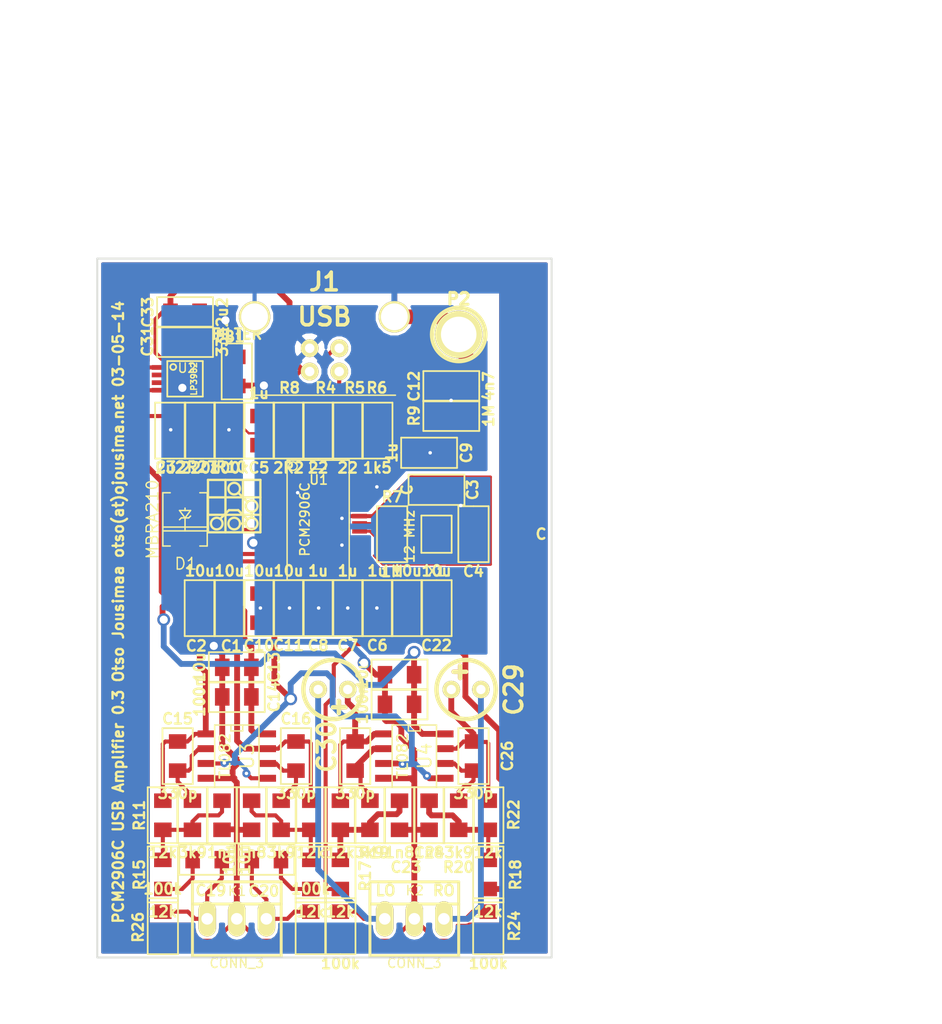
<source format=kicad_pcb>
(kicad_pcb (version 3) (host pcbnew "(2014-05-02 BZR 4841)-product")

  (general
    (links 136)
    (no_connects 0)
    (area 94.492857 27.71 182 117.700001)
    (thickness 1.6)
    (drawings 38)
    (tracks 560)
    (zones 0)
    (modules 68)
    (nets 51)
  )

  (page A4)
  (layers
    (15 F.Cu signal)
    (0 B.Cu signal)
    (16 B.Adhes user)
    (17 F.Adhes user)
    (18 B.Paste user)
    (19 F.Paste user)
    (20 B.SilkS user)
    (21 F.SilkS user)
    (22 B.Mask user)
    (23 F.Mask user)
    (24 Dwgs.User user)
    (25 Cmts.User user)
    (26 Eco1.User user)
    (27 Eco2.User user)
    (28 Edge.Cuts user)
  )

  (setup
    (last_trace_width 0.254)
    (user_trace_width 0.15)
    (user_trace_width 0.2)
    (user_trace_width 0.25)
    (user_trace_width 0.35)
    (user_trace_width 0.5)
    (user_trace_width 0.65)
    (user_trace_width 0.8)
    (user_trace_width 1)
    (user_trace_width 1.25)
    (trace_clearance 0.2)
    (zone_clearance 0.254)
    (zone_45_only no)
    (trace_min 0.15)
    (segment_width 0.2)
    (edge_width 0.15)
    (via_size 0.889)
    (via_drill 0.635)
    (via_min_size 0.6)
    (via_min_drill 0.3)
    (user_via 0.7 0.3)
    (user_via 0.9 0.5)
    (user_via 1.1 0.7)
    (uvia_size 0.508)
    (uvia_drill 0.127)
    (uvias_allowed no)
    (uvia_min_size 0.508)
    (uvia_min_drill 0.127)
    (pcb_text_width 0.3)
    (pcb_text_size 1.5 1.5)
    (mod_edge_width 0.15)
    (mod_text_size 1.5 1.5)
    (mod_text_width 0.15)
    (pad_size 2.70002 2.70002)
    (pad_drill 2.30124)
    (pad_to_mask_clearance 0.2)
    (aux_axis_origin 0 0)
    (visible_elements 7FFEFFFF)
    (pcbplotparams
      (layerselection 2097152)
      (usegerberextensions true)
      (excludeedgelayer true)
      (linewidth 0.100000)
      (plotframeref false)
      (viasonmask true)
      (mode 1)
      (useauxorigin false)
      (hpglpennumber 1)
      (hpglpenspeed 20)
      (hpglpendiameter 15)
      (hpglpenoverlay 2)
      (psnegative false)
      (psa4output false)
      (plotreference true)
      (plotvalue false)
      (plotothertext false)
      (plotinvisibletext false)
      (padsonsilk false)
      (subtractmaskfromsilk true)
      (outputformat 1)
      (mirror false)
      (drillshape 0)
      (scaleselection 1)
      (outputdirectory out/))
  )

  (net 0 "")
  (net 1 "Net-(C1-Pad1)")
  (net 2 "Net-(C1-Pad2)")
  (net 3 "Net-(C15-Pad1)")
  (net 4 "Net-(C2-Pad2)")
  (net 5 "Net-(C3-Pad1)")
  (net 6 DGND)
  (net 7 "Net-(C4-Pad1)")
  (net 8 "Net-(C5-Pad1)")
  (net 9 "Net-(C6-Pad2)")
  (net 10 "Net-(C7-Pad2)")
  (net 11 "Net-(C8-Pad2)")
  (net 12 /Vddi)
  (net 13 /VCOM)
  (net 14 AGND)
  (net 15 GND)
  (net 16 /VCC)
  (net 17 "Net-(C15-Pad2)")
  (net 18 "Net-(C16-Pad2)")
  (net 19 "Net-(C17-Pad1)")
  (net 20 "Net-(C18-Pad1)")
  (net 21 "Net-(C19-Pad1)")
  (net 22 /L_IN)
  (net 23 "Net-(C20-Pad1)")
  (net 24 /R_IN)
  (net 25 "Net-(C21-Pad1)")
  (net 26 "Net-(C21-Pad2)")
  (net 27 "Net-(C22-Pad1)")
  (net 28 "Net-(C22-Pad2)")
  (net 29 "Net-(C23-Pad1)")
  (net 30 "Net-(C24-Pad1)")
  (net 31 "Net-(C25-Pad1)")
  (net 32 "Net-(C25-Pad2)")
  (net 33 "Net-(C26-Pad1)")
  (net 34 "Net-(C26-Pad2)")
  (net 35 /R_OUT)
  (net 36 /L_OUT)
  (net 37 "Net-(C31-Pad1)")
  (net 38 /VBUS)
  (net 39 "Net-(J1-Pad2)")
  (net 40 "Net-(J1-Pad3)")
  (net 41 /ENABLE)
  (net 42 "Net-(R4-Pad2)")
  (net 43 "Net-(R5-Pad2)")
  (net 44 "Net-(R10-Pad1)")
  (net 45 "Net-(SW1-Pad2)")
  (net 46 "Net-(SW2-Pad2)")
  (net 47 "Net-(SW3-Pad2)")
  (net 48 "Net-(U1-Pad25)")
  (net 49 "Net-(U2-Pad8)")
  (net 50 "Net-(C11-Pad2)")

  (net_class Default "This is the default net class."
    (clearance 0.2)
    (trace_width 0.254)
    (via_dia 0.889)
    (via_drill 0.635)
    (uvia_dia 0.508)
    (uvia_drill 0.127)
    (add_net /ENABLE)
    (add_net /L_IN)
    (add_net /L_OUT)
    (add_net /R_IN)
    (add_net /R_OUT)
    (add_net /VBUS)
    (add_net /VCC)
    (add_net /VCOM)
    (add_net /Vddi)
    (add_net AGND)
    (add_net DGND)
    (add_net GND)
    (add_net "Net-(C1-Pad1)")
    (add_net "Net-(C1-Pad2)")
    (add_net "Net-(C11-Pad2)")
    (add_net "Net-(C15-Pad1)")
    (add_net "Net-(C15-Pad2)")
    (add_net "Net-(C16-Pad2)")
    (add_net "Net-(C17-Pad1)")
    (add_net "Net-(C18-Pad1)")
    (add_net "Net-(C19-Pad1)")
    (add_net "Net-(C2-Pad2)")
    (add_net "Net-(C20-Pad1)")
    (add_net "Net-(C21-Pad1)")
    (add_net "Net-(C21-Pad2)")
    (add_net "Net-(C22-Pad1)")
    (add_net "Net-(C22-Pad2)")
    (add_net "Net-(C23-Pad1)")
    (add_net "Net-(C24-Pad1)")
    (add_net "Net-(C25-Pad1)")
    (add_net "Net-(C25-Pad2)")
    (add_net "Net-(C26-Pad1)")
    (add_net "Net-(C26-Pad2)")
    (add_net "Net-(C3-Pad1)")
    (add_net "Net-(C31-Pad1)")
    (add_net "Net-(C4-Pad1)")
    (add_net "Net-(C5-Pad1)")
    (add_net "Net-(C6-Pad2)")
    (add_net "Net-(C7-Pad2)")
    (add_net "Net-(C8-Pad2)")
    (add_net "Net-(J1-Pad2)")
    (add_net "Net-(J1-Pad3)")
    (add_net "Net-(R10-Pad1)")
    (add_net "Net-(R4-Pad2)")
    (add_net "Net-(R5-Pad2)")
    (add_net "Net-(SW1-Pad2)")
    (add_net "Net-(SW2-Pad2)")
    (add_net "Net-(SW3-Pad2)")
    (add_net "Net-(U1-Pad25)")
    (add_net "Net-(U2-Pad8)")
  )

  (net_class tight ""
    (clearance 0.15)
    (trace_width 0.15)
    (via_dia 0.889)
    (via_drill 0.635)
    (uvia_dia 0.508)
    (uvia_drill 0.127)
  )

  (net_class wide ""
    (clearance 0.5)
    (trace_width 0.5)
    (via_dia 0.889)
    (via_drill 0.635)
    (uvia_dia 0.508)
    (uvia_drill 0.127)
  )

  (module Connect:USB_B (layer F.Cu) (tedit 5381CF34) (tstamp 536414FA)
    (at 125 55 180)
    (tags USB)
    (path /52C5C6BE)
    (fp_text reference J1 (at 0 3 180) (layer F.SilkS)
      (effects (font (thickness 0.3048)))
    )
    (fp_text value USB (at 0 0 180) (layer F.SilkS)
      (effects (font (thickness 0.3048)))
    )
    (fp_line (start 6.096 -6.731) (end -6.096 -6.731) (layer F.SilkS) (width 0.127))
    (pad 1 thru_hole circle (at 1.27 -4.699 180) (size 1.524 1.524) (drill 0.8128) (layers *.Cu *.Mask F.SilkS)
      (net 38 /VBUS))
    (pad 2 thru_hole circle (at -1.27 -4.699 180) (size 1.524 1.524) (drill 0.8128) (layers *.Cu *.Mask F.SilkS)
      (net 39 "Net-(J1-Pad2)"))
    (pad 3 thru_hole circle (at -1.27 -2.70002 180) (size 1.524 1.524) (drill 0.8128) (layers *.Cu *.Mask F.SilkS)
      (net 40 "Net-(J1-Pad3)"))
    (pad 4 thru_hole circle (at 1.27 -2.70002 180) (size 1.524 1.524) (drill 0.8128) (layers *.Cu *.Mask F.SilkS)
      (net 6 DGND))
    (pad 5 thru_hole circle (at 5.99948 0 180) (size 2.70002 2.70002) (drill 2.30124) (layers *.Cu *.Mask F.SilkS)
      (net 15 GND))
    (pad 6 thru_hole circle (at -5.99948 0 180) (size 2.70002 2.70002) (drill 2.30124) (layers *.Cu *.Mask F.SilkS)
      (net 15 GND))
    (model Connectors/USB_type_B.wrl
      (at (xyz 0 0 0.001))
      (scale (xyz 0.3937 0.3937 0.3937))
      (rotate (xyz 0 0 0))
    )
  )

  (module smd_passives:SMD0805_WAVE (layer F.Cu) (tedit 5364AE28) (tstamp 536412A2)
    (at 116.84 80.01 90)
    (path /52C5E7BA)
    (fp_text reference C1 (at -3.24 0.16 180) (layer F.SilkS)
      (effects (font (size 0.9 0.9) (thickness 0.2)))
    )
    (fp_text value 10u (at 3.2 0 180) (layer F.SilkS)
      (effects (font (size 0.9 0.9) (thickness 0.2)))
    )
    (fp_line (start -0.6 0.7) (end -0.6 -0.7) (layer Dwgs.User) (width 0.15))
    (fp_line (start 0.6 0.7) (end 0.6 -0.7) (layer Dwgs.User) (width 0.15))
    (fp_line (start 2.4 0) (end 2.4 -1.3) (layer F.SilkS) (width 0.15))
    (fp_line (start 2.4 -1.3) (end -2.4 -1.3) (layer F.SilkS) (width 0.15))
    (fp_line (start -2.4 -1.3) (end -2.4 1.3) (layer F.SilkS) (width 0.15))
    (fp_line (start -2.4 1.3) (end 2.4 1.3) (layer F.SilkS) (width 0.15))
    (fp_line (start 2.4 1.3) (end 2.4 0) (layer F.SilkS) (width 0.15))
    (fp_line (start 1.1 0) (end 1.1 -0.7) (layer Dwgs.User) (width 0.15))
    (fp_line (start 1.1 -0.7) (end -1.1 -0.7) (layer Dwgs.User) (width 0.15))
    (fp_line (start -1.1 -0.7) (end -1.1 0.7) (layer Dwgs.User) (width 0.15))
    (fp_line (start -1.1 0.7) (end 1.1 0.7) (layer Dwgs.User) (width 0.15))
    (fp_line (start 1.1 0.7) (end 1.1 0) (layer Dwgs.User) (width 0.15))
    (pad 1 smd rect (at -1.25 0 90) (size 1.25 1.5) (layers F.Cu F.Paste F.Mask)
      (net 1 "Net-(C1-Pad1)"))
    (pad 2 smd rect (at 1.25 0 90) (size 1.25 1.5) (layers F.Cu F.Paste F.Mask)
      (net 2 "Net-(C1-Pad2)"))
  )

  (module smd_passives:SMD0805_WAVE (layer F.Cu) (tedit 5364AE24) (tstamp 536412B4)
    (at 114.3 80.01 90)
    (path /52C5E7AB)
    (fp_text reference C2 (at -3.24 -0.3 180) (layer F.SilkS)
      (effects (font (size 0.9 0.9) (thickness 0.2)))
    )
    (fp_text value 10u (at 3.2 0 180) (layer F.SilkS)
      (effects (font (size 0.9 0.9) (thickness 0.2)))
    )
    (fp_line (start -0.6 0.7) (end -0.6 -0.7) (layer Dwgs.User) (width 0.15))
    (fp_line (start 0.6 0.7) (end 0.6 -0.7) (layer Dwgs.User) (width 0.15))
    (fp_line (start 2.4 0) (end 2.4 -1.3) (layer F.SilkS) (width 0.15))
    (fp_line (start 2.4 -1.3) (end -2.4 -1.3) (layer F.SilkS) (width 0.15))
    (fp_line (start -2.4 -1.3) (end -2.4 1.3) (layer F.SilkS) (width 0.15))
    (fp_line (start -2.4 1.3) (end 2.4 1.3) (layer F.SilkS) (width 0.15))
    (fp_line (start 2.4 1.3) (end 2.4 0) (layer F.SilkS) (width 0.15))
    (fp_line (start 1.1 0) (end 1.1 -0.7) (layer Dwgs.User) (width 0.15))
    (fp_line (start 1.1 -0.7) (end -1.1 -0.7) (layer Dwgs.User) (width 0.15))
    (fp_line (start -1.1 -0.7) (end -1.1 0.7) (layer Dwgs.User) (width 0.15))
    (fp_line (start -1.1 0.7) (end 1.1 0.7) (layer Dwgs.User) (width 0.15))
    (fp_line (start 1.1 0.7) (end 1.1 0) (layer Dwgs.User) (width 0.15))
    (pad 1 smd rect (at -1.25 0 90) (size 1.25 1.5) (layers F.Cu F.Paste F.Mask)
      (net 3 "Net-(C15-Pad1)"))
    (pad 2 smd rect (at 1.25 0 90) (size 1.25 1.5) (layers F.Cu F.Paste F.Mask)
      (net 4 "Net-(C2-Pad2)"))
  )

  (module smd_passives:SMD0805_WAVE (layer F.Cu) (tedit 536417C9) (tstamp 536412C6)
    (at 134.62 69.85)
    (path /52C5CFC6)
    (fp_text reference C3 (at 3.1 0 90) (layer F.SilkS)
      (effects (font (size 0.9 0.9) (thickness 0.2)))
    )
    (fp_text value C (at -2.54 0 90) (layer F.SilkS)
      (effects (font (size 0.9 0.9) (thickness 0.2)))
    )
    (fp_line (start -0.6 0.7) (end -0.6 -0.7) (layer Dwgs.User) (width 0.15))
    (fp_line (start 0.6 0.7) (end 0.6 -0.7) (layer Dwgs.User) (width 0.15))
    (fp_line (start 2.4 0) (end 2.4 -1.3) (layer F.SilkS) (width 0.15))
    (fp_line (start 2.4 -1.3) (end -2.4 -1.3) (layer F.SilkS) (width 0.15))
    (fp_line (start -2.4 -1.3) (end -2.4 1.3) (layer F.SilkS) (width 0.15))
    (fp_line (start -2.4 1.3) (end 2.4 1.3) (layer F.SilkS) (width 0.15))
    (fp_line (start 2.4 1.3) (end 2.4 0) (layer F.SilkS) (width 0.15))
    (fp_line (start 1.1 0) (end 1.1 -0.7) (layer Dwgs.User) (width 0.15))
    (fp_line (start 1.1 -0.7) (end -1.1 -0.7) (layer Dwgs.User) (width 0.15))
    (fp_line (start -1.1 -0.7) (end -1.1 0.7) (layer Dwgs.User) (width 0.15))
    (fp_line (start -1.1 0.7) (end 1.1 0.7) (layer Dwgs.User) (width 0.15))
    (fp_line (start 1.1 0.7) (end 1.1 0) (layer Dwgs.User) (width 0.15))
    (pad 1 smd rect (at -1.25 0) (size 1.25 1.5) (layers F.Cu F.Paste F.Mask)
      (net 5 "Net-(C3-Pad1)"))
    (pad 2 smd rect (at 1.25 0) (size 1.25 1.5) (layers F.Cu F.Paste F.Mask)
      (net 6 DGND))
  )

  (module smd_passives:SMD0805_WAVE (layer F.Cu) (tedit 536417C2) (tstamp 536412D8)
    (at 137.795 73.66 90)
    (path /52C5CFB7)
    (fp_text reference C4 (at -3.2 0 180) (layer F.SilkS)
      (effects (font (size 0.9 0.9) (thickness 0.2)))
    )
    (fp_text value C (at 0 5.8 180) (layer F.SilkS)
      (effects (font (size 0.9 0.9) (thickness 0.2)))
    )
    (fp_line (start -0.6 0.7) (end -0.6 -0.7) (layer Dwgs.User) (width 0.15))
    (fp_line (start 0.6 0.7) (end 0.6 -0.7) (layer Dwgs.User) (width 0.15))
    (fp_line (start 2.4 0) (end 2.4 -1.3) (layer F.SilkS) (width 0.15))
    (fp_line (start 2.4 -1.3) (end -2.4 -1.3) (layer F.SilkS) (width 0.15))
    (fp_line (start -2.4 -1.3) (end -2.4 1.3) (layer F.SilkS) (width 0.15))
    (fp_line (start -2.4 1.3) (end 2.4 1.3) (layer F.SilkS) (width 0.15))
    (fp_line (start 2.4 1.3) (end 2.4 0) (layer F.SilkS) (width 0.15))
    (fp_line (start 1.1 0) (end 1.1 -0.7) (layer Dwgs.User) (width 0.15))
    (fp_line (start 1.1 -0.7) (end -1.1 -0.7) (layer Dwgs.User) (width 0.15))
    (fp_line (start -1.1 -0.7) (end -1.1 0.7) (layer Dwgs.User) (width 0.15))
    (fp_line (start -1.1 0.7) (end 1.1 0.7) (layer Dwgs.User) (width 0.15))
    (fp_line (start 1.1 0.7) (end 1.1 0) (layer Dwgs.User) (width 0.15))
    (pad 1 smd rect (at -1.25 0 90) (size 1.25 1.5) (layers F.Cu F.Paste F.Mask)
      (net 7 "Net-(C4-Pad1)"))
    (pad 2 smd rect (at 1.25 0 90) (size 1.25 1.5) (layers F.Cu F.Paste F.Mask)
      (net 6 DGND))
  )

  (module smd_passives:SMD0805_WAVE (layer F.Cu) (tedit 53640E7B) (tstamp 536412EA)
    (at 119.38 64.77 90)
    (path /52C5CA76)
    (fp_text reference C5 (at -3.2 0 180) (layer F.SilkS)
      (effects (font (size 0.9 0.9) (thickness 0.2)))
    )
    (fp_text value 1u (at 3.2 0 180) (layer F.SilkS)
      (effects (font (size 0.9 0.9) (thickness 0.2)))
    )
    (fp_line (start -0.6 0.7) (end -0.6 -0.7) (layer Dwgs.User) (width 0.15))
    (fp_line (start 0.6 0.7) (end 0.6 -0.7) (layer Dwgs.User) (width 0.15))
    (fp_line (start 2.4 0) (end 2.4 -1.3) (layer F.SilkS) (width 0.15))
    (fp_line (start 2.4 -1.3) (end -2.4 -1.3) (layer F.SilkS) (width 0.15))
    (fp_line (start -2.4 -1.3) (end -2.4 1.3) (layer F.SilkS) (width 0.15))
    (fp_line (start -2.4 1.3) (end 2.4 1.3) (layer F.SilkS) (width 0.15))
    (fp_line (start 2.4 1.3) (end 2.4 0) (layer F.SilkS) (width 0.15))
    (fp_line (start 1.1 0) (end 1.1 -0.7) (layer Dwgs.User) (width 0.15))
    (fp_line (start 1.1 -0.7) (end -1.1 -0.7) (layer Dwgs.User) (width 0.15))
    (fp_line (start -1.1 -0.7) (end -1.1 0.7) (layer Dwgs.User) (width 0.15))
    (fp_line (start -1.1 0.7) (end 1.1 0.7) (layer Dwgs.User) (width 0.15))
    (fp_line (start 1.1 0.7) (end 1.1 0) (layer Dwgs.User) (width 0.15))
    (pad 1 smd rect (at -1.25 0 90) (size 1.25 1.5) (layers F.Cu F.Paste F.Mask)
      (net 8 "Net-(C5-Pad1)"))
    (pad 2 smd rect (at 1.25 0 90) (size 1.25 1.5) (layers F.Cu F.Paste F.Mask)
      (net 6 DGND))
  )

  (module smd_passives:SMD0805_WAVE (layer F.Cu) (tedit 53640E7B) (tstamp 536412FC)
    (at 129.54 80.01 90)
    (path /52C5DFF5)
    (fp_text reference C6 (at -3.2 0 180) (layer F.SilkS)
      (effects (font (size 0.9 0.9) (thickness 0.2)))
    )
    (fp_text value 1u (at 3.2 0 180) (layer F.SilkS)
      (effects (font (size 0.9 0.9) (thickness 0.2)))
    )
    (fp_line (start -0.6 0.7) (end -0.6 -0.7) (layer Dwgs.User) (width 0.15))
    (fp_line (start 0.6 0.7) (end 0.6 -0.7) (layer Dwgs.User) (width 0.15))
    (fp_line (start 2.4 0) (end 2.4 -1.3) (layer F.SilkS) (width 0.15))
    (fp_line (start 2.4 -1.3) (end -2.4 -1.3) (layer F.SilkS) (width 0.15))
    (fp_line (start -2.4 -1.3) (end -2.4 1.3) (layer F.SilkS) (width 0.15))
    (fp_line (start -2.4 1.3) (end 2.4 1.3) (layer F.SilkS) (width 0.15))
    (fp_line (start 2.4 1.3) (end 2.4 0) (layer F.SilkS) (width 0.15))
    (fp_line (start 1.1 0) (end 1.1 -0.7) (layer Dwgs.User) (width 0.15))
    (fp_line (start 1.1 -0.7) (end -1.1 -0.7) (layer Dwgs.User) (width 0.15))
    (fp_line (start -1.1 -0.7) (end -1.1 0.7) (layer Dwgs.User) (width 0.15))
    (fp_line (start -1.1 0.7) (end 1.1 0.7) (layer Dwgs.User) (width 0.15))
    (fp_line (start 1.1 0.7) (end 1.1 0) (layer Dwgs.User) (width 0.15))
    (pad 1 smd rect (at -1.25 0 90) (size 1.25 1.5) (layers F.Cu F.Paste F.Mask)
      (net 6 DGND))
    (pad 2 smd rect (at 1.25 0 90) (size 1.25 1.5) (layers F.Cu F.Paste F.Mask)
      (net 9 "Net-(C6-Pad2)"))
  )

  (module smd_passives:SMD0805_WAVE (layer F.Cu) (tedit 53640E7B) (tstamp 5364130E)
    (at 127 80.01 90)
    (path /52C5E004)
    (fp_text reference C7 (at -3.2 0 180) (layer F.SilkS)
      (effects (font (size 0.9 0.9) (thickness 0.2)))
    )
    (fp_text value 1u (at 3.2 0 180) (layer F.SilkS)
      (effects (font (size 0.9 0.9) (thickness 0.2)))
    )
    (fp_line (start -0.6 0.7) (end -0.6 -0.7) (layer Dwgs.User) (width 0.15))
    (fp_line (start 0.6 0.7) (end 0.6 -0.7) (layer Dwgs.User) (width 0.15))
    (fp_line (start 2.4 0) (end 2.4 -1.3) (layer F.SilkS) (width 0.15))
    (fp_line (start 2.4 -1.3) (end -2.4 -1.3) (layer F.SilkS) (width 0.15))
    (fp_line (start -2.4 -1.3) (end -2.4 1.3) (layer F.SilkS) (width 0.15))
    (fp_line (start -2.4 1.3) (end 2.4 1.3) (layer F.SilkS) (width 0.15))
    (fp_line (start 2.4 1.3) (end 2.4 0) (layer F.SilkS) (width 0.15))
    (fp_line (start 1.1 0) (end 1.1 -0.7) (layer Dwgs.User) (width 0.15))
    (fp_line (start 1.1 -0.7) (end -1.1 -0.7) (layer Dwgs.User) (width 0.15))
    (fp_line (start -1.1 -0.7) (end -1.1 0.7) (layer Dwgs.User) (width 0.15))
    (fp_line (start -1.1 0.7) (end 1.1 0.7) (layer Dwgs.User) (width 0.15))
    (fp_line (start 1.1 0.7) (end 1.1 0) (layer Dwgs.User) (width 0.15))
    (pad 1 smd rect (at -1.25 0 90) (size 1.25 1.5) (layers F.Cu F.Paste F.Mask)
      (net 6 DGND))
    (pad 2 smd rect (at 1.25 0 90) (size 1.25 1.5) (layers F.Cu F.Paste F.Mask)
      (net 10 "Net-(C7-Pad2)"))
  )

  (module smd_passives:SMD0805_WAVE (layer F.Cu) (tedit 53640E7B) (tstamp 53641320)
    (at 124.46 80.01 90)
    (path /52C5E1B8)
    (fp_text reference C8 (at -3.2 0 180) (layer F.SilkS)
      (effects (font (size 0.9 0.9) (thickness 0.2)))
    )
    (fp_text value 1u (at 3.2 0 180) (layer F.SilkS)
      (effects (font (size 0.9 0.9) (thickness 0.2)))
    )
    (fp_line (start -0.6 0.7) (end -0.6 -0.7) (layer Dwgs.User) (width 0.15))
    (fp_line (start 0.6 0.7) (end 0.6 -0.7) (layer Dwgs.User) (width 0.15))
    (fp_line (start 2.4 0) (end 2.4 -1.3) (layer F.SilkS) (width 0.15))
    (fp_line (start 2.4 -1.3) (end -2.4 -1.3) (layer F.SilkS) (width 0.15))
    (fp_line (start -2.4 -1.3) (end -2.4 1.3) (layer F.SilkS) (width 0.15))
    (fp_line (start -2.4 1.3) (end 2.4 1.3) (layer F.SilkS) (width 0.15))
    (fp_line (start 2.4 1.3) (end 2.4 0) (layer F.SilkS) (width 0.15))
    (fp_line (start 1.1 0) (end 1.1 -0.7) (layer Dwgs.User) (width 0.15))
    (fp_line (start 1.1 -0.7) (end -1.1 -0.7) (layer Dwgs.User) (width 0.15))
    (fp_line (start -1.1 -0.7) (end -1.1 0.7) (layer Dwgs.User) (width 0.15))
    (fp_line (start -1.1 0.7) (end 1.1 0.7) (layer Dwgs.User) (width 0.15))
    (fp_line (start 1.1 0.7) (end 1.1 0) (layer Dwgs.User) (width 0.15))
    (pad 1 smd rect (at -1.25 0 90) (size 1.25 1.5) (layers F.Cu F.Paste F.Mask)
      (net 6 DGND))
    (pad 2 smd rect (at 1.25 0 90) (size 1.25 1.5) (layers F.Cu F.Paste F.Mask)
      (net 11 "Net-(C8-Pad2)"))
  )

  (module smd_passives:SMD0805_WAVE (layer F.Cu) (tedit 53640E7B) (tstamp 53641332)
    (at 133.985 66.675 180)
    (path /52C5E266)
    (fp_text reference C9 (at -3.2 0 270) (layer F.SilkS)
      (effects (font (size 0.9 0.9) (thickness 0.2)))
    )
    (fp_text value 1u (at 3.2 0 270) (layer F.SilkS)
      (effects (font (size 0.9 0.9) (thickness 0.2)))
    )
    (fp_line (start -0.6 0.7) (end -0.6 -0.7) (layer Dwgs.User) (width 0.15))
    (fp_line (start 0.6 0.7) (end 0.6 -0.7) (layer Dwgs.User) (width 0.15))
    (fp_line (start 2.4 0) (end 2.4 -1.3) (layer F.SilkS) (width 0.15))
    (fp_line (start 2.4 -1.3) (end -2.4 -1.3) (layer F.SilkS) (width 0.15))
    (fp_line (start -2.4 -1.3) (end -2.4 1.3) (layer F.SilkS) (width 0.15))
    (fp_line (start -2.4 1.3) (end 2.4 1.3) (layer F.SilkS) (width 0.15))
    (fp_line (start 2.4 1.3) (end 2.4 0) (layer F.SilkS) (width 0.15))
    (fp_line (start 1.1 0) (end 1.1 -0.7) (layer Dwgs.User) (width 0.15))
    (fp_line (start 1.1 -0.7) (end -1.1 -0.7) (layer Dwgs.User) (width 0.15))
    (fp_line (start -1.1 -0.7) (end -1.1 0.7) (layer Dwgs.User) (width 0.15))
    (fp_line (start -1.1 0.7) (end 1.1 0.7) (layer Dwgs.User) (width 0.15))
    (fp_line (start 1.1 0.7) (end 1.1 0) (layer Dwgs.User) (width 0.15))
    (pad 1 smd rect (at -1.25 0 180) (size 1.25 1.5) (layers F.Cu F.Paste F.Mask)
      (net 6 DGND))
    (pad 2 smd rect (at 1.25 0 180) (size 1.25 1.5) (layers F.Cu F.Paste F.Mask)
      (net 12 /Vddi))
  )

  (module smd_passives:SMD0805_WAVE (layer F.Cu) (tedit 53640E7B) (tstamp 536421E5)
    (at 119.38 80.01 90)
    (path /52C5E490)
    (fp_text reference C10 (at -3.2 0 180) (layer F.SilkS)
      (effects (font (size 0.9 0.9) (thickness 0.2)))
    )
    (fp_text value 10u (at 3.2 0 180) (layer F.SilkS)
      (effects (font (size 0.9 0.9) (thickness 0.2)))
    )
    (fp_line (start -0.6 0.7) (end -0.6 -0.7) (layer Dwgs.User) (width 0.15))
    (fp_line (start 0.6 0.7) (end 0.6 -0.7) (layer Dwgs.User) (width 0.15))
    (fp_line (start 2.4 0) (end 2.4 -1.3) (layer F.SilkS) (width 0.15))
    (fp_line (start 2.4 -1.3) (end -2.4 -1.3) (layer F.SilkS) (width 0.15))
    (fp_line (start -2.4 -1.3) (end -2.4 1.3) (layer F.SilkS) (width 0.15))
    (fp_line (start -2.4 1.3) (end 2.4 1.3) (layer F.SilkS) (width 0.15))
    (fp_line (start 2.4 1.3) (end 2.4 0) (layer F.SilkS) (width 0.15))
    (fp_line (start 1.1 0) (end 1.1 -0.7) (layer Dwgs.User) (width 0.15))
    (fp_line (start 1.1 -0.7) (end -1.1 -0.7) (layer Dwgs.User) (width 0.15))
    (fp_line (start -1.1 -0.7) (end -1.1 0.7) (layer Dwgs.User) (width 0.15))
    (fp_line (start -1.1 0.7) (end 1.1 0.7) (layer Dwgs.User) (width 0.15))
    (fp_line (start 1.1 0.7) (end 1.1 0) (layer Dwgs.User) (width 0.15))
    (pad 1 smd rect (at -1.25 0 90) (size 1.25 1.5) (layers F.Cu F.Paste F.Mask)
      (net 6 DGND))
    (pad 2 smd rect (at 1.25 0 90) (size 1.25 1.5) (layers F.Cu F.Paste F.Mask)
      (net 13 /VCOM))
  )

  (module smd_passives:SMD0805_WAVE (layer F.Cu) (tedit 53640E7B) (tstamp 53641356)
    (at 121.92 80.01 90)
    (path /52C5DA92)
    (fp_text reference C11 (at -3.2 0 180) (layer F.SilkS)
      (effects (font (size 0.9 0.9) (thickness 0.2)))
    )
    (fp_text value 10u (at 3.2 0 180) (layer F.SilkS)
      (effects (font (size 0.9 0.9) (thickness 0.2)))
    )
    (fp_line (start -0.6 0.7) (end -0.6 -0.7) (layer Dwgs.User) (width 0.15))
    (fp_line (start 0.6 0.7) (end 0.6 -0.7) (layer Dwgs.User) (width 0.15))
    (fp_line (start 2.4 0) (end 2.4 -1.3) (layer F.SilkS) (width 0.15))
    (fp_line (start 2.4 -1.3) (end -2.4 -1.3) (layer F.SilkS) (width 0.15))
    (fp_line (start -2.4 -1.3) (end -2.4 1.3) (layer F.SilkS) (width 0.15))
    (fp_line (start -2.4 1.3) (end 2.4 1.3) (layer F.SilkS) (width 0.15))
    (fp_line (start 2.4 1.3) (end 2.4 0) (layer F.SilkS) (width 0.15))
    (fp_line (start 1.1 0) (end 1.1 -0.7) (layer Dwgs.User) (width 0.15))
    (fp_line (start 1.1 -0.7) (end -1.1 -0.7) (layer Dwgs.User) (width 0.15))
    (fp_line (start -1.1 -0.7) (end -1.1 0.7) (layer Dwgs.User) (width 0.15))
    (fp_line (start -1.1 0.7) (end 1.1 0.7) (layer Dwgs.User) (width 0.15))
    (fp_line (start 1.1 0.7) (end 1.1 0) (layer Dwgs.User) (width 0.15))
    (pad 1 smd rect (at -1.25 0 90) (size 1.25 1.5) (layers F.Cu F.Paste F.Mask)
      (net 6 DGND))
    (pad 2 smd rect (at 1.25 0 90) (size 1.25 1.5) (layers F.Cu F.Paste F.Mask)
      (net 50 "Net-(C11-Pad2)"))
  )

  (module smd_passives:SMD0805_WAVE (layer F.Cu) (tedit 53640E7B) (tstamp 53641368)
    (at 135.89 60.96)
    (path /53539C36)
    (fp_text reference C12 (at -3.2 0 90) (layer F.SilkS)
      (effects (font (size 0.9 0.9) (thickness 0.2)))
    )
    (fp_text value 4n7 (at 3.2 0 90) (layer F.SilkS)
      (effects (font (size 0.9 0.9) (thickness 0.2)))
    )
    (fp_line (start -0.6 0.7) (end -0.6 -0.7) (layer Dwgs.User) (width 0.15))
    (fp_line (start 0.6 0.7) (end 0.6 -0.7) (layer Dwgs.User) (width 0.15))
    (fp_line (start 2.4 0) (end 2.4 -1.3) (layer F.SilkS) (width 0.15))
    (fp_line (start 2.4 -1.3) (end -2.4 -1.3) (layer F.SilkS) (width 0.15))
    (fp_line (start -2.4 -1.3) (end -2.4 1.3) (layer F.SilkS) (width 0.15))
    (fp_line (start -2.4 1.3) (end 2.4 1.3) (layer F.SilkS) (width 0.15))
    (fp_line (start 2.4 1.3) (end 2.4 0) (layer F.SilkS) (width 0.15))
    (fp_line (start 1.1 0) (end 1.1 -0.7) (layer Dwgs.User) (width 0.15))
    (fp_line (start 1.1 -0.7) (end -1.1 -0.7) (layer Dwgs.User) (width 0.15))
    (fp_line (start -1.1 -0.7) (end -1.1 0.7) (layer Dwgs.User) (width 0.15))
    (fp_line (start -1.1 0.7) (end 1.1 0.7) (layer Dwgs.User) (width 0.15))
    (fp_line (start 1.1 0.7) (end 1.1 0) (layer Dwgs.User) (width 0.15))
    (pad 1 smd rect (at -1.25 0) (size 1.25 1.5) (layers F.Cu F.Paste F.Mask)
      (net 6 DGND))
    (pad 2 smd rect (at 1.25 0) (size 1.25 1.5) (layers F.Cu F.Paste F.Mask)
      (net 15 GND))
  )

  (module smd_passives:SMD0805_WAVE (layer F.Cu) (tedit 53640E7B) (tstamp 5364137A)
    (at 117.475 85.09 180)
    (path /52C69B8B)
    (fp_text reference C13 (at -3.2 0 270) (layer F.SilkS)
      (effects (font (size 0.9 0.9) (thickness 0.2)))
    )
    (fp_text value 10u (at 3.2 0 270) (layer F.SilkS)
      (effects (font (size 0.9 0.9) (thickness 0.2)))
    )
    (fp_line (start -0.6 0.7) (end -0.6 -0.7) (layer Dwgs.User) (width 0.15))
    (fp_line (start 0.6 0.7) (end 0.6 -0.7) (layer Dwgs.User) (width 0.15))
    (fp_line (start 2.4 0) (end 2.4 -1.3) (layer F.SilkS) (width 0.15))
    (fp_line (start 2.4 -1.3) (end -2.4 -1.3) (layer F.SilkS) (width 0.15))
    (fp_line (start -2.4 -1.3) (end -2.4 1.3) (layer F.SilkS) (width 0.15))
    (fp_line (start -2.4 1.3) (end 2.4 1.3) (layer F.SilkS) (width 0.15))
    (fp_line (start 2.4 1.3) (end 2.4 0) (layer F.SilkS) (width 0.15))
    (fp_line (start 1.1 0) (end 1.1 -0.7) (layer Dwgs.User) (width 0.15))
    (fp_line (start 1.1 -0.7) (end -1.1 -0.7) (layer Dwgs.User) (width 0.15))
    (fp_line (start -1.1 -0.7) (end -1.1 0.7) (layer Dwgs.User) (width 0.15))
    (fp_line (start -1.1 0.7) (end 1.1 0.7) (layer Dwgs.User) (width 0.15))
    (fp_line (start 1.1 0.7) (end 1.1 0) (layer Dwgs.User) (width 0.15))
    (pad 1 smd rect (at -1.25 0 180) (size 1.25 1.5) (layers F.Cu F.Paste F.Mask)
      (net 16 /VCC))
    (pad 2 smd rect (at 1.25 0 180) (size 1.25 1.5) (layers F.Cu F.Paste F.Mask)
      (net 14 AGND))
  )

  (module smd_passives:SMD0805_WAVE (layer F.Cu) (tedit 53640E7B) (tstamp 5364138C)
    (at 117.475 87.63 180)
    (path /52C69B9A)
    (fp_text reference C14 (at -3.2 0 270) (layer F.SilkS)
      (effects (font (size 0.9 0.9) (thickness 0.2)))
    )
    (fp_text value 100n (at 3.2 0 270) (layer F.SilkS)
      (effects (font (size 0.9 0.9) (thickness 0.2)))
    )
    (fp_line (start -0.6 0.7) (end -0.6 -0.7) (layer Dwgs.User) (width 0.15))
    (fp_line (start 0.6 0.7) (end 0.6 -0.7) (layer Dwgs.User) (width 0.15))
    (fp_line (start 2.4 0) (end 2.4 -1.3) (layer F.SilkS) (width 0.15))
    (fp_line (start 2.4 -1.3) (end -2.4 -1.3) (layer F.SilkS) (width 0.15))
    (fp_line (start -2.4 -1.3) (end -2.4 1.3) (layer F.SilkS) (width 0.15))
    (fp_line (start -2.4 1.3) (end 2.4 1.3) (layer F.SilkS) (width 0.15))
    (fp_line (start 2.4 1.3) (end 2.4 0) (layer F.SilkS) (width 0.15))
    (fp_line (start 1.1 0) (end 1.1 -0.7) (layer Dwgs.User) (width 0.15))
    (fp_line (start 1.1 -0.7) (end -1.1 -0.7) (layer Dwgs.User) (width 0.15))
    (fp_line (start -1.1 -0.7) (end -1.1 0.7) (layer Dwgs.User) (width 0.15))
    (fp_line (start -1.1 0.7) (end 1.1 0.7) (layer Dwgs.User) (width 0.15))
    (fp_line (start 1.1 0.7) (end 1.1 0) (layer Dwgs.User) (width 0.15))
    (pad 1 smd rect (at -1.25 0 180) (size 1.25 1.5) (layers F.Cu F.Paste F.Mask)
      (net 16 /VCC))
    (pad 2 smd rect (at 1.25 0 180) (size 1.25 1.5) (layers F.Cu F.Paste F.Mask)
      (net 14 AGND))
  )

  (module smd_passives:SMD0805_WAVE (layer F.Cu) (tedit 53640E7B) (tstamp 5364AC7E)
    (at 112.395 92.71 270)
    (path /52C6A068)
    (fp_text reference C15 (at -3.2 0 360) (layer F.SilkS)
      (effects (font (size 0.9 0.9) (thickness 0.2)))
    )
    (fp_text value 330p (at 3.2 0 360) (layer F.SilkS)
      (effects (font (size 0.9 0.9) (thickness 0.2)))
    )
    (fp_line (start -0.6 0.7) (end -0.6 -0.7) (layer Dwgs.User) (width 0.15))
    (fp_line (start 0.6 0.7) (end 0.6 -0.7) (layer Dwgs.User) (width 0.15))
    (fp_line (start 2.4 0) (end 2.4 -1.3) (layer F.SilkS) (width 0.15))
    (fp_line (start 2.4 -1.3) (end -2.4 -1.3) (layer F.SilkS) (width 0.15))
    (fp_line (start -2.4 -1.3) (end -2.4 1.3) (layer F.SilkS) (width 0.15))
    (fp_line (start -2.4 1.3) (end 2.4 1.3) (layer F.SilkS) (width 0.15))
    (fp_line (start 2.4 1.3) (end 2.4 0) (layer F.SilkS) (width 0.15))
    (fp_line (start 1.1 0) (end 1.1 -0.7) (layer Dwgs.User) (width 0.15))
    (fp_line (start 1.1 -0.7) (end -1.1 -0.7) (layer Dwgs.User) (width 0.15))
    (fp_line (start -1.1 -0.7) (end -1.1 0.7) (layer Dwgs.User) (width 0.15))
    (fp_line (start -1.1 0.7) (end 1.1 0.7) (layer Dwgs.User) (width 0.15))
    (fp_line (start 1.1 0.7) (end 1.1 0) (layer Dwgs.User) (width 0.15))
    (pad 1 smd rect (at -1.25 0 270) (size 1.25 1.5) (layers F.Cu F.Paste F.Mask)
      (net 3 "Net-(C15-Pad1)"))
    (pad 2 smd rect (at 1.25 0 270) (size 1.25 1.5) (layers F.Cu F.Paste F.Mask)
      (net 17 "Net-(C15-Pad2)"))
  )

  (module smd_passives:SMD0805_WAVE (layer F.Cu) (tedit 53640E7B) (tstamp 536413B0)
    (at 122.555 92.71 270)
    (path /52C69BE9)
    (fp_text reference C16 (at -3.2 0 360) (layer F.SilkS)
      (effects (font (size 0.9 0.9) (thickness 0.2)))
    )
    (fp_text value 330p (at 3.2 0 360) (layer F.SilkS)
      (effects (font (size 0.9 0.9) (thickness 0.2)))
    )
    (fp_line (start -0.6 0.7) (end -0.6 -0.7) (layer Dwgs.User) (width 0.15))
    (fp_line (start 0.6 0.7) (end 0.6 -0.7) (layer Dwgs.User) (width 0.15))
    (fp_line (start 2.4 0) (end 2.4 -1.3) (layer F.SilkS) (width 0.15))
    (fp_line (start 2.4 -1.3) (end -2.4 -1.3) (layer F.SilkS) (width 0.15))
    (fp_line (start -2.4 -1.3) (end -2.4 1.3) (layer F.SilkS) (width 0.15))
    (fp_line (start -2.4 1.3) (end 2.4 1.3) (layer F.SilkS) (width 0.15))
    (fp_line (start 2.4 1.3) (end 2.4 0) (layer F.SilkS) (width 0.15))
    (fp_line (start 1.1 0) (end 1.1 -0.7) (layer Dwgs.User) (width 0.15))
    (fp_line (start 1.1 -0.7) (end -1.1 -0.7) (layer Dwgs.User) (width 0.15))
    (fp_line (start -1.1 -0.7) (end -1.1 0.7) (layer Dwgs.User) (width 0.15))
    (fp_line (start -1.1 0.7) (end 1.1 0.7) (layer Dwgs.User) (width 0.15))
    (fp_line (start 1.1 0.7) (end 1.1 0) (layer Dwgs.User) (width 0.15))
    (pad 1 smd rect (at -1.25 0 270) (size 1.25 1.5) (layers F.Cu F.Paste F.Mask)
      (net 1 "Net-(C1-Pad1)"))
    (pad 2 smd rect (at 1.25 0 270) (size 1.25 1.5) (layers F.Cu F.Paste F.Mask)
      (net 18 "Net-(C16-Pad2)"))
  )

  (module smd_passives:SMD0805_WAVE (layer F.Cu) (tedit 5381CEB7) (tstamp 536413C2)
    (at 116.205 97.79 270)
    (path /52C6A080)
    (fp_text reference C17 (at -4.19 19.805 270) (layer F.SilkS) hide
      (effects (font (size 0.9 0.9) (thickness 0.2)))
    )
    (fp_text value 1n8 (at 3.2 0 360) (layer F.SilkS)
      (effects (font (size 0.9 0.9) (thickness 0.2)))
    )
    (fp_line (start -0.6 0.7) (end -0.6 -0.7) (layer Dwgs.User) (width 0.15))
    (fp_line (start 0.6 0.7) (end 0.6 -0.7) (layer Dwgs.User) (width 0.15))
    (fp_line (start 2.4 0) (end 2.4 -1.3) (layer F.SilkS) (width 0.15))
    (fp_line (start 2.4 -1.3) (end -2.4 -1.3) (layer F.SilkS) (width 0.15))
    (fp_line (start -2.4 -1.3) (end -2.4 1.3) (layer F.SilkS) (width 0.15))
    (fp_line (start -2.4 1.3) (end 2.4 1.3) (layer F.SilkS) (width 0.15))
    (fp_line (start 2.4 1.3) (end 2.4 0) (layer F.SilkS) (width 0.15))
    (fp_line (start 1.1 0) (end 1.1 -0.7) (layer Dwgs.User) (width 0.15))
    (fp_line (start 1.1 -0.7) (end -1.1 -0.7) (layer Dwgs.User) (width 0.15))
    (fp_line (start -1.1 -0.7) (end -1.1 0.7) (layer Dwgs.User) (width 0.15))
    (fp_line (start -1.1 0.7) (end 1.1 0.7) (layer Dwgs.User) (width 0.15))
    (fp_line (start 1.1 0.7) (end 1.1 0) (layer Dwgs.User) (width 0.15))
    (pad 1 smd rect (at -1.25 0 270) (size 1.25 1.5) (layers F.Cu F.Paste F.Mask)
      (net 19 "Net-(C17-Pad1)"))
    (pad 2 smd rect (at 1.25 0 270) (size 1.25 1.5) (layers F.Cu F.Paste F.Mask)
      (net 14 AGND))
  )

  (module smd_passives:SMD0805_WAVE (layer F.Cu) (tedit 5381CEB3) (tstamp 536413D4)
    (at 118.745 97.79 270)
    (path /52C69C2F)
    (fp_text reference C18 (at -7.29 21.545 270) (layer F.SilkS) hide
      (effects (font (size 0.9 0.9) (thickness 0.2)))
    )
    (fp_text value 1n8 (at 3.2 0 360) (layer F.SilkS)
      (effects (font (size 0.9 0.9) (thickness 0.2)))
    )
    (fp_line (start -0.6 0.7) (end -0.6 -0.7) (layer Dwgs.User) (width 0.15))
    (fp_line (start 0.6 0.7) (end 0.6 -0.7) (layer Dwgs.User) (width 0.15))
    (fp_line (start 2.4 0) (end 2.4 -1.3) (layer F.SilkS) (width 0.15))
    (fp_line (start 2.4 -1.3) (end -2.4 -1.3) (layer F.SilkS) (width 0.15))
    (fp_line (start -2.4 -1.3) (end -2.4 1.3) (layer F.SilkS) (width 0.15))
    (fp_line (start -2.4 1.3) (end 2.4 1.3) (layer F.SilkS) (width 0.15))
    (fp_line (start 2.4 1.3) (end 2.4 0) (layer F.SilkS) (width 0.15))
    (fp_line (start 1.1 0) (end 1.1 -0.7) (layer Dwgs.User) (width 0.15))
    (fp_line (start 1.1 -0.7) (end -1.1 -0.7) (layer Dwgs.User) (width 0.15))
    (fp_line (start -1.1 -0.7) (end -1.1 0.7) (layer Dwgs.User) (width 0.15))
    (fp_line (start -1.1 0.7) (end 1.1 0.7) (layer Dwgs.User) (width 0.15))
    (fp_line (start 1.1 0.7) (end 1.1 0) (layer Dwgs.User) (width 0.15))
    (pad 1 smd rect (at -1.25 0 270) (size 1.25 1.5) (layers F.Cu F.Paste F.Mask)
      (net 20 "Net-(C18-Pad1)"))
    (pad 2 smd rect (at 1.25 0 270) (size 1.25 1.5) (layers F.Cu F.Paste F.Mask)
      (net 14 AGND))
  )

  (module smd_passives:SMD0805_WAVE (layer F.Cu) (tedit 5364BA57) (tstamp 536413E6)
    (at 114.935 101.6)
    (path /52C6A07A)
    (fp_text reference C19 (at 0.315 2.65 180) (layer F.SilkS)
      (effects (font (size 0.9 0.9) (thickness 0.2)))
    )
    (fp_text value 10u (at 3.2 0 90) (layer F.SilkS)
      (effects (font (size 0.9 0.9) (thickness 0.2)))
    )
    (fp_line (start -0.6 0.7) (end -0.6 -0.7) (layer Dwgs.User) (width 0.15))
    (fp_line (start 0.6 0.7) (end 0.6 -0.7) (layer Dwgs.User) (width 0.15))
    (fp_line (start 2.4 0) (end 2.4 -1.3) (layer F.SilkS) (width 0.15))
    (fp_line (start 2.4 -1.3) (end -2.4 -1.3) (layer F.SilkS) (width 0.15))
    (fp_line (start -2.4 -1.3) (end -2.4 1.3) (layer F.SilkS) (width 0.15))
    (fp_line (start -2.4 1.3) (end 2.4 1.3) (layer F.SilkS) (width 0.15))
    (fp_line (start 2.4 1.3) (end 2.4 0) (layer F.SilkS) (width 0.15))
    (fp_line (start 1.1 0) (end 1.1 -0.7) (layer Dwgs.User) (width 0.15))
    (fp_line (start 1.1 -0.7) (end -1.1 -0.7) (layer Dwgs.User) (width 0.15))
    (fp_line (start -1.1 -0.7) (end -1.1 0.7) (layer Dwgs.User) (width 0.15))
    (fp_line (start -1.1 0.7) (end 1.1 0.7) (layer Dwgs.User) (width 0.15))
    (fp_line (start 1.1 0.7) (end 1.1 0) (layer Dwgs.User) (width 0.15))
    (pad 1 smd rect (at -1.25 0) (size 1.25 1.5) (layers F.Cu F.Paste F.Mask)
      (net 21 "Net-(C19-Pad1)"))
    (pad 2 smd rect (at 1.25 0) (size 1.25 1.5) (layers F.Cu F.Paste F.Mask)
      (net 22 /L_IN))
  )

  (module smd_passives:SMD0805_WAVE (layer F.Cu) (tedit 5364AB85) (tstamp 536413F8)
    (at 120.015 101.6 180)
    (path /52C69C20)
    (fp_text reference C20 (at 0.215 -2.7 360) (layer F.SilkS)
      (effects (font (size 0.9 0.9) (thickness 0.2)))
    )
    (fp_text value 10u (at 3.2 0 270) (layer F.SilkS)
      (effects (font (size 0.9 0.9) (thickness 0.2)))
    )
    (fp_line (start -0.6 0.7) (end -0.6 -0.7) (layer Dwgs.User) (width 0.15))
    (fp_line (start 0.6 0.7) (end 0.6 -0.7) (layer Dwgs.User) (width 0.15))
    (fp_line (start 2.4 0) (end 2.4 -1.3) (layer F.SilkS) (width 0.15))
    (fp_line (start 2.4 -1.3) (end -2.4 -1.3) (layer F.SilkS) (width 0.15))
    (fp_line (start -2.4 -1.3) (end -2.4 1.3) (layer F.SilkS) (width 0.15))
    (fp_line (start -2.4 1.3) (end 2.4 1.3) (layer F.SilkS) (width 0.15))
    (fp_line (start 2.4 1.3) (end 2.4 0) (layer F.SilkS) (width 0.15))
    (fp_line (start 1.1 0) (end 1.1 -0.7) (layer Dwgs.User) (width 0.15))
    (fp_line (start 1.1 -0.7) (end -1.1 -0.7) (layer Dwgs.User) (width 0.15))
    (fp_line (start -1.1 -0.7) (end -1.1 0.7) (layer Dwgs.User) (width 0.15))
    (fp_line (start -1.1 0.7) (end 1.1 0.7) (layer Dwgs.User) (width 0.15))
    (fp_line (start 1.1 0.7) (end 1.1 0) (layer Dwgs.User) (width 0.15))
    (pad 1 smd rect (at -1.25 0 180) (size 1.25 1.5) (layers F.Cu F.Paste F.Mask)
      (net 23 "Net-(C20-Pad1)"))
    (pad 2 smd rect (at 1.25 0 180) (size 1.25 1.5) (layers F.Cu F.Paste F.Mask)
      (net 24 /R_IN))
  )

  (module smd_passives:SMD0805_WAVE (layer F.Cu) (tedit 5381CEC3) (tstamp 5364140A)
    (at 132.08 80.01 90)
    (path /52C6A0EA)
    (fp_text reference C21 (at 0.76 16.42 180) (layer F.SilkS) hide
      (effects (font (size 0.9 0.9) (thickness 0.2)))
    )
    (fp_text value 10u (at 3.2 0 180) (layer F.SilkS)
      (effects (font (size 0.9 0.9) (thickness 0.2)))
    )
    (fp_line (start -0.6 0.7) (end -0.6 -0.7) (layer Dwgs.User) (width 0.15))
    (fp_line (start 0.6 0.7) (end 0.6 -0.7) (layer Dwgs.User) (width 0.15))
    (fp_line (start 2.4 0) (end 2.4 -1.3) (layer F.SilkS) (width 0.15))
    (fp_line (start 2.4 -1.3) (end -2.4 -1.3) (layer F.SilkS) (width 0.15))
    (fp_line (start -2.4 -1.3) (end -2.4 1.3) (layer F.SilkS) (width 0.15))
    (fp_line (start -2.4 1.3) (end 2.4 1.3) (layer F.SilkS) (width 0.15))
    (fp_line (start 2.4 1.3) (end 2.4 0) (layer F.SilkS) (width 0.15))
    (fp_line (start 1.1 0) (end 1.1 -0.7) (layer Dwgs.User) (width 0.15))
    (fp_line (start 1.1 -0.7) (end -1.1 -0.7) (layer Dwgs.User) (width 0.15))
    (fp_line (start -1.1 -0.7) (end -1.1 0.7) (layer Dwgs.User) (width 0.15))
    (fp_line (start -1.1 0.7) (end 1.1 0.7) (layer Dwgs.User) (width 0.15))
    (fp_line (start 1.1 0.7) (end 1.1 0) (layer Dwgs.User) (width 0.15))
    (pad 1 smd rect (at -1.25 0 90) (size 1.25 1.5) (layers F.Cu F.Paste F.Mask)
      (net 25 "Net-(C21-Pad1)"))
    (pad 2 smd rect (at 1.25 0 90) (size 1.25 1.5) (layers F.Cu F.Paste F.Mask)
      (net 26 "Net-(C21-Pad2)"))
  )

  (module smd_passives:SMD0805_WAVE (layer F.Cu) (tedit 53640E7B) (tstamp 5364141C)
    (at 134.62 80.01 90)
    (path /52C6A0B2)
    (fp_text reference C22 (at -3.2 0 180) (layer F.SilkS)
      (effects (font (size 0.9 0.9) (thickness 0.2)))
    )
    (fp_text value 10u (at 3.2 0 180) (layer F.SilkS)
      (effects (font (size 0.9 0.9) (thickness 0.2)))
    )
    (fp_line (start -0.6 0.7) (end -0.6 -0.7) (layer Dwgs.User) (width 0.15))
    (fp_line (start 0.6 0.7) (end 0.6 -0.7) (layer Dwgs.User) (width 0.15))
    (fp_line (start 2.4 0) (end 2.4 -1.3) (layer F.SilkS) (width 0.15))
    (fp_line (start 2.4 -1.3) (end -2.4 -1.3) (layer F.SilkS) (width 0.15))
    (fp_line (start -2.4 -1.3) (end -2.4 1.3) (layer F.SilkS) (width 0.15))
    (fp_line (start -2.4 1.3) (end 2.4 1.3) (layer F.SilkS) (width 0.15))
    (fp_line (start 2.4 1.3) (end 2.4 0) (layer F.SilkS) (width 0.15))
    (fp_line (start 1.1 0) (end 1.1 -0.7) (layer Dwgs.User) (width 0.15))
    (fp_line (start 1.1 -0.7) (end -1.1 -0.7) (layer Dwgs.User) (width 0.15))
    (fp_line (start -1.1 -0.7) (end -1.1 0.7) (layer Dwgs.User) (width 0.15))
    (fp_line (start -1.1 0.7) (end 1.1 0.7) (layer Dwgs.User) (width 0.15))
    (fp_line (start 1.1 0.7) (end 1.1 0) (layer Dwgs.User) (width 0.15))
    (pad 1 smd rect (at -1.25 0 90) (size 1.25 1.5) (layers F.Cu F.Paste F.Mask)
      (net 27 "Net-(C22-Pad1)"))
    (pad 2 smd rect (at 1.25 0 90) (size 1.25 1.5) (layers F.Cu F.Paste F.Mask)
      (net 28 "Net-(C22-Pad2)"))
  )

  (module smd_passives:SMD0805_WAVE (layer F.Cu) (tedit 5364BA7B) (tstamp 536430F0)
    (at 131.445 97.79 270)
    (path /52C6A0F0)
    (fp_text reference C23 (at 4.46 -0.555 360) (layer F.SilkS)
      (effects (font (size 0.9 0.9) (thickness 0.2)))
    )
    (fp_text value 1n8 (at 3.2 0 360) (layer F.SilkS)
      (effects (font (size 0.9 0.9) (thickness 0.2)))
    )
    (fp_line (start -0.6 0.7) (end -0.6 -0.7) (layer Dwgs.User) (width 0.15))
    (fp_line (start 0.6 0.7) (end 0.6 -0.7) (layer Dwgs.User) (width 0.15))
    (fp_line (start 2.4 0) (end 2.4 -1.3) (layer F.SilkS) (width 0.15))
    (fp_line (start 2.4 -1.3) (end -2.4 -1.3) (layer F.SilkS) (width 0.15))
    (fp_line (start -2.4 -1.3) (end -2.4 1.3) (layer F.SilkS) (width 0.15))
    (fp_line (start -2.4 1.3) (end 2.4 1.3) (layer F.SilkS) (width 0.15))
    (fp_line (start 2.4 1.3) (end 2.4 0) (layer F.SilkS) (width 0.15))
    (fp_line (start 1.1 0) (end 1.1 -0.7) (layer Dwgs.User) (width 0.15))
    (fp_line (start 1.1 -0.7) (end -1.1 -0.7) (layer Dwgs.User) (width 0.15))
    (fp_line (start -1.1 -0.7) (end -1.1 0.7) (layer Dwgs.User) (width 0.15))
    (fp_line (start -1.1 0.7) (end 1.1 0.7) (layer Dwgs.User) (width 0.15))
    (fp_line (start 1.1 0.7) (end 1.1 0) (layer Dwgs.User) (width 0.15))
    (pad 1 smd rect (at -1.25 0 270) (size 1.25 1.5) (layers F.Cu F.Paste F.Mask)
      (net 29 "Net-(C23-Pad1)"))
    (pad 2 smd rect (at 1.25 0 270) (size 1.25 1.5) (layers F.Cu F.Paste F.Mask)
      (net 14 AGND))
  )

  (module smd_passives:SMD0805_WAVE (layer F.Cu) (tedit 5364BA75) (tstamp 53641440)
    (at 133.985 97.79 270)
    (path /52C6A0B8)
    (fp_text reference C24 (at 3.21 -0.015 360) (layer F.SilkS)
      (effects (font (size 0.9 0.9) (thickness 0.2)))
    )
    (fp_text value 1n8 (at 3.2 0 360) (layer F.SilkS)
      (effects (font (size 0.9 0.9) (thickness 0.2)))
    )
    (fp_line (start -0.6 0.7) (end -0.6 -0.7) (layer Dwgs.User) (width 0.15))
    (fp_line (start 0.6 0.7) (end 0.6 -0.7) (layer Dwgs.User) (width 0.15))
    (fp_line (start 2.4 0) (end 2.4 -1.3) (layer F.SilkS) (width 0.15))
    (fp_line (start 2.4 -1.3) (end -2.4 -1.3) (layer F.SilkS) (width 0.15))
    (fp_line (start -2.4 -1.3) (end -2.4 1.3) (layer F.SilkS) (width 0.15))
    (fp_line (start -2.4 1.3) (end 2.4 1.3) (layer F.SilkS) (width 0.15))
    (fp_line (start 2.4 1.3) (end 2.4 0) (layer F.SilkS) (width 0.15))
    (fp_line (start 1.1 0) (end 1.1 -0.7) (layer Dwgs.User) (width 0.15))
    (fp_line (start 1.1 -0.7) (end -1.1 -0.7) (layer Dwgs.User) (width 0.15))
    (fp_line (start -1.1 -0.7) (end -1.1 0.7) (layer Dwgs.User) (width 0.15))
    (fp_line (start -1.1 0.7) (end 1.1 0.7) (layer Dwgs.User) (width 0.15))
    (fp_line (start 1.1 0.7) (end 1.1 0) (layer Dwgs.User) (width 0.15))
    (pad 1 smd rect (at -1.25 0 270) (size 1.25 1.5) (layers F.Cu F.Paste F.Mask)
      (net 30 "Net-(C24-Pad1)"))
    (pad 2 smd rect (at 1.25 0 270) (size 1.25 1.5) (layers F.Cu F.Paste F.Mask)
      (net 14 AGND))
  )

  (module smd_passives:SMD0805_WAVE (layer F.Cu) (tedit 5381CECA) (tstamp 53642C72)
    (at 127.635 92.71 270)
    (path /52C6A0D8)
    (fp_text reference C25 (at -1.31 -25.765 360) (layer F.SilkS) hide
      (effects (font (size 0.9 0.9) (thickness 0.2)))
    )
    (fp_text value 330p (at 3.2 0 360) (layer F.SilkS)
      (effects (font (size 0.9 0.9) (thickness 0.2)))
    )
    (fp_line (start -0.6 0.7) (end -0.6 -0.7) (layer Dwgs.User) (width 0.15))
    (fp_line (start 0.6 0.7) (end 0.6 -0.7) (layer Dwgs.User) (width 0.15))
    (fp_line (start 2.4 0) (end 2.4 -1.3) (layer F.SilkS) (width 0.15))
    (fp_line (start 2.4 -1.3) (end -2.4 -1.3) (layer F.SilkS) (width 0.15))
    (fp_line (start -2.4 -1.3) (end -2.4 1.3) (layer F.SilkS) (width 0.15))
    (fp_line (start -2.4 1.3) (end 2.4 1.3) (layer F.SilkS) (width 0.15))
    (fp_line (start 2.4 1.3) (end 2.4 0) (layer F.SilkS) (width 0.15))
    (fp_line (start 1.1 0) (end 1.1 -0.7) (layer Dwgs.User) (width 0.15))
    (fp_line (start 1.1 -0.7) (end -1.1 -0.7) (layer Dwgs.User) (width 0.15))
    (fp_line (start -1.1 -0.7) (end -1.1 0.7) (layer Dwgs.User) (width 0.15))
    (fp_line (start -1.1 0.7) (end 1.1 0.7) (layer Dwgs.User) (width 0.15))
    (fp_line (start 1.1 0.7) (end 1.1 0) (layer Dwgs.User) (width 0.15))
    (pad 1 smd rect (at -1.25 0 270) (size 1.25 1.5) (layers F.Cu F.Paste F.Mask)
      (net 31 "Net-(C25-Pad1)"))
    (pad 2 smd rect (at 1.25 0 270) (size 1.25 1.5) (layers F.Cu F.Paste F.Mask)
      (net 32 "Net-(C25-Pad2)"))
  )

  (module smd_passives:SMD0805_WAVE (layer F.Cu) (tedit 5364AB3B) (tstamp 53643D52)
    (at 137.795 92.71 270)
    (path /52C6A0A0)
    (fp_text reference C26 (at -0.01 -2.905 450) (layer F.SilkS)
      (effects (font (size 0.9 0.9) (thickness 0.2)))
    )
    (fp_text value 330p (at 3.2 0 360) (layer F.SilkS)
      (effects (font (size 0.9 0.9) (thickness 0.2)))
    )
    (fp_line (start -0.6 0.7) (end -0.6 -0.7) (layer Dwgs.User) (width 0.15))
    (fp_line (start 0.6 0.7) (end 0.6 -0.7) (layer Dwgs.User) (width 0.15))
    (fp_line (start 2.4 0) (end 2.4 -1.3) (layer F.SilkS) (width 0.15))
    (fp_line (start 2.4 -1.3) (end -2.4 -1.3) (layer F.SilkS) (width 0.15))
    (fp_line (start -2.4 -1.3) (end -2.4 1.3) (layer F.SilkS) (width 0.15))
    (fp_line (start -2.4 1.3) (end 2.4 1.3) (layer F.SilkS) (width 0.15))
    (fp_line (start 2.4 1.3) (end 2.4 0) (layer F.SilkS) (width 0.15))
    (fp_line (start 1.1 0) (end 1.1 -0.7) (layer Dwgs.User) (width 0.15))
    (fp_line (start 1.1 -0.7) (end -1.1 -0.7) (layer Dwgs.User) (width 0.15))
    (fp_line (start -1.1 -0.7) (end -1.1 0.7) (layer Dwgs.User) (width 0.15))
    (fp_line (start -1.1 0.7) (end 1.1 0.7) (layer Dwgs.User) (width 0.15))
    (fp_line (start 1.1 0.7) (end 1.1 0) (layer Dwgs.User) (width 0.15))
    (pad 1 smd rect (at -1.25 0 270) (size 1.25 1.5) (layers F.Cu F.Paste F.Mask)
      (net 33 "Net-(C26-Pad1)"))
    (pad 2 smd rect (at 1.25 0 270) (size 1.25 1.5) (layers F.Cu F.Paste F.Mask)
      (net 34 "Net-(C26-Pad2)"))
  )

  (module smd_passives:SMD0805_WAVE (layer F.Cu) (tedit 5381CEC7) (tstamp 53641476)
    (at 131.445 88.265 180)
    (path /52C6B2AD)
    (fp_text reference C27 (at -17.305 -0.235 270) (layer F.SilkS) hide
      (effects (font (size 0.9 0.9) (thickness 0.2)))
    )
    (fp_text value 100n (at 3.2 0 270) (layer F.SilkS)
      (effects (font (size 0.9 0.9) (thickness 0.2)))
    )
    (fp_line (start -0.6 0.7) (end -0.6 -0.7) (layer Dwgs.User) (width 0.15))
    (fp_line (start 0.6 0.7) (end 0.6 -0.7) (layer Dwgs.User) (width 0.15))
    (fp_line (start 2.4 0) (end 2.4 -1.3) (layer F.SilkS) (width 0.15))
    (fp_line (start 2.4 -1.3) (end -2.4 -1.3) (layer F.SilkS) (width 0.15))
    (fp_line (start -2.4 -1.3) (end -2.4 1.3) (layer F.SilkS) (width 0.15))
    (fp_line (start -2.4 1.3) (end 2.4 1.3) (layer F.SilkS) (width 0.15))
    (fp_line (start 2.4 1.3) (end 2.4 0) (layer F.SilkS) (width 0.15))
    (fp_line (start 1.1 0) (end 1.1 -0.7) (layer Dwgs.User) (width 0.15))
    (fp_line (start 1.1 -0.7) (end -1.1 -0.7) (layer Dwgs.User) (width 0.15))
    (fp_line (start -1.1 -0.7) (end -1.1 0.7) (layer Dwgs.User) (width 0.15))
    (fp_line (start -1.1 0.7) (end 1.1 0.7) (layer Dwgs.User) (width 0.15))
    (fp_line (start 1.1 0.7) (end 1.1 0) (layer Dwgs.User) (width 0.15))
    (pad 1 smd rect (at -1.25 0 180) (size 1.25 1.5) (layers F.Cu F.Paste F.Mask)
      (net 16 /VCC))
    (pad 2 smd rect (at 1.25 0 180) (size 1.25 1.5) (layers F.Cu F.Paste F.Mask)
      (net 14 AGND))
  )

  (module smd_passives:SMD0805_WAVE (layer F.Cu) (tedit 5381CEC5) (tstamp 53641488)
    (at 131.445 85.725 180)
    (path /52C6B2BC)
    (fp_text reference C28 (at -17.805 2.225 270) (layer F.SilkS) hide
      (effects (font (size 0.9 0.9) (thickness 0.2)))
    )
    (fp_text value 10u (at 3.2 0 270) (layer F.SilkS)
      (effects (font (size 0.9 0.9) (thickness 0.2)))
    )
    (fp_line (start -0.6 0.7) (end -0.6 -0.7) (layer Dwgs.User) (width 0.15))
    (fp_line (start 0.6 0.7) (end 0.6 -0.7) (layer Dwgs.User) (width 0.15))
    (fp_line (start 2.4 0) (end 2.4 -1.3) (layer F.SilkS) (width 0.15))
    (fp_line (start 2.4 -1.3) (end -2.4 -1.3) (layer F.SilkS) (width 0.15))
    (fp_line (start -2.4 -1.3) (end -2.4 1.3) (layer F.SilkS) (width 0.15))
    (fp_line (start -2.4 1.3) (end 2.4 1.3) (layer F.SilkS) (width 0.15))
    (fp_line (start 2.4 1.3) (end 2.4 0) (layer F.SilkS) (width 0.15))
    (fp_line (start 1.1 0) (end 1.1 -0.7) (layer Dwgs.User) (width 0.15))
    (fp_line (start 1.1 -0.7) (end -1.1 -0.7) (layer Dwgs.User) (width 0.15))
    (fp_line (start -1.1 -0.7) (end -1.1 0.7) (layer Dwgs.User) (width 0.15))
    (fp_line (start -1.1 0.7) (end 1.1 0.7) (layer Dwgs.User) (width 0.15))
    (fp_line (start 1.1 0.7) (end 1.1 0) (layer Dwgs.User) (width 0.15))
    (pad 1 smd rect (at -1.25 0 180) (size 1.25 1.5) (layers F.Cu F.Paste F.Mask)
      (net 16 /VCC))
    (pad 2 smd rect (at 1.25 0 180) (size 1.25 1.5) (layers F.Cu F.Paste F.Mask)
      (net 14 AGND))
  )

  (module Capacitors_Elko_ThroughHole:Elko_vert_DM5_RM2-5 (layer F.Cu) (tedit 5364B6E2) (tstamp 53643CCD)
    (at 137.16 86.995)
    (descr "Electrolytic Capacitor, vertical, diameter 5mm, radial, RM 2,5mm")
    (tags "Electrolytic Capacitor, vertical, diameter 5mm, radial, RM 2,5mm, Elko, Electrolytkondensator, Kondensator gepolt, Durchmesser 5mm")
    (path /52C6BEB8)
    (fp_text reference C29 (at 4.09 0.005 270) (layer F.SilkS)
      (effects (font (thickness 0.3048)))
    )
    (fp_text value 680u (at 0 3.81) (layer F.SilkS) hide
      (effects (font (thickness 0.3048)))
    )
    (fp_line (start -1.0668 -1.524) (end 0 -1.524) (layer F.Cu) (width 0.381))
    (fp_line (start -0.508 -2.032) (end -0.508 -0.9906) (layer F.Cu) (width 0.381))
    (fp_line (start 0 -1.524) (end -1.0668 -1.524) (layer F.SilkS) (width 0.381))
    (fp_line (start -0.508 -2.032) (end -0.508 -0.9906) (layer F.SilkS) (width 0.381))
    (fp_circle (center 0 0) (end 2.54 0) (layer F.SilkS) (width 0.381))
    (pad 2 thru_hole circle (at 1.27 0) (size 1.50114 1.50114) (drill 0.8001) (layers *.Cu *.Mask F.SilkS)
      (net 35 /R_OUT))
    (pad 1 thru_hole circle (at -1.27 0) (size 1.50114 1.50114) (drill 0.8001) (layers *.Cu *.Mask F.SilkS)
      (net 33 "Net-(C26-Pad1)"))
  )

  (module Capacitors_Elko_ThroughHole:Elko_vert_DM5_RM2-5 (layer F.Cu) (tedit 5364ABEF) (tstamp 53643CC1)
    (at 125.73 86.995 180)
    (descr "Electrolytic Capacitor, vertical, diameter 5mm, radial, RM 2,5mm")
    (tags "Electrolytic Capacitor, vertical, diameter 5mm, radial, RM 2,5mm, Elko, Electrolytkondensator, Kondensator gepolt, Durchmesser 5mm")
    (path /52C6BEA9)
    (fp_text reference C30 (at 0.53 -4.905 270) (layer F.SilkS)
      (effects (font (thickness 0.3048)))
    )
    (fp_text value 680u (at 0 3.81 180) (layer F.SilkS) hide
      (effects (font (thickness 0.3048)))
    )
    (fp_line (start -1.0668 -1.524) (end 0 -1.524) (layer F.Cu) (width 0.381))
    (fp_line (start -0.508 -2.032) (end -0.508 -0.9906) (layer F.Cu) (width 0.381))
    (fp_line (start 0 -1.524) (end -1.0668 -1.524) (layer F.SilkS) (width 0.381))
    (fp_line (start -0.508 -2.032) (end -0.508 -0.9906) (layer F.SilkS) (width 0.381))
    (fp_circle (center 0 0) (end 2.54 0) (layer F.SilkS) (width 0.381))
    (pad 2 thru_hole circle (at 1.27 0 180) (size 1.50114 1.50114) (drill 0.8001) (layers *.Cu *.Mask F.SilkS)
      (net 36 /L_OUT))
    (pad 1 thru_hole circle (at -1.27 0 180) (size 1.50114 1.50114) (drill 0.8001) (layers *.Cu *.Mask F.SilkS)
      (net 31 "Net-(C25-Pad1)"))
  )

  (module smd_passives:SMD0805_WAVE (layer F.Cu) (tedit 5364A41B) (tstamp 536414B0)
    (at 113.03 57.15)
    (path /5352AB15)
    (fp_text reference C31 (at -3.23 -0.05 90) (layer F.SilkS)
      (effects (font (size 0.9 0.9) (thickness 0.2)))
    )
    (fp_text value 33n (at 3.2 0 90) (layer F.SilkS)
      (effects (font (size 0.9 0.9) (thickness 0.2)))
    )
    (fp_line (start -0.6 0.7) (end -0.6 -0.7) (layer Dwgs.User) (width 0.15))
    (fp_line (start 0.6 0.7) (end 0.6 -0.7) (layer Dwgs.User) (width 0.15))
    (fp_line (start 2.4 0) (end 2.4 -1.3) (layer F.SilkS) (width 0.15))
    (fp_line (start 2.4 -1.3) (end -2.4 -1.3) (layer F.SilkS) (width 0.15))
    (fp_line (start -2.4 -1.3) (end -2.4 1.3) (layer F.SilkS) (width 0.15))
    (fp_line (start -2.4 1.3) (end 2.4 1.3) (layer F.SilkS) (width 0.15))
    (fp_line (start 2.4 1.3) (end 2.4 0) (layer F.SilkS) (width 0.15))
    (fp_line (start 1.1 0) (end 1.1 -0.7) (layer Dwgs.User) (width 0.15))
    (fp_line (start 1.1 -0.7) (end -1.1 -0.7) (layer Dwgs.User) (width 0.15))
    (fp_line (start -1.1 -0.7) (end -1.1 0.7) (layer Dwgs.User) (width 0.15))
    (fp_line (start -1.1 0.7) (end 1.1 0.7) (layer Dwgs.User) (width 0.15))
    (fp_line (start 1.1 0.7) (end 1.1 0) (layer Dwgs.User) (width 0.15))
    (pad 1 smd rect (at -1.25 0) (size 1.25 1.5) (layers F.Cu F.Paste F.Mask)
      (net 37 "Net-(C31-Pad1)"))
    (pad 2 smd rect (at 1.25 0) (size 1.25 1.5) (layers F.Cu F.Paste F.Mask)
      (net 14 AGND))
  )

  (module smd_passives:SMD0805_WAVE (layer F.Cu) (tedit 5364A388) (tstamp 536414C2)
    (at 111.76 64.77 270)
    (path /5352B616)
    (fp_text reference C32 (at 3.13 -0.04 360) (layer F.SilkS)
      (effects (font (size 0.9 0.9) (thickness 0.2)))
    )
    (fp_text value 2u2 (at 3.2 0 360) (layer F.SilkS)
      (effects (font (size 0.9 0.9) (thickness 0.2)))
    )
    (fp_line (start -0.6 0.7) (end -0.6 -0.7) (layer Dwgs.User) (width 0.15))
    (fp_line (start 0.6 0.7) (end 0.6 -0.7) (layer Dwgs.User) (width 0.15))
    (fp_line (start 2.4 0) (end 2.4 -1.3) (layer F.SilkS) (width 0.15))
    (fp_line (start 2.4 -1.3) (end -2.4 -1.3) (layer F.SilkS) (width 0.15))
    (fp_line (start -2.4 -1.3) (end -2.4 1.3) (layer F.SilkS) (width 0.15))
    (fp_line (start -2.4 1.3) (end 2.4 1.3) (layer F.SilkS) (width 0.15))
    (fp_line (start 2.4 1.3) (end 2.4 0) (layer F.SilkS) (width 0.15))
    (fp_line (start 1.1 0) (end 1.1 -0.7) (layer Dwgs.User) (width 0.15))
    (fp_line (start 1.1 -0.7) (end -1.1 -0.7) (layer Dwgs.User) (width 0.15))
    (fp_line (start -1.1 -0.7) (end -1.1 0.7) (layer Dwgs.User) (width 0.15))
    (fp_line (start -1.1 0.7) (end 1.1 0.7) (layer Dwgs.User) (width 0.15))
    (fp_line (start 1.1 0.7) (end 1.1 0) (layer Dwgs.User) (width 0.15))
    (pad 1 smd rect (at -1.25 0 270) (size 1.25 1.5) (layers F.Cu F.Paste F.Mask)
      (net 16 /VCC))
    (pad 2 smd rect (at 1.25 0 270) (size 1.25 1.5) (layers F.Cu F.Paste F.Mask)
      (net 14 AGND))
  )

  (module "SMD_Packages:DO-214AA(SMB)" (layer F.Cu) (tedit 5364B391) (tstamp 5364A996)
    (at 113.03 72.39 270)
    (descr "DO-214AA (SMB)  PACKAGE.")
    (tags "DO-214AA SMB")
    (path /52C5DA1E)
    (attr smd)
    (fp_text reference D1 (at 3.81 -0.07 360) (layer F.SilkS)
      (effects (font (size 1.00076 1.00076) (thickness 0.11938)))
    )
    (fp_text value MBRA210 (at 0 2.79908 270) (layer F.SilkS)
      (effects (font (size 1.00076 1.00076) (thickness 0.11938)))
    )
    (fp_line (start -0.762 0) (end -0.9652 0) (layer F.SilkS) (width 0.127))
    (fp_line (start -2.286 -1.905) (end 2.286 -1.905) (layer F.SilkS) (width 0.127))
    (fp_line (start 2.286 -1.905) (end 2.286 -1.27) (layer F.SilkS) (width 0.127))
    (fp_line (start 0.6604 1.905) (end 0.6604 -1.905) (layer F.SilkS) (width 0.127))
    (fp_line (start 0.9906 1.905) (end 0.9906 -1.905) (layer F.SilkS) (width 0.127))
    (fp_line (start -2.286 1.27) (end -2.286 1.905) (layer F.SilkS) (width 0.127))
    (fp_line (start -2.286 1.905) (end 2.286 1.905) (layer F.SilkS) (width 0.127))
    (fp_line (start 2.286 1.905) (end 2.286 1.27) (layer F.SilkS) (width 0.127))
    (fp_line (start -2.286 -1.27) (end -2.286 -1.905) (layer F.SilkS) (width 0.127))
    (fp_line (start -0.127 0) (end -0.762 -0.47498) (layer F.SilkS) (width 0.127))
    (fp_line (start -0.762 -0.47498) (end -0.762 0) (layer F.SilkS) (width 0.127))
    (fp_line (start -0.762 0) (end -0.762 0.47498) (layer F.SilkS) (width 0.127))
    (fp_line (start -0.762 0.47498) (end -0.127 0) (layer F.SilkS) (width 0.127))
    (fp_line (start -0.127 0) (end -0.127 -0.3175) (layer F.SilkS) (width 0.127))
    (fp_line (start -0.127 -0.3175) (end -0.28448 -0.47498) (layer F.SilkS) (width 0.127))
    (fp_line (start -0.127 0) (end -0.127 0.3175) (layer F.SilkS) (width 0.127))
    (fp_line (start -0.127 0.3175) (end 0.03048 0.47498) (layer F.SilkS) (width 0.127))
    (fp_line (start -0.127 0) (end 0.98298 0) (layer F.SilkS) (width 0.127))
    (pad 1 smd rect (at -2.0066 0 270) (size 1.80086 2.19964) (layers F.Cu F.Paste F.Mask)
      (net 16 /VCC))
    (pad 2 smd rect (at 2.0066 0 270) (size 1.80086 2.19964) (layers F.Cu F.Paste F.Mask)
      (net 50 "Net-(C11-Pad2)"))
    (model smd/do214.wrl
      (at (xyz 0 0 0))
      (scale (xyz 1 1 1))
      (rotate (xyz 0 0 0))
    )
  )

  (module smd_passives:SMD0805_WAVE (layer F.Cu) (tedit 5364A422) (tstamp 536414EC)
    (at 117.475 59.69 90)
    (path /5352C2AF)
    (fp_text reference FB1 (at 2.99 -0.575 180) (layer F.SilkS)
      (effects (font (size 0.9 0.9) (thickness 0.2)))
    )
    (fp_text value FILTER (at 3.2 0 180) (layer F.SilkS)
      (effects (font (size 0.9 0.9) (thickness 0.2)))
    )
    (fp_line (start -0.6 0.7) (end -0.6 -0.7) (layer Dwgs.User) (width 0.15))
    (fp_line (start 0.6 0.7) (end 0.6 -0.7) (layer Dwgs.User) (width 0.15))
    (fp_line (start 2.4 0) (end 2.4 -1.3) (layer F.SilkS) (width 0.15))
    (fp_line (start 2.4 -1.3) (end -2.4 -1.3) (layer F.SilkS) (width 0.15))
    (fp_line (start -2.4 -1.3) (end -2.4 1.3) (layer F.SilkS) (width 0.15))
    (fp_line (start -2.4 1.3) (end 2.4 1.3) (layer F.SilkS) (width 0.15))
    (fp_line (start 2.4 1.3) (end 2.4 0) (layer F.SilkS) (width 0.15))
    (fp_line (start 1.1 0) (end 1.1 -0.7) (layer Dwgs.User) (width 0.15))
    (fp_line (start 1.1 -0.7) (end -1.1 -0.7) (layer Dwgs.User) (width 0.15))
    (fp_line (start -1.1 -0.7) (end -1.1 0.7) (layer Dwgs.User) (width 0.15))
    (fp_line (start -1.1 0.7) (end 1.1 0.7) (layer Dwgs.User) (width 0.15))
    (fp_line (start 1.1 0.7) (end 1.1 0) (layer Dwgs.User) (width 0.15))
    (pad 1 smd rect (at -1.25 0 90) (size 1.25 1.5) (layers F.Cu F.Paste F.Mask)
      (net 6 DGND))
    (pad 2 smd rect (at 1.25 0 90) (size 1.25 1.5) (layers F.Cu F.Paste F.Mask)
      (net 14 AGND))
  )

  (module Connect:PINHEAD1-3 (layer F.Cu) (tedit 5364AB8B) (tstamp 53641506)
    (at 117.475 106.68)
    (path /52CA6DB6)
    (attr virtual)
    (fp_text reference K1 (at 0.025 -2.38) (layer F.SilkS)
      (effects (font (size 0.8 0.8) (thickness 0.12)))
    )
    (fp_text value CONN_3 (at 0 3.81) (layer F.SilkS)
      (effects (font (size 0.8 0.8) (thickness 0.12)))
    )
    (fp_line (start -3.81 -3.175) (end -3.81 3.175) (layer F.SilkS) (width 0.254))
    (fp_line (start 3.81 -3.175) (end 3.81 3.175) (layer F.SilkS) (width 0.254))
    (fp_line (start 3.81 -1.27) (end -3.81 -1.27) (layer F.SilkS) (width 0.254))
    (fp_line (start -3.81 -3.175) (end 3.81 -3.175) (layer F.SilkS) (width 0.254))
    (fp_line (start 3.81 3.175) (end -3.81 3.175) (layer F.SilkS) (width 0.254))
    (pad 1 thru_hole oval (at -2.54 0) (size 1.50622 3.01498) (drill 0.99822) (layers *.Cu *.Mask F.SilkS)
      (net 22 /L_IN))
    (pad 2 thru_hole oval (at 0 0) (size 1.50622 3.01498) (drill 0.99822) (layers *.Cu *.Mask F.SilkS)
      (net 14 AGND))
    (pad 3 thru_hole oval (at 2.54 0) (size 1.50622 3.01498) (drill 0.99822) (layers *.Cu *.Mask F.SilkS)
      (net 24 /R_IN))
  )

  (module Connect:PINHEAD1-3 (layer F.Cu) (tedit 5364BA43) (tstamp 53641512)
    (at 132.715 106.68)
    (path /52CA6DC5)
    (attr virtual)
    (fp_text reference K2 (at 0.035 -2.43) (layer F.SilkS)
      (effects (font (size 0.8 0.8) (thickness 0.12)))
    )
    (fp_text value CONN_3 (at 0 3.81) (layer F.SilkS)
      (effects (font (size 0.8 0.8) (thickness 0.12)))
    )
    (fp_line (start -3.81 -3.175) (end -3.81 3.175) (layer F.SilkS) (width 0.254))
    (fp_line (start 3.81 -3.175) (end 3.81 3.175) (layer F.SilkS) (width 0.254))
    (fp_line (start 3.81 -1.27) (end -3.81 -1.27) (layer F.SilkS) (width 0.254))
    (fp_line (start -3.81 -3.175) (end 3.81 -3.175) (layer F.SilkS) (width 0.254))
    (fp_line (start 3.81 3.175) (end -3.81 3.175) (layer F.SilkS) (width 0.254))
    (pad 1 thru_hole oval (at -2.54 0) (size 1.50622 3.01498) (drill 0.99822) (layers *.Cu *.Mask F.SilkS)
      (net 36 /L_OUT))
    (pad 2 thru_hole oval (at 0 0) (size 1.50622 3.01498) (drill 0.99822) (layers *.Cu *.Mask F.SilkS)
      (net 14 AGND))
    (pad 3 thru_hole oval (at 2.54 0) (size 1.50622 3.01498) (drill 0.99822) (layers *.Cu *.Mask F.SilkS)
      (net 35 /R_OUT))
  )

  (module Connect:1pin (layer F.Cu) (tedit 53640E7E) (tstamp 53641518)
    (at 136.525 56.515)
    (descr "module 1 pin (ou trou mecanique de percage)")
    (tags DEV)
    (path /52C8556B)
    (fp_text reference P2 (at 0 -3.048) (layer F.SilkS)
      (effects (font (size 1.016 1.016) (thickness 0.254)))
    )
    (fp_text value CONN_1 (at 0 2.794) (layer F.SilkS) hide
      (effects (font (size 1.016 1.016) (thickness 0.254)))
    )
    (fp_circle (center 0 0) (end 0 -2.286) (layer F.SilkS) (width 0.381))
    (pad 1 thru_hole circle (at 0 0) (size 4.064 4.064) (drill 3.048) (layers *.Cu *.Mask F.SilkS)
      (net 15 GND))
  )

  (module smd_passives:SMD0805_WAVE (layer F.Cu) (tedit 5364A44B) (tstamp 53641560)
    (at 124.46 64.77 270)
    (path /52C5C781)
    (fp_text reference R4 (at -3.67 -0.64 360) (layer F.SilkS)
      (effects (font (size 0.9 0.9) (thickness 0.2)))
    )
    (fp_text value 22 (at 3.2 0 360) (layer F.SilkS)
      (effects (font (size 0.9 0.9) (thickness 0.2)))
    )
    (fp_line (start -0.6 0.7) (end -0.6 -0.7) (layer Dwgs.User) (width 0.15))
    (fp_line (start 0.6 0.7) (end 0.6 -0.7) (layer Dwgs.User) (width 0.15))
    (fp_line (start 2.4 0) (end 2.4 -1.3) (layer F.SilkS) (width 0.15))
    (fp_line (start 2.4 -1.3) (end -2.4 -1.3) (layer F.SilkS) (width 0.15))
    (fp_line (start -2.4 -1.3) (end -2.4 1.3) (layer F.SilkS) (width 0.15))
    (fp_line (start -2.4 1.3) (end 2.4 1.3) (layer F.SilkS) (width 0.15))
    (fp_line (start 2.4 1.3) (end 2.4 0) (layer F.SilkS) (width 0.15))
    (fp_line (start 1.1 0) (end 1.1 -0.7) (layer Dwgs.User) (width 0.15))
    (fp_line (start 1.1 -0.7) (end -1.1 -0.7) (layer Dwgs.User) (width 0.15))
    (fp_line (start -1.1 -0.7) (end -1.1 0.7) (layer Dwgs.User) (width 0.15))
    (fp_line (start -1.1 0.7) (end 1.1 0.7) (layer Dwgs.User) (width 0.15))
    (fp_line (start 1.1 0.7) (end 1.1 0) (layer Dwgs.User) (width 0.15))
    (pad 1 smd rect (at -1.25 0 270) (size 1.25 1.5) (layers F.Cu F.Paste F.Mask)
      (net 40 "Net-(J1-Pad3)"))
    (pad 2 smd rect (at 1.25 0 270) (size 1.25 1.5) (layers F.Cu F.Paste F.Mask)
      (net 42 "Net-(R4-Pad2)"))
  )

  (module smd_passives:SMD0805_WAVE (layer F.Cu) (tedit 5364A453) (tstamp 53641572)
    (at 127 64.77 270)
    (path /52C5C798)
    (fp_text reference R5 (at -3.67 -0.6 360) (layer F.SilkS)
      (effects (font (size 0.9 0.9) (thickness 0.2)))
    )
    (fp_text value 22 (at 3.2 0 360) (layer F.SilkS)
      (effects (font (size 0.9 0.9) (thickness 0.2)))
    )
    (fp_line (start -0.6 0.7) (end -0.6 -0.7) (layer Dwgs.User) (width 0.15))
    (fp_line (start 0.6 0.7) (end 0.6 -0.7) (layer Dwgs.User) (width 0.15))
    (fp_line (start 2.4 0) (end 2.4 -1.3) (layer F.SilkS) (width 0.15))
    (fp_line (start 2.4 -1.3) (end -2.4 -1.3) (layer F.SilkS) (width 0.15))
    (fp_line (start -2.4 -1.3) (end -2.4 1.3) (layer F.SilkS) (width 0.15))
    (fp_line (start -2.4 1.3) (end 2.4 1.3) (layer F.SilkS) (width 0.15))
    (fp_line (start 2.4 1.3) (end 2.4 0) (layer F.SilkS) (width 0.15))
    (fp_line (start 1.1 0) (end 1.1 -0.7) (layer Dwgs.User) (width 0.15))
    (fp_line (start 1.1 -0.7) (end -1.1 -0.7) (layer Dwgs.User) (width 0.15))
    (fp_line (start -1.1 -0.7) (end -1.1 0.7) (layer Dwgs.User) (width 0.15))
    (fp_line (start -1.1 0.7) (end 1.1 0.7) (layer Dwgs.User) (width 0.15))
    (fp_line (start 1.1 0.7) (end 1.1 0) (layer Dwgs.User) (width 0.15))
    (pad 1 smd rect (at -1.25 0 270) (size 1.25 1.5) (layers F.Cu F.Paste F.Mask)
      (net 39 "Net-(J1-Pad2)"))
    (pad 2 smd rect (at 1.25 0 270) (size 1.25 1.5) (layers F.Cu F.Paste F.Mask)
      (net 43 "Net-(R5-Pad2)"))
  )

  (module smd_passives:SMD0805_WAVE (layer F.Cu) (tedit 5364A699) (tstamp 53641584)
    (at 129.54 64.77 270)
    (path /52C5C815)
    (fp_text reference R6 (at -3.67 0.04 360) (layer F.SilkS)
      (effects (font (size 0.9 0.9) (thickness 0.2)))
    )
    (fp_text value 1k5 (at 3.2 0 360) (layer F.SilkS)
      (effects (font (size 0.9 0.9) (thickness 0.2)))
    )
    (fp_line (start -0.6 0.7) (end -0.6 -0.7) (layer Dwgs.User) (width 0.15))
    (fp_line (start 0.6 0.7) (end 0.6 -0.7) (layer Dwgs.User) (width 0.15))
    (fp_line (start 2.4 0) (end 2.4 -1.3) (layer F.SilkS) (width 0.15))
    (fp_line (start 2.4 -1.3) (end -2.4 -1.3) (layer F.SilkS) (width 0.15))
    (fp_line (start -2.4 -1.3) (end -2.4 1.3) (layer F.SilkS) (width 0.15))
    (fp_line (start -2.4 1.3) (end 2.4 1.3) (layer F.SilkS) (width 0.15))
    (fp_line (start 2.4 1.3) (end 2.4 0) (layer F.SilkS) (width 0.15))
    (fp_line (start 1.1 0) (end 1.1 -0.7) (layer Dwgs.User) (width 0.15))
    (fp_line (start 1.1 -0.7) (end -1.1 -0.7) (layer Dwgs.User) (width 0.15))
    (fp_line (start -1.1 -0.7) (end -1.1 0.7) (layer Dwgs.User) (width 0.15))
    (fp_line (start -1.1 0.7) (end 1.1 0.7) (layer Dwgs.User) (width 0.15))
    (fp_line (start 1.1 0.7) (end 1.1 0) (layer Dwgs.User) (width 0.15))
    (pad 1 smd rect (at -1.25 0 270) (size 1.25 1.5) (layers F.Cu F.Paste F.Mask)
      (net 40 "Net-(J1-Pad3)"))
    (pad 2 smd rect (at 1.25 0 270) (size 1.25 1.5) (layers F.Cu F.Paste F.Mask)
      (net 12 /Vddi))
  )

  (module smd_passives:SMD0805_WAVE (layer F.Cu) (tedit 53640E7B) (tstamp 53641596)
    (at 130.81 73.66 270)
    (path /52C5CF1A)
    (fp_text reference R7 (at -3.2 0 360) (layer F.SilkS)
      (effects (font (size 0.9 0.9) (thickness 0.2)))
    )
    (fp_text value 1M (at 3.2 0 360) (layer F.SilkS)
      (effects (font (size 0.9 0.9) (thickness 0.2)))
    )
    (fp_line (start -0.6 0.7) (end -0.6 -0.7) (layer Dwgs.User) (width 0.15))
    (fp_line (start 0.6 0.7) (end 0.6 -0.7) (layer Dwgs.User) (width 0.15))
    (fp_line (start 2.4 0) (end 2.4 -1.3) (layer F.SilkS) (width 0.15))
    (fp_line (start 2.4 -1.3) (end -2.4 -1.3) (layer F.SilkS) (width 0.15))
    (fp_line (start -2.4 -1.3) (end -2.4 1.3) (layer F.SilkS) (width 0.15))
    (fp_line (start -2.4 1.3) (end 2.4 1.3) (layer F.SilkS) (width 0.15))
    (fp_line (start 2.4 1.3) (end 2.4 0) (layer F.SilkS) (width 0.15))
    (fp_line (start 1.1 0) (end 1.1 -0.7) (layer Dwgs.User) (width 0.15))
    (fp_line (start 1.1 -0.7) (end -1.1 -0.7) (layer Dwgs.User) (width 0.15))
    (fp_line (start -1.1 -0.7) (end -1.1 0.7) (layer Dwgs.User) (width 0.15))
    (fp_line (start -1.1 0.7) (end 1.1 0.7) (layer Dwgs.User) (width 0.15))
    (fp_line (start 1.1 0.7) (end 1.1 0) (layer Dwgs.User) (width 0.15))
    (pad 1 smd rect (at -1.25 0 270) (size 1.25 1.5) (layers F.Cu F.Paste F.Mask)
      (net 5 "Net-(C3-Pad1)"))
    (pad 2 smd rect (at 1.25 0 270) (size 1.25 1.5) (layers F.Cu F.Paste F.Mask)
      (net 7 "Net-(C4-Pad1)"))
  )

  (module smd_passives:SMD0805_WAVE (layer F.Cu) (tedit 5364A457) (tstamp 536415A8)
    (at 121.92 64.77 270)
    (path /52C5CA39)
    (fp_text reference R8 (at -3.67 -0.08 360) (layer F.SilkS)
      (effects (font (size 0.9 0.9) (thickness 0.2)))
    )
    (fp_text value 2R2 (at 3.2 0 360) (layer F.SilkS)
      (effects (font (size 0.9 0.9) (thickness 0.2)))
    )
    (fp_line (start -0.6 0.7) (end -0.6 -0.7) (layer Dwgs.User) (width 0.15))
    (fp_line (start 0.6 0.7) (end 0.6 -0.7) (layer Dwgs.User) (width 0.15))
    (fp_line (start 2.4 0) (end 2.4 -1.3) (layer F.SilkS) (width 0.15))
    (fp_line (start 2.4 -1.3) (end -2.4 -1.3) (layer F.SilkS) (width 0.15))
    (fp_line (start -2.4 -1.3) (end -2.4 1.3) (layer F.SilkS) (width 0.15))
    (fp_line (start -2.4 1.3) (end 2.4 1.3) (layer F.SilkS) (width 0.15))
    (fp_line (start 2.4 1.3) (end 2.4 0) (layer F.SilkS) (width 0.15))
    (fp_line (start 1.1 0) (end 1.1 -0.7) (layer Dwgs.User) (width 0.15))
    (fp_line (start 1.1 -0.7) (end -1.1 -0.7) (layer Dwgs.User) (width 0.15))
    (fp_line (start -1.1 -0.7) (end -1.1 0.7) (layer Dwgs.User) (width 0.15))
    (fp_line (start -1.1 0.7) (end 1.1 0.7) (layer Dwgs.User) (width 0.15))
    (fp_line (start 1.1 0.7) (end 1.1 0) (layer Dwgs.User) (width 0.15))
    (pad 1 smd rect (at -1.25 0 270) (size 1.25 1.5) (layers F.Cu F.Paste F.Mask)
      (net 38 /VBUS))
    (pad 2 smd rect (at 1.25 0 270) (size 1.25 1.5) (layers F.Cu F.Paste F.Mask)
      (net 8 "Net-(C5-Pad1)"))
  )

  (module smd_passives:SMD0805_WAVE (layer F.Cu) (tedit 53640E7B) (tstamp 536415BA)
    (at 135.89 63.5)
    (path /53539C22)
    (fp_text reference R9 (at -3.2 0 90) (layer F.SilkS)
      (effects (font (size 0.9 0.9) (thickness 0.2)))
    )
    (fp_text value 1M (at 3.2 0 90) (layer F.SilkS)
      (effects (font (size 0.9 0.9) (thickness 0.2)))
    )
    (fp_line (start -0.6 0.7) (end -0.6 -0.7) (layer Dwgs.User) (width 0.15))
    (fp_line (start 0.6 0.7) (end 0.6 -0.7) (layer Dwgs.User) (width 0.15))
    (fp_line (start 2.4 0) (end 2.4 -1.3) (layer F.SilkS) (width 0.15))
    (fp_line (start 2.4 -1.3) (end -2.4 -1.3) (layer F.SilkS) (width 0.15))
    (fp_line (start -2.4 -1.3) (end -2.4 1.3) (layer F.SilkS) (width 0.15))
    (fp_line (start -2.4 1.3) (end 2.4 1.3) (layer F.SilkS) (width 0.15))
    (fp_line (start 2.4 1.3) (end 2.4 0) (layer F.SilkS) (width 0.15))
    (fp_line (start 1.1 0) (end 1.1 -0.7) (layer Dwgs.User) (width 0.15))
    (fp_line (start 1.1 -0.7) (end -1.1 -0.7) (layer Dwgs.User) (width 0.15))
    (fp_line (start -1.1 -0.7) (end -1.1 0.7) (layer Dwgs.User) (width 0.15))
    (fp_line (start -1.1 0.7) (end 1.1 0.7) (layer Dwgs.User) (width 0.15))
    (fp_line (start 1.1 0.7) (end 1.1 0) (layer Dwgs.User) (width 0.15))
    (pad 1 smd rect (at -1.25 0) (size 1.25 1.5) (layers F.Cu F.Paste F.Mask)
      (net 6 DGND))
    (pad 2 smd rect (at 1.25 0) (size 1.25 1.5) (layers F.Cu F.Paste F.Mask)
      (net 15 GND))
  )

  (module smd_passives:SMD0805_WAVE (layer F.Cu) (tedit 5364A393) (tstamp 536415CC)
    (at 116.84 64.77 270)
    (path /5352AAED)
    (fp_text reference R10 (at 3.13 -0.16 360) (layer F.SilkS)
      (effects (font (size 0.9 0.9) (thickness 0.2)))
    )
    (fp_text value 100k (at 3.2 0 360) (layer F.SilkS)
      (effects (font (size 0.9 0.9) (thickness 0.2)))
    )
    (fp_line (start -0.6 0.7) (end -0.6 -0.7) (layer Dwgs.User) (width 0.15))
    (fp_line (start 0.6 0.7) (end 0.6 -0.7) (layer Dwgs.User) (width 0.15))
    (fp_line (start 2.4 0) (end 2.4 -1.3) (layer F.SilkS) (width 0.15))
    (fp_line (start 2.4 -1.3) (end -2.4 -1.3) (layer F.SilkS) (width 0.15))
    (fp_line (start -2.4 -1.3) (end -2.4 1.3) (layer F.SilkS) (width 0.15))
    (fp_line (start -2.4 1.3) (end 2.4 1.3) (layer F.SilkS) (width 0.15))
    (fp_line (start 2.4 1.3) (end 2.4 0) (layer F.SilkS) (width 0.15))
    (fp_line (start 1.1 0) (end 1.1 -0.7) (layer Dwgs.User) (width 0.15))
    (fp_line (start 1.1 -0.7) (end -1.1 -0.7) (layer Dwgs.User) (width 0.15))
    (fp_line (start -1.1 -0.7) (end -1.1 0.7) (layer Dwgs.User) (width 0.15))
    (fp_line (start -1.1 0.7) (end 1.1 0.7) (layer Dwgs.User) (width 0.15))
    (fp_line (start 1.1 0.7) (end 1.1 0) (layer Dwgs.User) (width 0.15))
    (pad 1 smd rect (at -1.25 0 270) (size 1.25 1.5) (layers F.Cu F.Paste F.Mask)
      (net 44 "Net-(R10-Pad1)"))
    (pad 2 smd rect (at 1.25 0 270) (size 1.25 1.5) (layers F.Cu F.Paste F.Mask)
      (net 14 AGND))
  )

  (module smd_passives:SMD0805_WAVE (layer F.Cu) (tedit 5364AB57) (tstamp 536415DE)
    (at 111.125 97.79 270)
    (path /52C6A062)
    (fp_text reference R11 (at 0.01 2.025 450) (layer F.SilkS)
      (effects (font (size 0.9 0.9) (thickness 0.2)))
    )
    (fp_text value 12k (at 3.2 0 360) (layer F.SilkS)
      (effects (font (size 0.9 0.9) (thickness 0.2)))
    )
    (fp_line (start -0.6 0.7) (end -0.6 -0.7) (layer Dwgs.User) (width 0.15))
    (fp_line (start 0.6 0.7) (end 0.6 -0.7) (layer Dwgs.User) (width 0.15))
    (fp_line (start 2.4 0) (end 2.4 -1.3) (layer F.SilkS) (width 0.15))
    (fp_line (start 2.4 -1.3) (end -2.4 -1.3) (layer F.SilkS) (width 0.15))
    (fp_line (start -2.4 -1.3) (end -2.4 1.3) (layer F.SilkS) (width 0.15))
    (fp_line (start -2.4 1.3) (end 2.4 1.3) (layer F.SilkS) (width 0.15))
    (fp_line (start 2.4 1.3) (end 2.4 0) (layer F.SilkS) (width 0.15))
    (fp_line (start 1.1 0) (end 1.1 -0.7) (layer Dwgs.User) (width 0.15))
    (fp_line (start 1.1 -0.7) (end -1.1 -0.7) (layer Dwgs.User) (width 0.15))
    (fp_line (start -1.1 -0.7) (end -1.1 0.7) (layer Dwgs.User) (width 0.15))
    (fp_line (start -1.1 0.7) (end 1.1 0.7) (layer Dwgs.User) (width 0.15))
    (fp_line (start 1.1 0.7) (end 1.1 0) (layer Dwgs.User) (width 0.15))
    (pad 1 smd rect (at -1.25 0 270) (size 1.25 1.5) (layers F.Cu F.Paste F.Mask)
      (net 3 "Net-(C15-Pad1)"))
    (pad 2 smd rect (at 1.25 0 270) (size 1.25 1.5) (layers F.Cu F.Paste F.Mask)
      (net 19 "Net-(C17-Pad1)"))
  )

  (module smd_passives:SMD0805_WAVE (layer F.Cu) (tedit 5381CEBC) (tstamp 536415F0)
    (at 123.825 97.79 270)
    (path /52C69BDA)
    (fp_text reference R12 (at 1.81 23.525 270) (layer F.SilkS) hide
      (effects (font (size 0.9 0.9) (thickness 0.2)))
    )
    (fp_text value 12k (at 3.2 0 360) (layer F.SilkS)
      (effects (font (size 0.9 0.9) (thickness 0.2)))
    )
    (fp_line (start -0.6 0.7) (end -0.6 -0.7) (layer Dwgs.User) (width 0.15))
    (fp_line (start 0.6 0.7) (end 0.6 -0.7) (layer Dwgs.User) (width 0.15))
    (fp_line (start 2.4 0) (end 2.4 -1.3) (layer F.SilkS) (width 0.15))
    (fp_line (start 2.4 -1.3) (end -2.4 -1.3) (layer F.SilkS) (width 0.15))
    (fp_line (start -2.4 -1.3) (end -2.4 1.3) (layer F.SilkS) (width 0.15))
    (fp_line (start -2.4 1.3) (end 2.4 1.3) (layer F.SilkS) (width 0.15))
    (fp_line (start 2.4 1.3) (end 2.4 0) (layer F.SilkS) (width 0.15))
    (fp_line (start 1.1 0) (end 1.1 -0.7) (layer Dwgs.User) (width 0.15))
    (fp_line (start 1.1 -0.7) (end -1.1 -0.7) (layer Dwgs.User) (width 0.15))
    (fp_line (start -1.1 -0.7) (end -1.1 0.7) (layer Dwgs.User) (width 0.15))
    (fp_line (start -1.1 0.7) (end 1.1 0.7) (layer Dwgs.User) (width 0.15))
    (fp_line (start 1.1 0.7) (end 1.1 0) (layer Dwgs.User) (width 0.15))
    (pad 1 smd rect (at -1.25 0 270) (size 1.25 1.5) (layers F.Cu F.Paste F.Mask)
      (net 1 "Net-(C1-Pad1)"))
    (pad 2 smd rect (at 1.25 0 270) (size 1.25 1.5) (layers F.Cu F.Paste F.Mask)
      (net 20 "Net-(C18-Pad1)"))
  )

  (module smd_passives:SMD0805_WAVE (layer F.Cu) (tedit 5381CEB9) (tstamp 53641602)
    (at 113.665 97.79 270)
    (path /52C6A06E)
    (fp_text reference R13 (at -0.59 16.765 270) (layer F.SilkS) hide
      (effects (font (size 0.9 0.9) (thickness 0.2)))
    )
    (fp_text value 3k9 (at 3.2 0 360) (layer F.SilkS)
      (effects (font (size 0.9 0.9) (thickness 0.2)))
    )
    (fp_line (start -0.6 0.7) (end -0.6 -0.7) (layer Dwgs.User) (width 0.15))
    (fp_line (start 0.6 0.7) (end 0.6 -0.7) (layer Dwgs.User) (width 0.15))
    (fp_line (start 2.4 0) (end 2.4 -1.3) (layer F.SilkS) (width 0.15))
    (fp_line (start 2.4 -1.3) (end -2.4 -1.3) (layer F.SilkS) (width 0.15))
    (fp_line (start -2.4 -1.3) (end -2.4 1.3) (layer F.SilkS) (width 0.15))
    (fp_line (start -2.4 1.3) (end 2.4 1.3) (layer F.SilkS) (width 0.15))
    (fp_line (start 2.4 1.3) (end 2.4 0) (layer F.SilkS) (width 0.15))
    (fp_line (start 1.1 0) (end 1.1 -0.7) (layer Dwgs.User) (width 0.15))
    (fp_line (start 1.1 -0.7) (end -1.1 -0.7) (layer Dwgs.User) (width 0.15))
    (fp_line (start -1.1 -0.7) (end -1.1 0.7) (layer Dwgs.User) (width 0.15))
    (fp_line (start -1.1 0.7) (end 1.1 0.7) (layer Dwgs.User) (width 0.15))
    (fp_line (start 1.1 0.7) (end 1.1 0) (layer Dwgs.User) (width 0.15))
    (pad 1 smd rect (at -1.25 0 270) (size 1.25 1.5) (layers F.Cu F.Paste F.Mask)
      (net 17 "Net-(C15-Pad2)"))
    (pad 2 smd rect (at 1.25 0 270) (size 1.25 1.5) (layers F.Cu F.Paste F.Mask)
      (net 19 "Net-(C17-Pad1)"))
  )

  (module smd_passives:SMD0805_WAVE (layer F.Cu) (tedit 5381CEB5) (tstamp 5364AABF)
    (at 121.285 97.79 270)
    (path /52C69C02)
    (fp_text reference R14 (at -6.39 19.285 270) (layer F.SilkS) hide
      (effects (font (size 0.9 0.9) (thickness 0.2)))
    )
    (fp_text value 3k9 (at 3.2 0 360) (layer F.SilkS)
      (effects (font (size 0.9 0.9) (thickness 0.2)))
    )
    (fp_line (start -0.6 0.7) (end -0.6 -0.7) (layer Dwgs.User) (width 0.15))
    (fp_line (start 0.6 0.7) (end 0.6 -0.7) (layer Dwgs.User) (width 0.15))
    (fp_line (start 2.4 0) (end 2.4 -1.3) (layer F.SilkS) (width 0.15))
    (fp_line (start 2.4 -1.3) (end -2.4 -1.3) (layer F.SilkS) (width 0.15))
    (fp_line (start -2.4 -1.3) (end -2.4 1.3) (layer F.SilkS) (width 0.15))
    (fp_line (start -2.4 1.3) (end 2.4 1.3) (layer F.SilkS) (width 0.15))
    (fp_line (start 2.4 1.3) (end 2.4 0) (layer F.SilkS) (width 0.15))
    (fp_line (start 1.1 0) (end 1.1 -0.7) (layer Dwgs.User) (width 0.15))
    (fp_line (start 1.1 -0.7) (end -1.1 -0.7) (layer Dwgs.User) (width 0.15))
    (fp_line (start -1.1 -0.7) (end -1.1 0.7) (layer Dwgs.User) (width 0.15))
    (fp_line (start -1.1 0.7) (end 1.1 0.7) (layer Dwgs.User) (width 0.15))
    (fp_line (start 1.1 0.7) (end 1.1 0) (layer Dwgs.User) (width 0.15))
    (pad 1 smd rect (at -1.25 0 270) (size 1.25 1.5) (layers F.Cu F.Paste F.Mask)
      (net 18 "Net-(C16-Pad2)"))
    (pad 2 smd rect (at 1.25 0 270) (size 1.25 1.5) (layers F.Cu F.Paste F.Mask)
      (net 20 "Net-(C18-Pad1)"))
  )

  (module smd_passives:SMD0805_WAVE (layer F.Cu) (tedit 5364AB51) (tstamp 53641626)
    (at 111.125 102.87 270)
    (path /52C6A074)
    (fp_text reference R15 (at 0.03 2.025 450) (layer F.SilkS)
      (effects (font (size 0.9 0.9) (thickness 0.2)))
    )
    (fp_text value 12k (at 3.2 0 360) (layer F.SilkS)
      (effects (font (size 0.9 0.9) (thickness 0.2)))
    )
    (fp_line (start -0.6 0.7) (end -0.6 -0.7) (layer Dwgs.User) (width 0.15))
    (fp_line (start 0.6 0.7) (end 0.6 -0.7) (layer Dwgs.User) (width 0.15))
    (fp_line (start 2.4 0) (end 2.4 -1.3) (layer F.SilkS) (width 0.15))
    (fp_line (start 2.4 -1.3) (end -2.4 -1.3) (layer F.SilkS) (width 0.15))
    (fp_line (start -2.4 -1.3) (end -2.4 1.3) (layer F.SilkS) (width 0.15))
    (fp_line (start -2.4 1.3) (end 2.4 1.3) (layer F.SilkS) (width 0.15))
    (fp_line (start 2.4 1.3) (end 2.4 0) (layer F.SilkS) (width 0.15))
    (fp_line (start 1.1 0) (end 1.1 -0.7) (layer Dwgs.User) (width 0.15))
    (fp_line (start 1.1 -0.7) (end -1.1 -0.7) (layer Dwgs.User) (width 0.15))
    (fp_line (start -1.1 -0.7) (end -1.1 0.7) (layer Dwgs.User) (width 0.15))
    (fp_line (start -1.1 0.7) (end 1.1 0.7) (layer Dwgs.User) (width 0.15))
    (fp_line (start 1.1 0.7) (end 1.1 0) (layer Dwgs.User) (width 0.15))
    (pad 1 smd rect (at -1.25 0 270) (size 1.25 1.5) (layers F.Cu F.Paste F.Mask)
      (net 19 "Net-(C17-Pad1)"))
    (pad 2 smd rect (at 1.25 0 270) (size 1.25 1.5) (layers F.Cu F.Paste F.Mask)
      (net 21 "Net-(C19-Pad1)"))
  )

  (module smd_passives:SMD0805_WAVE (layer F.Cu) (tedit 5381CECE) (tstamp 53642751)
    (at 123.825 102.87 270)
    (path /52C69C11)
    (fp_text reference R16 (at -0.87 -27.175 360) (layer F.SilkS) hide
      (effects (font (size 0.9 0.9) (thickness 0.2)))
    )
    (fp_text value 12k (at 3.2 0 360) (layer F.SilkS)
      (effects (font (size 0.9 0.9) (thickness 0.2)))
    )
    (fp_line (start -0.6 0.7) (end -0.6 -0.7) (layer Dwgs.User) (width 0.15))
    (fp_line (start 0.6 0.7) (end 0.6 -0.7) (layer Dwgs.User) (width 0.15))
    (fp_line (start 2.4 0) (end 2.4 -1.3) (layer F.SilkS) (width 0.15))
    (fp_line (start 2.4 -1.3) (end -2.4 -1.3) (layer F.SilkS) (width 0.15))
    (fp_line (start -2.4 -1.3) (end -2.4 1.3) (layer F.SilkS) (width 0.15))
    (fp_line (start -2.4 1.3) (end 2.4 1.3) (layer F.SilkS) (width 0.15))
    (fp_line (start 2.4 1.3) (end 2.4 0) (layer F.SilkS) (width 0.15))
    (fp_line (start 1.1 0) (end 1.1 -0.7) (layer Dwgs.User) (width 0.15))
    (fp_line (start 1.1 -0.7) (end -1.1 -0.7) (layer Dwgs.User) (width 0.15))
    (fp_line (start -1.1 -0.7) (end -1.1 0.7) (layer Dwgs.User) (width 0.15))
    (fp_line (start -1.1 0.7) (end 1.1 0.7) (layer Dwgs.User) (width 0.15))
    (fp_line (start 1.1 0.7) (end 1.1 0) (layer Dwgs.User) (width 0.15))
    (pad 1 smd rect (at -1.25 0 270) (size 1.25 1.5) (layers F.Cu F.Paste F.Mask)
      (net 20 "Net-(C18-Pad1)"))
    (pad 2 smd rect (at 1.25 0 270) (size 1.25 1.5) (layers F.Cu F.Paste F.Mask)
      (net 23 "Net-(C20-Pad1)"))
  )

  (module smd_passives:SMD0805_WAVE (layer F.Cu) (tedit 5364BA7E) (tstamp 5364357B)
    (at 126.365 102.87 270)
    (path /52C6A0E4)
    (fp_text reference R17 (at 0.13 -2.135 450) (layer F.SilkS)
      (effects (font (size 0.9 0.9) (thickness 0.2)))
    )
    (fp_text value 12k (at 3.2 0 360) (layer F.SilkS)
      (effects (font (size 0.9 0.9) (thickness 0.2)))
    )
    (fp_line (start -0.6 0.7) (end -0.6 -0.7) (layer Dwgs.User) (width 0.15))
    (fp_line (start 0.6 0.7) (end 0.6 -0.7) (layer Dwgs.User) (width 0.15))
    (fp_line (start 2.4 0) (end 2.4 -1.3) (layer F.SilkS) (width 0.15))
    (fp_line (start 2.4 -1.3) (end -2.4 -1.3) (layer F.SilkS) (width 0.15))
    (fp_line (start -2.4 -1.3) (end -2.4 1.3) (layer F.SilkS) (width 0.15))
    (fp_line (start -2.4 1.3) (end 2.4 1.3) (layer F.SilkS) (width 0.15))
    (fp_line (start 2.4 1.3) (end 2.4 0) (layer F.SilkS) (width 0.15))
    (fp_line (start 1.1 0) (end 1.1 -0.7) (layer Dwgs.User) (width 0.15))
    (fp_line (start 1.1 -0.7) (end -1.1 -0.7) (layer Dwgs.User) (width 0.15))
    (fp_line (start -1.1 -0.7) (end -1.1 0.7) (layer Dwgs.User) (width 0.15))
    (fp_line (start -1.1 0.7) (end 1.1 0.7) (layer Dwgs.User) (width 0.15))
    (fp_line (start 1.1 0.7) (end 1.1 0) (layer Dwgs.User) (width 0.15))
    (pad 1 smd rect (at -1.25 0 270) (size 1.25 1.5) (layers F.Cu F.Paste F.Mask)
      (net 29 "Net-(C23-Pad1)"))
    (pad 2 smd rect (at 1.25 0 270) (size 1.25 1.5) (layers F.Cu F.Paste F.Mask)
      (net 25 "Net-(C21-Pad1)"))
  )

  (module smd_passives:SMD0805_WAVE (layer F.Cu) (tedit 5364ABBE) (tstamp 5364358E)
    (at 139.065 102.87 270)
    (path /52C6A0AC)
    (fp_text reference R18 (at 0.03 -2.335 450) (layer F.SilkS)
      (effects (font (size 0.9 0.9) (thickness 0.2)))
    )
    (fp_text value 12k (at 3.2 0 360) (layer F.SilkS)
      (effects (font (size 0.9 0.9) (thickness 0.2)))
    )
    (fp_line (start -0.6 0.7) (end -0.6 -0.7) (layer Dwgs.User) (width 0.15))
    (fp_line (start 0.6 0.7) (end 0.6 -0.7) (layer Dwgs.User) (width 0.15))
    (fp_line (start 2.4 0) (end 2.4 -1.3) (layer F.SilkS) (width 0.15))
    (fp_line (start 2.4 -1.3) (end -2.4 -1.3) (layer F.SilkS) (width 0.15))
    (fp_line (start -2.4 -1.3) (end -2.4 1.3) (layer F.SilkS) (width 0.15))
    (fp_line (start -2.4 1.3) (end 2.4 1.3) (layer F.SilkS) (width 0.15))
    (fp_line (start 2.4 1.3) (end 2.4 0) (layer F.SilkS) (width 0.15))
    (fp_line (start 1.1 0) (end 1.1 -0.7) (layer Dwgs.User) (width 0.15))
    (fp_line (start 1.1 -0.7) (end -1.1 -0.7) (layer Dwgs.User) (width 0.15))
    (fp_line (start -1.1 -0.7) (end -1.1 0.7) (layer Dwgs.User) (width 0.15))
    (fp_line (start -1.1 0.7) (end 1.1 0.7) (layer Dwgs.User) (width 0.15))
    (fp_line (start 1.1 0.7) (end 1.1 0) (layer Dwgs.User) (width 0.15))
    (pad 1 smd rect (at -1.25 0 270) (size 1.25 1.5) (layers F.Cu F.Paste F.Mask)
      (net 30 "Net-(C24-Pad1)"))
    (pad 2 smd rect (at 1.25 0 270) (size 1.25 1.5) (layers F.Cu F.Paste F.Mask)
      (net 27 "Net-(C22-Pad1)"))
  )

  (module smd_passives:SMD0805_WAVE (layer F.Cu) (tedit 5364BA72) (tstamp 5364166E)
    (at 128.905 97.79 270)
    (path /52C6A0DE)
    (fp_text reference R19 (at 3.21 -0.345 360) (layer F.SilkS)
      (effects (font (size 0.9 0.9) (thickness 0.2)))
    )
    (fp_text value 3k9 (at 3.2 0 360) (layer F.SilkS)
      (effects (font (size 0.9 0.9) (thickness 0.2)))
    )
    (fp_line (start -0.6 0.7) (end -0.6 -0.7) (layer Dwgs.User) (width 0.15))
    (fp_line (start 0.6 0.7) (end 0.6 -0.7) (layer Dwgs.User) (width 0.15))
    (fp_line (start 2.4 0) (end 2.4 -1.3) (layer F.SilkS) (width 0.15))
    (fp_line (start 2.4 -1.3) (end -2.4 -1.3) (layer F.SilkS) (width 0.15))
    (fp_line (start -2.4 -1.3) (end -2.4 1.3) (layer F.SilkS) (width 0.15))
    (fp_line (start -2.4 1.3) (end 2.4 1.3) (layer F.SilkS) (width 0.15))
    (fp_line (start 2.4 1.3) (end 2.4 0) (layer F.SilkS) (width 0.15))
    (fp_line (start 1.1 0) (end 1.1 -0.7) (layer Dwgs.User) (width 0.15))
    (fp_line (start 1.1 -0.7) (end -1.1 -0.7) (layer Dwgs.User) (width 0.15))
    (fp_line (start -1.1 -0.7) (end -1.1 0.7) (layer Dwgs.User) (width 0.15))
    (fp_line (start -1.1 0.7) (end 1.1 0.7) (layer Dwgs.User) (width 0.15))
    (fp_line (start 1.1 0.7) (end 1.1 0) (layer Dwgs.User) (width 0.15))
    (pad 1 smd rect (at -1.25 0 270) (size 1.25 1.5) (layers F.Cu F.Paste F.Mask)
      (net 32 "Net-(C25-Pad2)"))
    (pad 2 smd rect (at 1.25 0 270) (size 1.25 1.5) (layers F.Cu F.Paste F.Mask)
      (net 29 "Net-(C23-Pad1)"))
  )

  (module smd_passives:SMD0805_WAVE (layer F.Cu) (tedit 5364BA79) (tstamp 53641680)
    (at 136.525 97.79 270)
    (path /52C6A0A6)
    (fp_text reference R20 (at 4.46 0.025 540) (layer F.SilkS)
      (effects (font (size 0.9 0.9) (thickness 0.2)))
    )
    (fp_text value 3k9 (at 3.2 0 360) (layer F.SilkS)
      (effects (font (size 0.9 0.9) (thickness 0.2)))
    )
    (fp_line (start -0.6 0.7) (end -0.6 -0.7) (layer Dwgs.User) (width 0.15))
    (fp_line (start 0.6 0.7) (end 0.6 -0.7) (layer Dwgs.User) (width 0.15))
    (fp_line (start 2.4 0) (end 2.4 -1.3) (layer F.SilkS) (width 0.15))
    (fp_line (start 2.4 -1.3) (end -2.4 -1.3) (layer F.SilkS) (width 0.15))
    (fp_line (start -2.4 -1.3) (end -2.4 1.3) (layer F.SilkS) (width 0.15))
    (fp_line (start -2.4 1.3) (end 2.4 1.3) (layer F.SilkS) (width 0.15))
    (fp_line (start 2.4 1.3) (end 2.4 0) (layer F.SilkS) (width 0.15))
    (fp_line (start 1.1 0) (end 1.1 -0.7) (layer Dwgs.User) (width 0.15))
    (fp_line (start 1.1 -0.7) (end -1.1 -0.7) (layer Dwgs.User) (width 0.15))
    (fp_line (start -1.1 -0.7) (end -1.1 0.7) (layer Dwgs.User) (width 0.15))
    (fp_line (start -1.1 0.7) (end 1.1 0.7) (layer Dwgs.User) (width 0.15))
    (fp_line (start 1.1 0.7) (end 1.1 0) (layer Dwgs.User) (width 0.15))
    (pad 1 smd rect (at -1.25 0 270) (size 1.25 1.5) (layers F.Cu F.Paste F.Mask)
      (net 34 "Net-(C26-Pad2)"))
    (pad 2 smd rect (at 1.25 0 270) (size 1.25 1.5) (layers F.Cu F.Paste F.Mask)
      (net 30 "Net-(C24-Pad1)"))
  )

  (module smd_passives:SMD0805_WAVE (layer F.Cu) (tedit 5381CFA8) (tstamp 5364AAD2)
    (at 126.365 97.79 270)
    (path /52C6A0D2)
    (fp_text reference R21 (at 6.71 26.115 270) (layer F.SilkS) hide
      (effects (font (size 0.9 0.9) (thickness 0.2)))
    )
    (fp_text value 12k (at 3.2 0 360) (layer F.SilkS)
      (effects (font (size 0.9 0.9) (thickness 0.2)))
    )
    (fp_line (start -0.6 0.7) (end -0.6 -0.7) (layer Dwgs.User) (width 0.15))
    (fp_line (start 0.6 0.7) (end 0.6 -0.7) (layer Dwgs.User) (width 0.15))
    (fp_line (start 2.4 0) (end 2.4 -1.3) (layer F.SilkS) (width 0.15))
    (fp_line (start 2.4 -1.3) (end -2.4 -1.3) (layer F.SilkS) (width 0.15))
    (fp_line (start -2.4 -1.3) (end -2.4 1.3) (layer F.SilkS) (width 0.15))
    (fp_line (start -2.4 1.3) (end 2.4 1.3) (layer F.SilkS) (width 0.15))
    (fp_line (start 2.4 1.3) (end 2.4 0) (layer F.SilkS) (width 0.15))
    (fp_line (start 1.1 0) (end 1.1 -0.7) (layer Dwgs.User) (width 0.15))
    (fp_line (start 1.1 -0.7) (end -1.1 -0.7) (layer Dwgs.User) (width 0.15))
    (fp_line (start -1.1 -0.7) (end -1.1 0.7) (layer Dwgs.User) (width 0.15))
    (fp_line (start -1.1 0.7) (end 1.1 0.7) (layer Dwgs.User) (width 0.15))
    (fp_line (start 1.1 0.7) (end 1.1 0) (layer Dwgs.User) (width 0.15))
    (pad 1 smd rect (at -1.25 0 270) (size 1.25 1.5) (layers F.Cu F.Paste F.Mask)
      (net 31 "Net-(C25-Pad1)"))
    (pad 2 smd rect (at 1.25 0 270) (size 1.25 1.5) (layers F.Cu F.Paste F.Mask)
      (net 29 "Net-(C23-Pad1)"))
  )

  (module smd_passives:SMD0805_WAVE (layer F.Cu) (tedit 5364BA3D) (tstamp 5364BA4E)
    (at 139.065 97.79 270)
    (path /52C6A09A)
    (fp_text reference R22 (at -0.04 -2.185 450) (layer F.SilkS)
      (effects (font (size 0.9 0.9) (thickness 0.2)))
    )
    (fp_text value 12k (at 3.2 0 360) (layer F.SilkS)
      (effects (font (size 0.9 0.9) (thickness 0.2)))
    )
    (fp_line (start -0.6 0.7) (end -0.6 -0.7) (layer Dwgs.User) (width 0.15))
    (fp_line (start 0.6 0.7) (end 0.6 -0.7) (layer Dwgs.User) (width 0.15))
    (fp_line (start 2.4 0) (end 2.4 -1.3) (layer F.SilkS) (width 0.15))
    (fp_line (start 2.4 -1.3) (end -2.4 -1.3) (layer F.SilkS) (width 0.15))
    (fp_line (start -2.4 -1.3) (end -2.4 1.3) (layer F.SilkS) (width 0.15))
    (fp_line (start -2.4 1.3) (end 2.4 1.3) (layer F.SilkS) (width 0.15))
    (fp_line (start 2.4 1.3) (end 2.4 0) (layer F.SilkS) (width 0.15))
    (fp_line (start 1.1 0) (end 1.1 -0.7) (layer Dwgs.User) (width 0.15))
    (fp_line (start 1.1 -0.7) (end -1.1 -0.7) (layer Dwgs.User) (width 0.15))
    (fp_line (start -1.1 -0.7) (end -1.1 0.7) (layer Dwgs.User) (width 0.15))
    (fp_line (start -1.1 0.7) (end 1.1 0.7) (layer Dwgs.User) (width 0.15))
    (fp_line (start 1.1 0.7) (end 1.1 0) (layer Dwgs.User) (width 0.15))
    (pad 1 smd rect (at -1.25 0 270) (size 1.25 1.5) (layers F.Cu F.Paste F.Mask)
      (net 33 "Net-(C26-Pad1)"))
    (pad 2 smd rect (at 1.25 0 270) (size 1.25 1.5) (layers F.Cu F.Paste F.Mask)
      (net 30 "Net-(C24-Pad1)"))
  )

  (module smd_passives:SMD0805_WAVE (layer F.Cu) (tedit 5381CFAA) (tstamp 536416B6)
    (at 123.825 107.315 90)
    (path /52C84ACD)
    (fp_text reference R23 (at 2.015 -26.725 90) (layer F.SilkS) hide
      (effects (font (size 0.9 0.9) (thickness 0.2)))
    )
    (fp_text value 100k (at 3.2 0 180) (layer F.SilkS)
      (effects (font (size 0.9 0.9) (thickness 0.2)))
    )
    (fp_line (start -0.6 0.7) (end -0.6 -0.7) (layer Dwgs.User) (width 0.15))
    (fp_line (start 0.6 0.7) (end 0.6 -0.7) (layer Dwgs.User) (width 0.15))
    (fp_line (start 2.4 0) (end 2.4 -1.3) (layer F.SilkS) (width 0.15))
    (fp_line (start 2.4 -1.3) (end -2.4 -1.3) (layer F.SilkS) (width 0.15))
    (fp_line (start -2.4 -1.3) (end -2.4 1.3) (layer F.SilkS) (width 0.15))
    (fp_line (start -2.4 1.3) (end 2.4 1.3) (layer F.SilkS) (width 0.15))
    (fp_line (start 2.4 1.3) (end 2.4 0) (layer F.SilkS) (width 0.15))
    (fp_line (start 1.1 0) (end 1.1 -0.7) (layer Dwgs.User) (width 0.15))
    (fp_line (start 1.1 -0.7) (end -1.1 -0.7) (layer Dwgs.User) (width 0.15))
    (fp_line (start -1.1 -0.7) (end -1.1 0.7) (layer Dwgs.User) (width 0.15))
    (fp_line (start -1.1 0.7) (end 1.1 0.7) (layer Dwgs.User) (width 0.15))
    (fp_line (start 1.1 0.7) (end 1.1 0) (layer Dwgs.User) (width 0.15))
    (pad 1 smd rect (at -1.25 0 90) (size 1.25 1.5) (layers F.Cu F.Paste F.Mask)
      (net 14 AGND))
    (pad 2 smd rect (at 1.25 0 90) (size 1.25 1.5) (layers F.Cu F.Paste F.Mask)
      (net 24 /R_IN))
  )

  (module smd_passives:SMD0805_WAVE (layer F.Cu) (tedit 5364ABB7) (tstamp 536416C8)
    (at 139.065 107.315 270)
    (path /52C84ADC)
    (fp_text reference R24 (at -0.015 -2.235 450) (layer F.SilkS)
      (effects (font (size 0.9 0.9) (thickness 0.2)))
    )
    (fp_text value 100k (at 3.2 0 360) (layer F.SilkS)
      (effects (font (size 0.9 0.9) (thickness 0.2)))
    )
    (fp_line (start -0.6 0.7) (end -0.6 -0.7) (layer Dwgs.User) (width 0.15))
    (fp_line (start 0.6 0.7) (end 0.6 -0.7) (layer Dwgs.User) (width 0.15))
    (fp_line (start 2.4 0) (end 2.4 -1.3) (layer F.SilkS) (width 0.15))
    (fp_line (start 2.4 -1.3) (end -2.4 -1.3) (layer F.SilkS) (width 0.15))
    (fp_line (start -2.4 -1.3) (end -2.4 1.3) (layer F.SilkS) (width 0.15))
    (fp_line (start -2.4 1.3) (end 2.4 1.3) (layer F.SilkS) (width 0.15))
    (fp_line (start 2.4 1.3) (end 2.4 0) (layer F.SilkS) (width 0.15))
    (fp_line (start 1.1 0) (end 1.1 -0.7) (layer Dwgs.User) (width 0.15))
    (fp_line (start 1.1 -0.7) (end -1.1 -0.7) (layer Dwgs.User) (width 0.15))
    (fp_line (start -1.1 -0.7) (end -1.1 0.7) (layer Dwgs.User) (width 0.15))
    (fp_line (start -1.1 0.7) (end 1.1 0.7) (layer Dwgs.User) (width 0.15))
    (fp_line (start 1.1 0.7) (end 1.1 0) (layer Dwgs.User) (width 0.15))
    (pad 1 smd rect (at -1.25 0 270) (size 1.25 1.5) (layers F.Cu F.Paste F.Mask)
      (net 35 /R_OUT))
    (pad 2 smd rect (at 1.25 0 270) (size 1.25 1.5) (layers F.Cu F.Paste F.Mask)
      (net 14 AGND))
  )

  (module smd_passives:SMD0805_WAVE (layer F.Cu) (tedit 5381CED0) (tstamp 536416DA)
    (at 126.365 107.315 270)
    (path /52C84AEB)
    (fp_text reference R25 (at -0.115 -22.135 360) (layer F.SilkS) hide
      (effects (font (size 0.9 0.9) (thickness 0.2)))
    )
    (fp_text value 100k (at 3.2 0 360) (layer F.SilkS)
      (effects (font (size 0.9 0.9) (thickness 0.2)))
    )
    (fp_line (start -0.6 0.7) (end -0.6 -0.7) (layer Dwgs.User) (width 0.15))
    (fp_line (start 0.6 0.7) (end 0.6 -0.7) (layer Dwgs.User) (width 0.15))
    (fp_line (start 2.4 0) (end 2.4 -1.3) (layer F.SilkS) (width 0.15))
    (fp_line (start 2.4 -1.3) (end -2.4 -1.3) (layer F.SilkS) (width 0.15))
    (fp_line (start -2.4 -1.3) (end -2.4 1.3) (layer F.SilkS) (width 0.15))
    (fp_line (start -2.4 1.3) (end 2.4 1.3) (layer F.SilkS) (width 0.15))
    (fp_line (start 2.4 1.3) (end 2.4 0) (layer F.SilkS) (width 0.15))
    (fp_line (start 1.1 0) (end 1.1 -0.7) (layer Dwgs.User) (width 0.15))
    (fp_line (start 1.1 -0.7) (end -1.1 -0.7) (layer Dwgs.User) (width 0.15))
    (fp_line (start -1.1 -0.7) (end -1.1 0.7) (layer Dwgs.User) (width 0.15))
    (fp_line (start -1.1 0.7) (end 1.1 0.7) (layer Dwgs.User) (width 0.15))
    (fp_line (start 1.1 0.7) (end 1.1 0) (layer Dwgs.User) (width 0.15))
    (pad 1 smd rect (at -1.25 0 270) (size 1.25 1.5) (layers F.Cu F.Paste F.Mask)
      (net 36 /L_OUT))
    (pad 2 smd rect (at 1.25 0 270) (size 1.25 1.5) (layers F.Cu F.Paste F.Mask)
      (net 14 AGND))
  )

  (module smd_passives:SMD0805_WAVE (layer F.Cu) (tedit 5364AB45) (tstamp 536416EC)
    (at 111.125 107.315 90)
    (path /52C84ABE)
    (fp_text reference R26 (at -0.085 -2.125 270) (layer F.SilkS)
      (effects (font (size 0.9 0.9) (thickness 0.2)))
    )
    (fp_text value 100k (at 3.2 0 180) (layer F.SilkS)
      (effects (font (size 0.9 0.9) (thickness 0.2)))
    )
    (fp_line (start -0.6 0.7) (end -0.6 -0.7) (layer Dwgs.User) (width 0.15))
    (fp_line (start 0.6 0.7) (end 0.6 -0.7) (layer Dwgs.User) (width 0.15))
    (fp_line (start 2.4 0) (end 2.4 -1.3) (layer F.SilkS) (width 0.15))
    (fp_line (start 2.4 -1.3) (end -2.4 -1.3) (layer F.SilkS) (width 0.15))
    (fp_line (start -2.4 -1.3) (end -2.4 1.3) (layer F.SilkS) (width 0.15))
    (fp_line (start -2.4 1.3) (end 2.4 1.3) (layer F.SilkS) (width 0.15))
    (fp_line (start 2.4 1.3) (end 2.4 0) (layer F.SilkS) (width 0.15))
    (fp_line (start 1.1 0) (end 1.1 -0.7) (layer Dwgs.User) (width 0.15))
    (fp_line (start 1.1 -0.7) (end -1.1 -0.7) (layer Dwgs.User) (width 0.15))
    (fp_line (start -1.1 -0.7) (end -1.1 0.7) (layer Dwgs.User) (width 0.15))
    (fp_line (start -1.1 0.7) (end 1.1 0.7) (layer Dwgs.User) (width 0.15))
    (fp_line (start 1.1 0.7) (end 1.1 0) (layer Dwgs.User) (width 0.15))
    (pad 1 smd rect (at -1.25 0 90) (size 1.25 1.5) (layers F.Cu F.Paste F.Mask)
      (net 14 AGND))
    (pad 2 smd rect (at 1.25 0 90) (size 1.25 1.5) (layers F.Cu F.Paste F.Mask)
      (net 22 /L_IN))
  )

  (module smd_passives:SMD0805_WAVE (layer F.Cu) (tedit 5364A38D) (tstamp 536416FE)
    (at 114.3 64.77 270)
    (path /5352AAD9)
    (fp_text reference R27 (at 3.13 -0.2 360) (layer F.SilkS)
      (effects (font (size 0.9 0.9) (thickness 0.2)))
    )
    (fp_text value 220k (at 3.2 0 360) (layer F.SilkS)
      (effects (font (size 0.9 0.9) (thickness 0.2)))
    )
    (fp_line (start -0.6 0.7) (end -0.6 -0.7) (layer Dwgs.User) (width 0.15))
    (fp_line (start 0.6 0.7) (end 0.6 -0.7) (layer Dwgs.User) (width 0.15))
    (fp_line (start 2.4 0) (end 2.4 -1.3) (layer F.SilkS) (width 0.15))
    (fp_line (start 2.4 -1.3) (end -2.4 -1.3) (layer F.SilkS) (width 0.15))
    (fp_line (start -2.4 -1.3) (end -2.4 1.3) (layer F.SilkS) (width 0.15))
    (fp_line (start -2.4 1.3) (end 2.4 1.3) (layer F.SilkS) (width 0.15))
    (fp_line (start 2.4 1.3) (end 2.4 0) (layer F.SilkS) (width 0.15))
    (fp_line (start 1.1 0) (end 1.1 -0.7) (layer Dwgs.User) (width 0.15))
    (fp_line (start 1.1 -0.7) (end -1.1 -0.7) (layer Dwgs.User) (width 0.15))
    (fp_line (start -1.1 -0.7) (end -1.1 0.7) (layer Dwgs.User) (width 0.15))
    (fp_line (start -1.1 0.7) (end 1.1 0.7) (layer Dwgs.User) (width 0.15))
    (fp_line (start 1.1 0.7) (end 1.1 0) (layer Dwgs.User) (width 0.15))
    (pad 1 smd rect (at -1.25 0 270) (size 1.25 1.5) (layers F.Cu F.Paste F.Mask)
      (net 16 /VCC))
    (pad 2 smd rect (at 1.25 0 270) (size 1.25 1.5) (layers F.Cu F.Paste F.Mask)
      (net 44 "Net-(R10-Pad1)"))
  )

  (module SSOP_Packages:SSOP-28 (layer F.Cu) (tedit 5364A577) (tstamp 53641747)
    (at 124.46 72.39 270)
    (descr "SSOP 28 pins")
    (tags SSOP)
    (path /52C5C6A7)
    (attr smd)
    (fp_text reference U1 (at -3.39 -0.04 360) (layer F.SilkS)
      (effects (font (size 0.8 0.8) (thickness 0.14)))
    )
    (fp_text value PCM2906C (at 0 1.143 270) (layer F.SilkS)
      (effects (font (size 0.8 0.8) (thickness 0.14)))
    )
    (fp_circle (center -4.572 2.159) (end -4.826 1.905) (layer F.SilkS) (width 0.127))
    (fp_line (start -5.08 -0.635) (end -4.318 -0.635) (layer F.SilkS) (width 0.127))
    (fp_line (start -4.318 -0.635) (end -4.318 0.635) (layer F.SilkS) (width 0.127))
    (fp_line (start -4.318 0.635) (end -5.08 0.635) (layer F.SilkS) (width 0.127))
    (fp_line (start 5.207 2.667) (end -5.08 2.667) (layer F.SilkS) (width 0.127))
    (fp_line (start -5.08 -2.667) (end 5.207 -2.667) (layer F.SilkS) (width 0.127))
    (fp_line (start -5.08 -2.667) (end -5.08 2.667) (layer F.SilkS) (width 0.127))
    (fp_line (start 5.207 -2.667) (end 5.207 2.667) (layer F.SilkS) (width 0.127))
    (pad 1 smd rect (at -4.191 3.556 270) (size 0.4064 1.27) (layers F.Cu F.Paste F.Mask)
      (net 42 "Net-(R4-Pad2)"))
    (pad 2 smd rect (at -3.556 3.556 270) (size 0.4064 1.27) (layers F.Cu F.Paste F.Mask)
      (net 43 "Net-(R5-Pad2)"))
    (pad 3 smd rect (at -2.8956 3.556 270) (size 0.4064 1.27) (layers F.Cu F.Paste F.Mask)
      (net 8 "Net-(C5-Pad1)"))
    (pad 4 smd rect (at -2.2352 3.556 270) (size 0.4064 1.27) (layers F.Cu F.Paste F.Mask)
      (net 6 DGND))
    (pad 5 smd rect (at -1.6002 3.556 270) (size 0.4064 1.27) (layers F.Cu F.Paste F.Mask)
      (net 46 "Net-(SW2-Pad2)"))
    (pad 6 smd rect (at -0.9398 3.556 270) (size 0.4064 1.27) (layers F.Cu F.Paste F.Mask)
      (net 45 "Net-(SW1-Pad2)"))
    (pad 7 smd rect (at -0.2794 3.556 270) (size 0.4064 1.27) (layers F.Cu F.Paste F.Mask)
      (net 47 "Net-(SW3-Pad2)"))
    (pad 8 smd rect (at 0.3556 3.556 270) (size 0.4064 1.27) (layers F.Cu F.Paste F.Mask)
      (net 12 /Vddi))
    (pad 9 smd rect (at 1.016 3.556 270) (size 0.4064 1.27) (layers F.Cu F.Paste F.Mask)
      (net 12 /Vddi))
    (pad 10 smd rect (at 1.651 3.556 270) (size 0.4064 1.27) (layers F.Cu F.Paste F.Mask)
      (net 50 "Net-(C11-Pad2)"))
    (pad 11 smd rect (at 2.3114 3.556 270) (size 0.4064 1.27) (layers F.Cu F.Paste F.Mask)
      (net 6 DGND))
    (pad 12 smd rect (at 2.9718 3.556 270) (size 0.4064 1.27) (layers F.Cu F.Paste F.Mask)
      (net 4 "Net-(C2-Pad2)"))
    (pad 13 smd rect (at 3.6068 3.556 270) (size 0.4064 1.27) (layers F.Cu F.Paste F.Mask)
      (net 2 "Net-(C1-Pad2)"))
    (pad 14 smd rect (at 4.2672 3.556 270) (size 0.4064 1.27) (layers F.Cu F.Paste F.Mask)
      (net 13 /VCOM))
    (pad 15 smd rect (at 4.2672 -3.556 270) (size 0.4064 1.27) (layers F.Cu F.Paste F.Mask)
      (net 28 "Net-(C22-Pad2)"))
    (pad 16 smd rect (at 3.6068 -3.556 270) (size 0.4064 1.27) (layers F.Cu F.Paste F.Mask)
      (net 26 "Net-(C21-Pad2)"))
    (pad 17 smd rect (at 2.9972 -3.556 270) (size 0.4064 1.27) (layers F.Cu F.Paste F.Mask)
      (net 9 "Net-(C6-Pad2)"))
    (pad 18 smd rect (at 2.3114 -3.556 270) (size 0.4064 1.27) (layers F.Cu F.Paste F.Mask)
      (net 6 DGND))
    (pad 19 smd rect (at 1.651 -3.556 270) (size 0.4064 1.27) (layers F.Cu F.Paste F.Mask)
      (net 10 "Net-(C7-Pad2)"))
    (pad 20 smd rect (at 1.016 -3.556 270) (size 0.4064 1.27) (layers F.Cu F.Paste F.Mask)
      (net 7 "Net-(C4-Pad1)"))
    (pad 21 smd rect (at 0.3556 -3.556 270) (size 0.4064 1.27) (layers F.Cu F.Paste F.Mask)
      (net 5 "Net-(C3-Pad1)"))
    (pad 22 smd rect (at -0.2794 -3.556 270) (size 0.4064 1.27) (layers F.Cu F.Paste F.Mask)
      (net 6 DGND))
    (pad 23 smd rect (at -0.9398 -3.556 270) (size 0.4064 1.27) (layers F.Cu F.Paste F.Mask)
      (net 11 "Net-(C8-Pad2)"))
    (pad 24 smd rect (at -1.6002 -3.556 270) (size 0.4064 1.27) (layers F.Cu F.Paste F.Mask))
    (pad 25 smd rect (at -2.2352 -3.556 270) (size 0.4064 1.27) (layers F.Cu F.Paste F.Mask)
      (net 48 "Net-(U1-Pad25)"))
    (pad 26 smd rect (at -2.8956 -3.556 270) (size 0.4064 1.27) (layers F.Cu F.Paste F.Mask)
      (net 6 DGND))
    (pad 27 smd rect (at -3.556 -3.556 270) (size 0.4064 1.27) (layers F.Cu F.Paste F.Mask)
      (net 12 /Vddi))
    (pad 28 smd rect (at -4.191 -3.556 270) (size 0.4064 1.27) (layers F.Cu F.Paste F.Mask)
      (net 41 /ENABLE))
    (model smd/smd_dil/ssop-28.wrl
      (at (xyz 0 0 0))
      (scale (xyz 1 1 1))
      (rotate (xyz 0 0 0))
    )
  )

  (module SSOP_Packages:SSOP-8 (layer F.Cu) (tedit 5364A63E) (tstamp 5364A616)
    (at 113.03 60.325 270)
    (descr "SSOP 8 pads")
    (tags SSOP)
    (path /5352A72E)
    (attr smd)
    (fp_text reference U2 (at -0.925 -0.17 360) (layer F.SilkS)
      (effects (font (size 0.8 0.8) (thickness 0.12)))
    )
    (fp_text value LP3982 (at 0 -0.762 270) (layer F.SilkS)
      (effects (font (size 0.5 0.508) (thickness 0.12)))
    )
    (fp_circle (center -1.016 1.016) (end -1.016 0.762) (layer F.SilkS) (width 0.1524))
    (fp_line (start 1.524 1.524) (end -1.524 1.524) (layer F.SilkS) (width 0.1524))
    (fp_line (start -1.524 1.524) (end -1.524 -1.524) (layer F.SilkS) (width 0.1524))
    (fp_line (start -1.524 -1.524) (end 1.524 -1.524) (layer F.SilkS) (width 0.1524))
    (fp_line (start 1.524 -1.524) (end 1.524 1.524) (layer F.SilkS) (width 0.1524))
    (pad 1 smd rect (at -0.9779 2.2225 270) (size 0.4064 1.27) (layers F.Cu F.Paste F.Mask)
      (net 16 /VCC))
    (pad 2 smd rect (at -0.3302 2.2225 270) (size 0.4064 1.27) (layers F.Cu F.Paste F.Mask)
      (net 38 /VBUS))
    (pad 3 smd rect (at 0.3302 2.2225 270) (size 0.4064 1.27) (layers F.Cu F.Paste F.Mask)
      (net 14 AGND))
    (pad 4 smd rect (at 0.9779 2.2225 270) (size 0.4064 1.27) (layers F.Cu F.Paste F.Mask)
      (net 16 /VCC))
    (pad 5 smd rect (at 0.9779 -2.2225 270) (size 0.4064 1.27) (layers F.Cu F.Paste F.Mask)
      (net 44 "Net-(R10-Pad1)"))
    (pad 6 smd rect (at 0.3302 -2.2225 270) (size 0.4064 1.27) (layers F.Cu F.Paste F.Mask)
      (net 37 "Net-(C31-Pad1)"))
    (pad 7 smd rect (at -0.3302 -2.2225 270) (size 0.4064 1.27) (layers F.Cu F.Paste F.Mask)
      (net 41 /ENABLE))
    (pad 8 smd rect (at -0.9779 -2.2225 270) (size 0.4064 1.27) (layers F.Cu F.Paste F.Mask)
      (net 49 "Net-(U2-Pad8)"))
    (model smd/cms_so8.wrl
      (at (xyz 0 0 0))
      (scale (xyz 0.25 0.25 0.25))
      (rotate (xyz 0 0 0))
    )
  )

  (module SMD_Packages:SO8E (layer F.Cu) (tedit 53640E7D) (tstamp 536425E4)
    (at 117.475 92.71 270)
    (descr "module CMS SOJ 8 pins etroit")
    (tags "CMS SOJ")
    (path /52C69B7C)
    (attr smd)
    (fp_text reference U3 (at 0 -0.889 270) (layer F.SilkS)
      (effects (font (size 1.143 1.143) (thickness 0.1524)))
    )
    (fp_text value TL082 (at 0 1.016 270) (layer F.SilkS)
      (effects (font (size 0.889 0.889) (thickness 0.1524)))
    )
    (fp_line (start -2.667 1.778) (end -2.667 1.905) (layer F.SilkS) (width 0.127))
    (fp_line (start -2.667 1.905) (end 2.667 1.905) (layer F.SilkS) (width 0.127))
    (fp_line (start 2.667 -1.905) (end -2.667 -1.905) (layer F.SilkS) (width 0.127))
    (fp_line (start -2.667 -1.905) (end -2.667 1.778) (layer F.SilkS) (width 0.127))
    (fp_line (start -2.667 -0.508) (end -2.159 -0.508) (layer F.SilkS) (width 0.127))
    (fp_line (start -2.159 -0.508) (end -2.159 0.508) (layer F.SilkS) (width 0.127))
    (fp_line (start -2.159 0.508) (end -2.667 0.508) (layer F.SilkS) (width 0.127))
    (fp_line (start 2.667 -1.905) (end 2.667 1.905) (layer F.SilkS) (width 0.127))
    (pad 8 smd rect (at -1.905 -2.667 270) (size 0.59944 1.39954) (layers F.Cu F.Paste F.Mask)
      (net 16 /VCC))
    (pad 1 smd rect (at -1.905 2.667 270) (size 0.59944 1.39954) (layers F.Cu F.Paste F.Mask)
      (net 3 "Net-(C15-Pad1)"))
    (pad 7 smd rect (at -0.635 -2.667 270) (size 0.59944 1.39954) (layers F.Cu F.Paste F.Mask)
      (net 1 "Net-(C1-Pad1)"))
    (pad 6 smd rect (at 0.635 -2.667 270) (size 0.59944 1.39954) (layers F.Cu F.Paste F.Mask)
      (net 18 "Net-(C16-Pad2)"))
    (pad 5 smd rect (at 1.905 -2.667 270) (size 0.59944 1.39954) (layers F.Cu F.Paste F.Mask)
      (net 13 /VCOM))
    (pad 2 smd rect (at -0.635 2.667 270) (size 0.59944 1.39954) (layers F.Cu F.Paste F.Mask)
      (net 17 "Net-(C15-Pad2)"))
    (pad 3 smd rect (at 0.635 2.667 270) (size 0.59944 1.39954) (layers F.Cu F.Paste F.Mask)
      (net 13 /VCOM))
    (pad 4 smd rect (at 1.905 2.667 270) (size 0.59944 1.39954) (layers F.Cu F.Paste F.Mask)
      (net 14 AGND))
    (model smd/cms_so8.wrl
      (at (xyz 0 0 0))
      (scale (xyz 0.5 0.32 0.5))
      (rotate (xyz 0 0 0))
    )
  )

  (module SMD_Packages:SO8E (layer F.Cu) (tedit 53640E7D) (tstamp 53641780)
    (at 132.715 92.71 270)
    (descr "module CMS SOJ 8 pins etroit")
    (tags "CMS SOJ")
    (path /52C6A094)
    (attr smd)
    (fp_text reference U4 (at 0 -0.889 270) (layer F.SilkS)
      (effects (font (size 1.143 1.143) (thickness 0.1524)))
    )
    (fp_text value TL082 (at 0 1.016 270) (layer F.SilkS)
      (effects (font (size 0.889 0.889) (thickness 0.1524)))
    )
    (fp_line (start -2.667 1.778) (end -2.667 1.905) (layer F.SilkS) (width 0.127))
    (fp_line (start -2.667 1.905) (end 2.667 1.905) (layer F.SilkS) (width 0.127))
    (fp_line (start 2.667 -1.905) (end -2.667 -1.905) (layer F.SilkS) (width 0.127))
    (fp_line (start -2.667 -1.905) (end -2.667 1.778) (layer F.SilkS) (width 0.127))
    (fp_line (start -2.667 -0.508) (end -2.159 -0.508) (layer F.SilkS) (width 0.127))
    (fp_line (start -2.159 -0.508) (end -2.159 0.508) (layer F.SilkS) (width 0.127))
    (fp_line (start -2.159 0.508) (end -2.667 0.508) (layer F.SilkS) (width 0.127))
    (fp_line (start 2.667 -1.905) (end 2.667 1.905) (layer F.SilkS) (width 0.127))
    (pad 8 smd rect (at -1.905 -2.667 270) (size 0.59944 1.39954) (layers F.Cu F.Paste F.Mask)
      (net 16 /VCC))
    (pad 1 smd rect (at -1.905 2.667 270) (size 0.59944 1.39954) (layers F.Cu F.Paste F.Mask)
      (net 31 "Net-(C25-Pad1)"))
    (pad 7 smd rect (at -0.635 -2.667 270) (size 0.59944 1.39954) (layers F.Cu F.Paste F.Mask)
      (net 33 "Net-(C26-Pad1)"))
    (pad 6 smd rect (at 0.635 -2.667 270) (size 0.59944 1.39954) (layers F.Cu F.Paste F.Mask)
      (net 34 "Net-(C26-Pad2)"))
    (pad 5 smd rect (at 1.905 -2.667 270) (size 0.59944 1.39954) (layers F.Cu F.Paste F.Mask)
      (net 13 /VCOM))
    (pad 2 smd rect (at -0.635 2.667 270) (size 0.59944 1.39954) (layers F.Cu F.Paste F.Mask)
      (net 32 "Net-(C25-Pad2)"))
    (pad 3 smd rect (at 0.635 2.667 270) (size 0.59944 1.39954) (layers F.Cu F.Paste F.Mask)
      (net 13 /VCOM))
    (pad 4 smd rect (at 1.905 2.667 270) (size 0.59944 1.39954) (layers F.Cu F.Paste F.Mask)
      (net 14 AGND))
    (model smd/cms_so8.wrl
      (at (xyz 0 0 0))
      (scale (xyz 0.5 0.32 0.5))
      (rotate (xyz 0 0 0))
    )
  )

  (module Crystals_Oscillators_SMD:crystal_FA238-TSX3225 (layer F.Cu) (tedit 53641B79) (tstamp 5364178C)
    (at 134.62 73.66 270)
    (descr "crystal Epson Toyocom FA-238 and TSX-3225 series")
    (path /53642059)
    (fp_text reference X1 (at 3.2 0 360) (layer F.SilkS)
      (effects (font (size 0.8 0.8) (thickness 0.15)))
    )
    (fp_text value "12 MHz" (at 0.2 2.3 270) (layer F.SilkS)
      (effects (font (size 0.8 0.8) (thickness 0.15)))
    )
    (fp_line (start -1.6 -1.3) (end 1.6 -1.3) (layer F.SilkS) (width 0.15))
    (fp_line (start 1.6 -1.3) (end 1.6 1.3) (layer F.SilkS) (width 0.15))
    (fp_line (start 1.6 1.3) (end -1.6 1.3) (layer F.SilkS) (width 0.15))
    (fp_line (start -1.6 1.3) (end -1.6 -1.3) (layer F.SilkS) (width 0.15))
    (pad 1 smd rect (at -1.1 0.8 270) (size 1.4 1.2) (layers F.Cu F.Paste F.Mask)
      (net 5 "Net-(C3-Pad1)"))
    (pad 3 smd rect (at 1.1 0.8 270) (size 1.4 1.2) (layers F.Cu F.Paste F.Mask)
      (net 6 DGND))
    (pad 3 smd rect (at -1.1 -0.8 270) (size 1.4 1.2) (layers F.Cu F.Paste F.Mask)
      (net 6 DGND))
    (pad 2 smd rect (at 1.1 -0.8 270) (size 1.4 1.2) (layers F.Cu F.Paste F.Mask)
      (net 7 "Net-(C4-Pad1)"))
    (model smd/smd_crystal&oscillator/crystal_4pins_smd.wrl
      (at (xyz 0 0 0))
      (scale (xyz 0.24 0.24 0.24))
      (rotate (xyz 0 0 0))
    )
  )

  (module smd_passives:SMD0805_WAVE (layer F.Cu) (tedit 5364A275) (tstamp 5364A5E1)
    (at 113.03 54.61)
    (path /5364A97C)
    (fp_text reference C33 (at -3.2 0 90) (layer F.SilkS)
      (effects (font (size 0.9 0.9) (thickness 0.2)))
    )
    (fp_text value 2u2 (at 3.2 0 90) (layer F.SilkS)
      (effects (font (size 0.9 0.9) (thickness 0.2)))
    )
    (fp_line (start -0.6 0.7) (end -0.6 -0.7) (layer Dwgs.User) (width 0.15))
    (fp_line (start 0.6 0.7) (end 0.6 -0.7) (layer Dwgs.User) (width 0.15))
    (fp_line (start 2.4 0) (end 2.4 -1.3) (layer F.SilkS) (width 0.15))
    (fp_line (start 2.4 -1.3) (end -2.4 -1.3) (layer F.SilkS) (width 0.15))
    (fp_line (start -2.4 -1.3) (end -2.4 1.3) (layer F.SilkS) (width 0.15))
    (fp_line (start -2.4 1.3) (end 2.4 1.3) (layer F.SilkS) (width 0.15))
    (fp_line (start 2.4 1.3) (end 2.4 0) (layer F.SilkS) (width 0.15))
    (fp_line (start 1.1 0) (end 1.1 -0.7) (layer Dwgs.User) (width 0.15))
    (fp_line (start 1.1 -0.7) (end -1.1 -0.7) (layer Dwgs.User) (width 0.15))
    (fp_line (start -1.1 -0.7) (end -1.1 0.7) (layer Dwgs.User) (width 0.15))
    (fp_line (start -1.1 0.7) (end 1.1 0.7) (layer Dwgs.User) (width 0.15))
    (fp_line (start 1.1 0.7) (end 1.1 0) (layer Dwgs.User) (width 0.15))
    (pad 1 smd rect (at -1.25 0) (size 1.25 1.5) (layers F.Cu F.Paste F.Mask)
      (net 38 /VBUS))
    (pad 2 smd rect (at 1.25 0) (size 1.25 1.5) (layers F.Cu F.Paste F.Mask)
      (net 14 AGND))
  )

  (dimension 39 (width 0.3) (layer Dwgs.User)
    (gr_text "39.000 mm" (at 125 116.35) (layer Dwgs.User)
      (effects (font (size 1.5 1.5) (thickness 0.3)))
    )
    (feature1 (pts (xy 144.5 109.5) (xy 144.5 117.7)))
    (feature2 (pts (xy 105.5 109.5) (xy 105.5 117.7)))
    (crossbar (pts (xy 105.5 115) (xy 144.5 115)))
    (arrow1a (pts (xy 144.5 115) (xy 143.373496 115.586421)))
    (arrow1b (pts (xy 144.5 115) (xy 143.373496 114.413579)))
    (arrow2a (pts (xy 105.5 115) (xy 106.626504 115.586421)))
    (arrow2b (pts (xy 105.5 115) (xy 106.626504 114.413579)))
  )
  (dimension 10 (width 0.3) (layer Dwgs.User)
    (gr_text "10.000 mm" (at 155.35 105 90) (layer Dwgs.User)
      (effects (font (size 1.5 1.5) (thickness 0.3)))
    )
    (feature1 (pts (xy 134 100) (xy 156.7 100)))
    (feature2 (pts (xy 134 110) (xy 156.7 110)))
    (crossbar (pts (xy 154 110) (xy 154 100)))
    (arrow1a (pts (xy 154 100) (xy 154.586421 101.126504)))
    (arrow1b (pts (xy 154 100) (xy 153.413579 101.126504)))
    (arrow2a (pts (xy 154 110) (xy 154.586421 108.873496)))
    (arrow2b (pts (xy 154 110) (xy 153.413579 108.873496)))
  )
  (dimension 20 (width 0.3) (layer Dwgs.User)
    (gr_text "20.000 mm" (at 175.35 100 90) (layer Dwgs.User)
      (effects (font (size 1.5 1.5) (thickness 0.3)))
    )
    (feature1 (pts (xy 144 90) (xy 176.7 90)))
    (feature2 (pts (xy 144 110) (xy 176.7 110)))
    (crossbar (pts (xy 174 110) (xy 174 90)))
    (arrow1a (pts (xy 174 90) (xy 174.586421 91.126504)))
    (arrow1b (pts (xy 174 90) (xy 173.413579 91.126504)))
    (arrow2a (pts (xy 174 110) (xy 174.586421 108.873496)))
    (arrow2b (pts (xy 174 110) (xy 173.413579 108.873496)))
  )
  (dimension 60 (width 0.3) (layer Dwgs.User)
    (gr_text "60.000 mm" (at 160.6 80 270) (layer Dwgs.User)
      (effects (font (size 1.5 1.5) (thickness 0.3)))
    )
    (feature1 (pts (xy 144.25 110) (xy 161.95 110)))
    (feature2 (pts (xy 144.25 50) (xy 161.95 50)))
    (crossbar (pts (xy 159.25 50) (xy 159.25 110)))
    (arrow1a (pts (xy 159.25 110) (xy 158.663579 108.873496)))
    (arrow1b (pts (xy 159.25 110) (xy 159.836421 108.873496)))
    (arrow2a (pts (xy 159.25 50) (xy 158.663579 51.126504)))
    (arrow2b (pts (xy 159.25 50) (xy 159.836421 51.126504)))
  )
  (dimension 4 (width 0.3) (layer Dwgs.User)
    (gr_text "4.000 mm" (at 153.6 52 90) (layer Dwgs.User)
      (effects (font (size 1.5 1.5) (thickness 0.3)))
    )
    (feature1 (pts (xy 133.75 50) (xy 154.95 50)))
    (feature2 (pts (xy 133.75 54) (xy 154.95 54)))
    (crossbar (pts (xy 152.25 54) (xy 152.25 50)))
    (arrow1a (pts (xy 152.25 50) (xy 152.836421 51.126504)))
    (arrow1b (pts (xy 152.25 50) (xy 151.663579 51.126504)))
    (arrow2a (pts (xy 152.25 54) (xy 152.836421 52.873496)))
    (arrow2b (pts (xy 152.25 54) (xy 151.663579 52.873496)))
  )
  (gr_line (start 105.5 110) (end 144.5 110) (angle 90) (layer Edge.Cuts) (width 0.15))
  (gr_line (start 144.5 110) (end 144.5 50) (angle 90) (layer Edge.Cuts) (width 0.15))
  (gr_line (start 105.5 110) (end 105.5 50) (angle 90) (layer Edge.Cuts) (width 0.15))
  (gr_line (start 105.5 50) (end 144.5 50) (angle 90) (layer Edge.Cuts) (width 0.15))
  (gr_text RO (at 135.25 104.25) (layer F.SilkS)
    (effects (font (size 0.9 0.9) (thickness 0.2)))
  )
  (gr_text LO (at 130.25 104.25) (layer F.SilkS)
    (effects (font (size 0.9 0.9) (thickness 0.2)))
  )
  (gr_text "PCM2906C USB Amplifier 0.3 Otso Jousimaa otso(at)ojousima.net 03-05-14" (at 107.3 80.35 90) (layer F.SilkS)
    (effects (font (size 0.9 0.9) (thickness 0.2)))
  )
  (gr_line (start 117.75 72.75) (end 118.25 72.75) (angle 90) (layer F.SilkS) (width 0.2))
  (gr_line (start 118.75 71.75) (end 118.75 72.2) (angle 90) (layer F.SilkS) (width 0.2))
  (gr_line (start 117.6 70.1) (end 118.4 70.9) (angle 90) (layer F.SilkS) (width 0.2))
  (gr_line (start 117.6 71.6) (end 118.4 72.4) (angle 90) (layer F.SilkS) (width 0.2))
  (gr_line (start 116.8 71.6) (end 117.6 71.6) (angle 90) (layer F.SilkS) (width 0.2))
  (gr_line (start 116.1 72.3) (end 116.8 71.6) (angle 90) (layer F.SilkS) (width 0.2))
  (gr_circle (center 115.75 72.75) (end 115.25 72.75) (layer F.SilkS) (width 0.2))
  (gr_circle (center 117.25 72.75) (end 116.75 72.75) (layer F.SilkS) (width 0.2))
  (gr_circle (center 118.75 72.75) (end 118.25 72.75) (layer F.SilkS) (width 0.2))
  (gr_circle (center 118.75 71.25) (end 118.25 71.25) (layer F.SilkS) (width 0.2))
  (gr_circle (center 117.25 69.75) (end 117.75 69.75) (layer F.SilkS) (width 0.2))
  (gr_line (start 118 69) (end 118 73.5) (angle 90) (layer F.SilkS) (width 0.2))
  (gr_line (start 116.5 73.5) (end 116.5 69) (angle 90) (layer F.SilkS) (width 0.2))
  (gr_line (start 119.5 72) (end 115 72) (angle 90) (layer F.SilkS) (width 0.2))
  (gr_line (start 115 70.5) (end 119.5 70.5) (angle 90) (layer F.SilkS) (width 0.2))
  (gr_line (start 115 73.5) (end 115 69) (angle 90) (layer F.SilkS) (width 0.2))
  (gr_line (start 119.5 73.5) (end 115 73.5) (angle 90) (layer F.SilkS) (width 0.2))
  (gr_line (start 119.5 69) (end 119.5 73.5) (angle 90) (layer F.SilkS) (width 0.2))
  (gr_line (start 119.5 69) (end 115 69) (angle 90) (layer F.SilkS) (width 0.2))
  (gr_text http://www.hammondmfg.com/pdf/1455D602.pdf (at 125.73 29.21) (layer Cmts.User)
    (effects (font (size 1.5 1.5) (thickness 0.3)))
  )
  (gr_line (start 110 84) (end 140 84) (angle 90) (layer Cmts.User) (width 0.2))
  (gr_line (start 125 107) (end 125 84) (angle 90) (layer Cmts.User) (width 0.2))
  (gr_line (start 105.5 107) (end 144.5 107) (angle 90) (layer Cmts.User) (width 0.2))
  (gr_line (start 105.5 53) (end 144.5 53) (angle 90) (layer Cmts.User) (width 0.2))
  (gr_line (start 110 110) (end 110 50) (angle 90) (layer Cmts.User) (width 0.2))
  (gr_line (start 140 50) (end 140 110) (angle 90) (layer Cmts.User) (width 0.2))

  (segment (start 123.825 91.625) (end 123.66 91.46) (width 0.35) (layer F.Cu) (net 1) (tstamp 5364ABAB))
  (segment (start 123.66 91.46) (end 122.555 91.46) (width 0.35) (layer F.Cu) (net 1) (tstamp 5364ABAC))
  (segment (start 123.825 96.54) (end 123.825 91.625) (width 0.35) (layer F.Cu) (net 1))
  (segment (start 121.025 92.075) (end 121.64 91.46) (width 0.35) (layer F.Cu) (net 1) (tstamp 5364ABB7))
  (segment (start 121.64 91.46) (end 122.555 91.46) (width 0.35) (layer F.Cu) (net 1) (tstamp 5364ABB8))
  (segment (start 120.142 92.075) (end 121.025 92.075) (width 0.35) (layer F.Cu) (net 1))
  (segment (start 118.175 92.075) (end 117.5 91.4) (width 0.5) (layer F.Cu) (net 1) (tstamp 5364ABD8))
  (segment (start 117.5 91.4) (end 117.5 83.7) (width 0.5) (layer F.Cu) (net 1) (tstamp 5364ABD9))
  (segment (start 117.5 83.7) (end 116.84 83.04) (width 0.5) (layer F.Cu) (net 1) (tstamp 5364ABDA))
  (segment (start 116.84 83.04) (end 116.84 81.26) (width 0.5) (layer F.Cu) (net 1) (tstamp 5364ABDB))
  (segment (start 120.142 92.075) (end 118.175 92.075) (width 0.5) (layer F.Cu) (net 1))
  (segment (start 120.904 75.9968) (end 117.8032 75.9968) (width 0.35) (layer F.Cu) (net 2))
  (segment (start 116.84 76.96) (end 116.84 78.76) (width 0.35) (layer F.Cu) (net 2) (tstamp 5364387D))
  (segment (start 117.8032 75.9968) (end 116.84 76.96) (width 0.35) (layer F.Cu) (net 2) (tstamp 53643879))
  (segment (start 111.125 96.54) (end 111.44 96.54) (width 0.35) (layer F.Cu) (net 3))
  (segment (start 113.24 91.46) (end 113.895 90.805) (width 0.35) (layer F.Cu) (net 3) (tstamp 5364AA1F))
  (segment (start 113.895 90.805) (end 114.808 90.805) (width 0.35) (layer F.Cu) (net 3) (tstamp 5364AA20))
  (segment (start 112.395 91.46) (end 113.24 91.46) (width 0.35) (layer F.Cu) (net 3))
  (segment (start 111.74 91.46) (end 112.395 91.46) (width 0.35) (layer F.Cu) (net 3) (tstamp 5364ABA0))
  (segment (start 111.34 91.46) (end 111.125 91.675) (width 0.35) (layer F.Cu) (net 3) (tstamp 5364ABA4))
  (segment (start 111.125 91.675) (end 111.125 92.075) (width 0.35) (layer F.Cu) (net 3) (tstamp 5364ABA5))
  (segment (start 111.125 92.075) (end 111.125 96.54) (width 0.35) (layer F.Cu) (net 3))
  (segment (start 112.395 91.46) (end 111.34 91.46) (width 0.35) (layer F.Cu) (net 3))
  (segment (start 114.808 85.508) (end 114.3 85) (width 0.5) (layer F.Cu) (net 3) (tstamp 5364ABDE))
  (segment (start 114.3 85) (end 114.3 81.26) (width 0.5) (layer F.Cu) (net 3) (tstamp 5364ABDF))
  (segment (start 114.808 90.805) (end 114.808 85.508) (width 0.5) (layer F.Cu) (net 3))
  (segment (start 120.904 75.3618) (end 116.1382 75.3618) (width 0.35) (layer F.Cu) (net 4))
  (segment (start 114.3 77.2) (end 114.3 78.76) (width 0.35) (layer F.Cu) (net 4) (tstamp 53643882))
  (segment (start 116.1382 75.3618) (end 114.3 77.2) (width 0.35) (layer F.Cu) (net 4) (tstamp 53643880))
  (segment (start 133.82 72.56) (end 133.82 71.42) (width 0.25) (layer F.Cu) (net 5))
  (segment (start 133.37 70.97) (end 133.37 69.85) (width 0.25) (layer F.Cu) (net 5) (tstamp 5364362C))
  (segment (start 133.82 71.42) (end 133.37 70.97) (width 0.25) (layer F.Cu) (net 5) (tstamp 5364362B))
  (segment (start 130.81 72.41) (end 132.31 72.41) (width 0.25) (layer F.Cu) (net 5))
  (segment (start 132.46 72.56) (end 133.82 72.56) (width 0.25) (layer F.Cu) (net 5) (tstamp 536435FB))
  (segment (start 132.31 72.41) (end 132.46 72.56) (width 0.25) (layer F.Cu) (net 5) (tstamp 536435FA))
  (segment (start 128.016 72.7456) (end 129.3544 72.7456) (width 0.25) (layer F.Cu) (net 5))
  (segment (start 129.69 72.41) (end 130.81 72.41) (width 0.25) (layer F.Cu) (net 5) (tstamp 536435F7))
  (segment (start 129.3544 72.7456) (end 129.69 72.41) (width 0.25) (layer F.Cu) (net 5) (tstamp 536435F6))
  (segment (start 136.7 71.2) (end 136.7 71.315) (width 0.25) (layer F.Cu) (net 6))
  (segment (start 136.7 71.315) (end 137.795 72.41) (width 0.25) (layer F.Cu) (net 6) (tstamp 53643649))
  (segment (start 136.7 71.2) (end 136.7 70.68) (width 0.25) (layer F.Cu) (net 6))
  (segment (start 135.42 72.48) (end 136.7 71.2) (width 0.25) (layer F.Cu) (net 6) (tstamp 53643637))
  (segment (start 136.7 70.68) (end 135.87 69.85) (width 0.25) (layer F.Cu) (net 6) (tstamp 53643646))
  (segment (start 135.42 72.56) (end 135.42 72.48) (width 0.25) (layer F.Cu) (net 6))
  (segment (start 133.82 74.76) (end 133.82 74.08) (width 0.25) (layer F.Cu) (net 6))
  (segment (start 133.82 74.08) (end 134.2 73.7) (width 0.25) (layer F.Cu) (net 6) (tstamp 5364362F))
  (segment (start 134.2 73.7) (end 135.3 73.7) (width 0.25) (layer F.Cu) (net 6) (tstamp 53643630))
  (segment (start 135.3 73.7) (end 135.42 73.58) (width 0.25) (layer F.Cu) (net 6) (tstamp 53643631))
  (segment (start 135.42 73.58) (end 135.42 72.56) (width 0.25) (layer F.Cu) (net 6) (tstamp 53643632))
  (segment (start 128.016 69.4944) (end 129.3944 69.4944) (width 0.35) (layer F.Cu) (net 6))
  (segment (start 129.5 69.6) (end 129.6 69.7) (width 0.35) (layer B.Cu) (net 6) (tstamp 5364A91E))
  (via (at 129.5 69.6) (size 0.7) (drill 0.3) (layers F.Cu B.Cu) (net 6))
  (segment (start 129.3944 69.4944) (end 129.5 69.6) (width 0.35) (layer F.Cu) (net 6))
  (segment (start 136.7 71.2) (end 136.8 71.2) (width 0.35) (layer B.Cu) (net 6) (tstamp 5364A923))
  (via (at 136.7 71.2) (size 0.7) (drill 0.3) (layers F.Cu B.Cu) (net 6))
  (segment (start 122.6452 70.1548) (end 122.7 70.1) (width 0.35) (layer F.Cu) (net 6) (tstamp 5364A99D))
  (via (at 122.7 70.1) (size 0.7) (drill 0.3) (layers F.Cu B.Cu) (net 6))
  (segment (start 120.904 70.1548) (end 122.6452 70.1548) (width 0.35) (layer F.Cu) (net 6))
  (via (at 134.075 66.675) (size 0.7) (drill 0.3) (layers F.Cu B.Cu) (net 6))
  (segment (start 135.235 66.675) (end 134.075 66.675) (width 0.5) (layer F.Cu) (net 6))
  (segment (start 134.64 62.2) (end 134.64 60.96) (width 0.5) (layer F.Cu) (net 6) (tstamp 5364AA76))
  (segment (start 134.64 63.5) (end 134.64 62.2) (width 0.5) (layer F.Cu) (net 6))
  (segment (start 135.85 62.2) (end 135.875 62.175) (width 0.5) (layer F.Cu) (net 6) (tstamp 5364AA78))
  (via (at 135.875 62.175) (size 0.7) (drill 0.3) (layers F.Cu B.Cu) (net 6))
  (segment (start 134.64 62.2) (end 135.85 62.2) (width 0.5) (layer F.Cu) (net 6))
  (segment (start 129.54 80.04) (end 129.5 80) (width 0.5) (layer F.Cu) (net 6) (tstamp 5364ADFE))
  (via (at 129.5 80) (size 0.7) (drill 0.3) (layers F.Cu B.Cu) (net 6))
  (segment (start 129.54 81.26) (end 129.54 80.04) (width 0.5) (layer F.Cu) (net 6))
  (via (at 127 80) (size 0.7) (drill 0.3) (layers F.Cu B.Cu) (net 6))
  (segment (start 127 81.26) (end 127 80) (width 0.5) (layer F.Cu) (net 6))
  (segment (start 124.46 80.04) (end 124.5 80) (width 0.5) (layer F.Cu) (net 6) (tstamp 5364AE07))
  (via (at 124.5 80) (size 0.7) (drill 0.3) (layers F.Cu B.Cu) (net 6))
  (segment (start 124.46 81.26) (end 124.46 80.04) (width 0.5) (layer F.Cu) (net 6))
  (segment (start 121.92 80.08) (end 122 80) (width 0.5) (layer F.Cu) (net 6) (tstamp 5364AE0C))
  (via (at 122 80) (size 0.7) (drill 0.3) (layers F.Cu B.Cu) (net 6))
  (segment (start 121.92 81.26) (end 121.92 80.08) (width 0.5) (layer F.Cu) (net 6))
  (segment (start 119.38 80.12) (end 119.5 80) (width 0.5) (layer F.Cu) (net 6) (tstamp 5364AE11))
  (via (at 119.5 80) (size 0.7) (drill 0.3) (layers F.Cu B.Cu) (net 6))
  (segment (start 119.38 81.26) (end 119.38 80.12) (width 0.5) (layer F.Cu) (net 6))
  (segment (start 117.515 60.9) (end 117.475 60.94) (width 0.5) (layer F.Cu) (net 6) (tstamp 5364B0C3))
  (segment (start 117.515 60.9) (end 119.8 60.9) (width 0.5) (layer F.Cu) (net 6))
  (segment (start 119.8 60.9) (end 119.8 60.8) (width 0.5) (layer B.Cu) (net 6) (tstamp 5364B0CD))
  (via (at 119.8 60.9) (size 1.1) (drill 0.7) (layers F.Cu B.Cu) (net 6))
  (segment (start 119.38 62.62) (end 119.8 62.2) (width 0.5) (layer F.Cu) (net 6) (tstamp 5364B0C9))
  (segment (start 119.8 62.2) (end 119.8 60.9) (width 0.5) (layer F.Cu) (net 6) (tstamp 5364B0CA))
  (segment (start 119.38 63.52) (end 119.38 62.62) (width 0.5) (layer F.Cu) (net 6))
  (segment (start 126.6014 74.7014) (end 126.5 74.6) (width 0.35) (layer F.Cu) (net 6) (tstamp 5364B2C2))
  (via (at 126.5 74.6) (size 0.7) (drill 0.3) (layers F.Cu B.Cu) (net 6))
  (segment (start 128.016 74.7014) (end 126.6014 74.7014) (width 0.35) (layer F.Cu) (net 6))
  (segment (start 119.6014 74.7014) (end 119.2014 74.7014) (width 0.35) (layer F.Cu) (net 6))
  (segment (start 119.6014 74.7014) (end 120.904 74.7014) (width 0.35) (layer F.Cu) (net 6))
  (via (at 118.9 74.4) (size 1.1) (drill 0.7) (layers F.Cu B.Cu) (net 6))
  (segment (start 119.2014 74.7014) (end 118.9 74.4) (width 0.35) (layer F.Cu) (net 6) (tstamp 5364B11B))
  (segment (start 119.8 74.4) (end 118.9 74.4) (width 0.35) (layer B.Cu) (net 6))
  (segment (start 126.5 72.75) (end 126.75 73) (width 0.5) (layer B.Cu) (net 6) (tstamp 5364B631))
  (segment (start 126.75 73) (end 130.5 73) (width 0.5) (layer B.Cu) (net 6) (tstamp 5364B632))
  (segment (start 126.6894 72.1106) (end 126.5 72.3) (width 0.35) (layer F.Cu) (net 6) (tstamp 5364A916))
  (via (at 126.5 72.3) (size 0.7) (drill 0.3) (layers F.Cu B.Cu) (net 6))
  (segment (start 128.016 72.1106) (end 126.6894 72.1106) (width 0.35) (layer F.Cu) (net 6))
  (segment (start 126.5 72.3) (end 126.5 72.75) (width 0.5) (layer B.Cu) (net 6))
  (segment (start 139.25 68.75) (end 139.25 76.25) (width 0.25) (layer F.Cu) (net 6) (tstamp 5364B681))
  (segment (start 139.25 76.25) (end 135.5 76.25) (width 0.25) (layer F.Cu) (net 6) (tstamp 5364B684))
  (segment (start 135.5 76.25) (end 135.75 76.25) (width 0.25) (layer F.Cu) (net 6) (tstamp 5364B688))
  (segment (start 128.016 72.1106) (end 129.1394 72.1106) (width 0.35) (layer F.Cu) (net 6))
  (segment (start 129.1394 72.1106) (end 132.5 68.75) (width 0.35) (layer F.Cu) (net 6) (tstamp 5364B669))
  (segment (start 132.5 68.75) (end 139.25 68.75) (width 0.25) (layer F.Cu) (net 6))
  (segment (start 130.5 76.25) (end 130.493721 76.256279) (width 0.2) (layer F.Cu) (net 6) (tstamp 5364B695))
  (segment (start 130.493721 76.256279) (end 130.006279 76.256279) (width 0.2) (layer F.Cu) (net 6) (tstamp 5364B69A))
  (segment (start 130.006279 76.256279) (end 129.25 75.5) (width 0.2) (layer F.Cu) (net 6) (tstamp 5364B69B))
  (segment (start 135.5 76.25) (end 130.5 76.25) (width 0.2) (layer F.Cu) (net 6))
  (segment (start 135.42 74.76) (end 137.645 74.76) (width 0.25) (layer F.Cu) (net 7))
  (segment (start 137.645 74.76) (end 137.795 74.91) (width 0.25) (layer F.Cu) (net 7) (tstamp 53643628))
  (segment (start 130.81 74.91) (end 131.61 74.91) (width 0.25) (layer F.Cu) (net 7))
  (segment (start 135.4 75.7) (end 135.4 74.78) (width 0.25) (layer F.Cu) (net 7) (tstamp 536435F2))
  (segment (start 135.3 75.8) (end 135.4 75.7) (width 0.25) (layer F.Cu) (net 7) (tstamp 536435F1))
  (segment (start 132.5 75.8) (end 135.3 75.8) (width 0.25) (layer F.Cu) (net 7) (tstamp 536435F0))
  (segment (start 131.61 74.91) (end 132.5 75.8) (width 0.25) (layer F.Cu) (net 7) (tstamp 536435EF))
  (segment (start 135.4 74.78) (end 135.42 74.76) (width 0.25) (layer F.Cu) (net 7) (tstamp 536435F3))
  (segment (start 128.016 73.406) (end 128.906 73.406) (width 0.25) (layer F.Cu) (net 7))
  (segment (start 129.51 74.91) (end 130.81 74.91) (width 0.25) (layer F.Cu) (net 7) (tstamp 536435EC))
  (segment (start 129.4 74.8) (end 129.51 74.91) (width 0.25) (layer F.Cu) (net 7) (tstamp 536435EB))
  (segment (start 129.4 73.9) (end 129.4 74.8) (width 0.25) (layer F.Cu) (net 7) (tstamp 536435EA))
  (segment (start 128.906 73.406) (end 129.4 73.9) (width 0.25) (layer F.Cu) (net 7) (tstamp 536435E9))
  (segment (start 119.9944 69.4944) (end 119.38 68.88) (width 0.35) (layer F.Cu) (net 8) (tstamp 5364A7EA))
  (segment (start 119.38 68.88) (end 119.38 66.02) (width 0.35) (layer F.Cu) (net 8) (tstamp 5364A7EB))
  (segment (start 120.904 69.4944) (end 119.9944 69.4944) (width 0.35) (layer F.Cu) (net 8))
  (segment (start 121.92 66.02) (end 119.38 66.02) (width 0.35) (layer F.Cu) (net 8))
  (segment (start 129.54 78.04) (end 129 77.5) (width 0.35) (layer F.Cu) (net 9) (tstamp 5364B361))
  (segment (start 129 77.5) (end 127.2 77.5) (width 0.35) (layer F.Cu) (net 9) (tstamp 5364B362))
  (segment (start 127.2 77.5) (end 126.7 77) (width 0.35) (layer F.Cu) (net 9) (tstamp 5364B363))
  (segment (start 126.7 77) (end 126.7 75.6) (width 0.35) (layer F.Cu) (net 9) (tstamp 536435CF))
  (segment (start 126.7 75.6) (end 126.9128 75.3872) (width 0.35) (layer F.Cu) (net 9) (tstamp 536435D0))
  (segment (start 126.9128 75.3872) (end 128.016 75.3872) (width 0.35) (layer F.Cu) (net 9) (tstamp 536435D1))
  (segment (start 129.54 78.76) (end 129.54 78.04) (width 0.35) (layer F.Cu) (net 9))
  (segment (start 125.7 78.5) (end 125.96 78.76) (width 0.35) (layer F.Cu) (net 10) (tstamp 5364B336))
  (segment (start 125.96 78.76) (end 127 78.76) (width 0.35) (layer F.Cu) (net 10) (tstamp 5364B337))
  (segment (start 128.016 74.041) (end 127.141 74.041) (width 0.35) (layer F.Cu) (net 10))
  (segment (start 125.7 74.2) (end 125.7 76.7) (width 0.35) (layer F.Cu) (net 10) (tstamp 5364B324))
  (segment (start 126.2 73.7) (end 125.7 74.2) (width 0.35) (layer F.Cu) (net 10) (tstamp 5364B323))
  (segment (start 126.8 73.7) (end 126.2 73.7) (width 0.35) (layer F.Cu) (net 10) (tstamp 5364B322))
  (segment (start 127.141 74.041) (end 126.8 73.7) (width 0.35) (layer F.Cu) (net 10) (tstamp 5364B320))
  (segment (start 125.7 76.7) (end 125.7 78.5) (width 0.35) (layer F.Cu) (net 10))
  (segment (start 124.46 78.76) (end 124.46 72.84) (width 0.35) (layer F.Cu) (net 11))
  (segment (start 125.8498 71.4502) (end 128.016 71.4502) (width 0.35) (layer F.Cu) (net 11) (tstamp 536436F2))
  (segment (start 124.46 72.84) (end 125.8498 71.4502) (width 0.35) (layer F.Cu) (net 11) (tstamp 536436EF))
  (segment (start 127.266 68.834) (end 123.3544 72.7456) (width 0.35) (layer F.Cu) (net 12) (tstamp 5364A83F))
  (segment (start 122.8 72.7456) (end 120.904 72.7456) (width 0.35) (layer F.Cu) (net 12) (tstamp 5364A84F))
  (segment (start 123.3544 72.7456) (end 122.8 72.7456) (width 0.35) (layer F.Cu) (net 12) (tstamp 5364A840))
  (segment (start 128.016 68.834) (end 127.266 68.834) (width 0.35) (layer F.Cu) (net 12))
  (segment (start 122.694 73.406) (end 122.8 73.3) (width 0.35) (layer F.Cu) (net 12) (tstamp 5364A84B))
  (segment (start 122.8 73.3) (end 122.8 72.7456) (width 0.35) (layer F.Cu) (net 12) (tstamp 5364A84C))
  (segment (start 120.904 73.406) (end 122.694 73.406) (width 0.35) (layer F.Cu) (net 12))
  (segment (start 129.266 68.834) (end 129.54 68.56) (width 0.35) (layer F.Cu) (net 12) (tstamp 5364A905))
  (segment (start 129.54 67.4) (end 129.54 66.02) (width 0.35) (layer F.Cu) (net 12) (tstamp 5364A90D))
  (segment (start 129.54 68.56) (end 129.54 67.4) (width 0.35) (layer F.Cu) (net 12) (tstamp 5364A906))
  (segment (start 128.016 68.834) (end 129.266 68.834) (width 0.35) (layer F.Cu) (net 12))
  (segment (start 131.825 66.675) (end 131.1 67.4) (width 0.35) (layer F.Cu) (net 12) (tstamp 5364A909))
  (segment (start 131.1 67.4) (end 129.54 67.4) (width 0.35) (layer F.Cu) (net 12) (tstamp 5364A90A))
  (segment (start 132.735 66.675) (end 131.825 66.675) (width 0.35) (layer F.Cu) (net 12))
  (segment (start 120.904 76.6572) (end 119.9428 76.6572) (width 0.35) (layer F.Cu) (net 13))
  (segment (start 119.38 77.22) (end 119.38 78.76) (width 0.35) (layer F.Cu) (net 13) (tstamp 53643703))
  (segment (start 119.9428 76.6572) (end 119.38 77.22) (width 0.35) (layer F.Cu) (net 13) (tstamp 53643702))
  (via (at 116.4 93.3) (size 0.7) (drill 0.3) (layers F.Cu B.Cu) (net 13))
  (segment (start 114.808 93.345) (end 116.355 93.345) (width 0.35) (layer F.Cu) (net 13))
  (segment (start 117.3 93.3) (end 116.4 93.3) (width 0.35) (layer B.Cu) (net 13) (tstamp 5364AF0D))
  (segment (start 116.355 93.345) (end 116.4 93.3) (width 0.35) (layer F.Cu) (net 13) (tstamp 5364ABBB))
  (segment (start 118.715 94.615) (end 118.3 94.2) (width 0.35) (layer F.Cu) (net 13) (tstamp 5364ABC0))
  (via (at 118.3 94.2) (size 0.7) (drill 0.3) (layers F.Cu B.Cu) (net 13))
  (segment (start 118.715 94.615) (end 120.142 94.615) (width 0.35) (layer F.Cu) (net 13))
  (segment (start 117.7 93.3) (end 117.3 93.3) (width 0.35) (layer B.Cu) (net 13) (tstamp 5364ABC6))
  (segment (start 118.3 93.9) (end 117.7 93.3) (width 0.35) (layer B.Cu) (net 13) (tstamp 5364ABC5))
  (segment (start 118.3 94.2) (end 118.3 93.9) (width 0.35) (layer B.Cu) (net 13))
  (segment (start 117.8 92.1) (end 117.3 92.6) (width 0.5) (layer B.Cu) (net 13) (tstamp 5364AF04))
  (segment (start 122.1 87.8) (end 117.8 92.1) (width 0.5) (layer B.Cu) (net 13) (tstamp 5364AF03))
  (segment (start 117.3 92.6) (end 117.3 93.3) (width 0.5) (layer B.Cu) (net 13) (tstamp 5364AF05))
  (via (at 122.1 87.8) (size 1.1) (drill 0.7) (layers F.Cu B.Cu) (net 13))
  (segment (start 120.7 86.4) (end 122.1 87.8) (width 0.5) (layer F.Cu) (net 13) (tstamp 5364AEFA))
  (segment (start 120.7 79) (end 120.7 86.4) (width 0.5) (layer F.Cu) (net 13) (tstamp 5364AEF8))
  (segment (start 120.46 78.76) (end 120.7 79) (width 0.5) (layer F.Cu) (net 13) (tstamp 5364AEF7))
  (segment (start 119.38 78.76) (end 120.46 78.76) (width 0.5) (layer F.Cu) (net 13))
  (segment (start 134.015 94.615) (end 133.8 94.4) (width 0.5) (layer F.Cu) (net 13) (tstamp 5364AF69))
  (via (at 133.8 94.4) (size 0.7) (drill 0.3) (layers F.Cu B.Cu) (net 13))
  (segment (start 133.8 94.4) (end 132.8 93.4) (width 0.5) (layer B.Cu) (net 13) (tstamp 5364AF6C))
  (segment (start 132.5 93.4) (end 131.7 93.4) (width 0.5) (layer B.Cu) (net 13) (tstamp 5364AFA5))
  (segment (start 132.8 93.4) (end 132.5 93.4) (width 0.5) (layer B.Cu) (net 13) (tstamp 5364AF6D))
  (segment (start 131.645 93.345) (end 130.048 93.345) (width 0.5) (layer F.Cu) (net 13))
  (via (at 131.7 93.4) (size 0.7) (drill 0.3) (layers F.Cu B.Cu) (net 13))
  (segment (start 131.645 93.345) (end 131.7 93.4) (width 0.5) (layer F.Cu) (net 13) (tstamp 5364AF62))
  (segment (start 135.382 94.615) (end 134.015 94.615) (width 0.5) (layer F.Cu) (net 13))
  (segment (start 132.5 90.7) (end 131.1 89.3) (width 0.5) (layer B.Cu) (net 13) (tstamp 5364AFA7))
  (segment (start 131.1 89.3) (end 126.6 89.3) (width 0.5) (layer B.Cu) (net 13) (tstamp 5364AFA8))
  (segment (start 126.6 89.3) (end 125.7 88.4) (width 0.5) (layer B.Cu) (net 13) (tstamp 5364AFAA))
  (segment (start 125.7 88.4) (end 125.7 86.1) (width 0.5) (layer B.Cu) (net 13) (tstamp 5364AFAB))
  (segment (start 125.7 86.1) (end 125.2 85.6) (width 0.5) (layer B.Cu) (net 13) (tstamp 5364AFAD))
  (segment (start 125.2 85.6) (end 123 85.6) (width 0.5) (layer B.Cu) (net 13) (tstamp 5364AFAF))
  (segment (start 123 85.6) (end 122.1 86.5) (width 0.5) (layer B.Cu) (net 13) (tstamp 5364AFB0))
  (segment (start 122.1 86.5) (end 122.1 87.8) (width 0.5) (layer B.Cu) (net 13) (tstamp 5364AFB1))
  (segment (start 132.5 93.4) (end 132.5 90.7) (width 0.5) (layer B.Cu) (net 13))
  (segment (start 112.3552 60.6552) (end 112.8 61.1) (width 0.35) (layer F.Cu) (net 14) (tstamp 5364A6BA))
  (via (at 112.8 61.1) (size 1.1) (drill 0.7) (layers F.Cu B.Cu) (net 14))
  (segment (start 110.8075 60.6552) (end 112.3552 60.6552) (width 0.35) (layer F.Cu) (net 14))
  (segment (start 111.76 64.74) (end 111.8 64.7) (width 0.35) (layer F.Cu) (net 14) (tstamp 5364A71B))
  (via (at 111.8 64.7) (size 0.6) (drill 0.3) (layers F.Cu B.Cu) (net 14))
  (segment (start 111.76 66.02) (end 111.76 64.74) (width 0.35) (layer F.Cu) (net 14))
  (segment (start 116.84 64.74) (end 116.8 64.7) (width 0.35) (layer F.Cu) (net 14) (tstamp 5364A724))
  (via (at 116.8 64.7) (size 0.6) (drill 0.3) (layers F.Cu B.Cu) (net 14))
  (segment (start 116.84 66.02) (end 116.84 64.74) (width 0.35) (layer F.Cu) (net 14))
  (segment (start 117.475 57.475) (end 116.5 56.5) (width 0.5) (layer F.Cu) (net 14) (tstamp 5364A86A))
  (segment (start 116.5 56.3) (end 116.5 55.3) (width 0.5) (layer F.Cu) (net 14) (tstamp 5364A874))
  (segment (start 116.5 56.5) (end 116.5 56.3) (width 0.5) (layer F.Cu) (net 14) (tstamp 5364A86B))
  (segment (start 115.81 54.61) (end 114.28 54.61) (width 0.5) (layer F.Cu) (net 14))
  (via (at 116.5 55.3) (size 1.1) (drill 0.7) (layers F.Cu B.Cu) (net 14))
  (segment (start 115.81 54.61) (end 116.5 55.3) (width 0.5) (layer F.Cu) (net 14) (tstamp 5364A865))
  (segment (start 117.475 58.44) (end 117.475 57.475) (width 0.5) (layer F.Cu) (net 14))
  (segment (start 115.25 57.15) (end 115.6 56.8) (width 0.5) (layer F.Cu) (net 14) (tstamp 5364A86E))
  (segment (start 115.6 56.8) (end 115.6 56.5) (width 0.5) (layer F.Cu) (net 14) (tstamp 5364A86F))
  (segment (start 115.6 56.5) (end 115.8 56.3) (width 0.5) (layer F.Cu) (net 14) (tstamp 5364A870))
  (segment (start 115.8 56.3) (end 116.5 56.3) (width 0.5) (layer F.Cu) (net 14) (tstamp 5364A871))
  (segment (start 114.28 57.15) (end 115.25 57.15) (width 0.5) (layer F.Cu) (net 14))
  (segment (start 115.59 108.565) (end 117.475 106.68) (width 0.35) (layer F.Cu) (net 14) (tstamp 5364A9A2))
  (segment (start 111.125 108.565) (end 115.59 108.565) (width 0.35) (layer F.Cu) (net 14))
  (segment (start 119.36 108.565) (end 117.475 106.68) (width 0.35) (layer F.Cu) (net 14) (tstamp 5364A9A7))
  (segment (start 123.825 108.565) (end 119.36 108.565) (width 0.35) (layer F.Cu) (net 14))
  (segment (start 117.275 94.615) (end 114.808 94.615) (width 0.5) (layer F.Cu) (net 14) (tstamp 5364AA5A))
  (segment (start 117.115 94.615) (end 117.275 94.615) (width 0.5) (layer F.Cu) (net 14) (tstamp 5364AA25))
  (segment (start 117.475 94.975) (end 117.115 94.615) (width 0.5) (layer F.Cu) (net 14) (tstamp 5364AA24))
  (segment (start 117.475 99) (end 117.475 94.975) (width 0.5) (layer F.Cu) (net 14) (tstamp 5364AA29))
  (segment (start 117.475 106.68) (end 117.475 99) (width 0.5) (layer F.Cu) (net 14))
  (segment (start 116.245 99) (end 116.205 99.04) (width 0.5) (layer F.Cu) (net 14) (tstamp 5364AA2B))
  (segment (start 117.475 99) (end 116.245 99) (width 0.5) (layer F.Cu) (net 14))
  (segment (start 117.515 99.04) (end 117.475 99) (width 0.5) (layer F.Cu) (net 14) (tstamp 5364AA2E))
  (segment (start 118.745 99.04) (end 117.515 99.04) (width 0.5) (layer F.Cu) (net 14))
  (segment (start 116.225 88.8) (end 116.225 87.63) (width 0.5) (layer F.Cu) (net 14) (tstamp 5364ABCF))
  (segment (start 116.225 88.85) (end 116.225 88.8) (width 0.5) (layer F.Cu) (net 14) (tstamp 5364AA5D))
  (segment (start 116.225 87.63) (end 116.225 85.09) (width 0.5) (layer F.Cu) (net 14))
  (segment (start 116.225 91.725) (end 117.1 92.6) (width 0.5) (layer F.Cu) (net 14) (tstamp 5364ABD1))
  (segment (start 117.1 92.6) (end 117.5 93) (width 0.5) (layer F.Cu) (net 14) (tstamp 5364ABD2))
  (segment (start 117.5 93) (end 117.5 93.4) (width 0.5) (layer F.Cu) (net 14) (tstamp 5364ABD3))
  (segment (start 117.5 93.4) (end 117.115 93.785) (width 0.5) (layer F.Cu) (net 14) (tstamp 5364ABD4))
  (segment (start 117.115 93.785) (end 117.115 94.615) (width 0.5) (layer F.Cu) (net 14) (tstamp 5364ABD5))
  (segment (start 116.225 88.8) (end 116.225 91.725) (width 0.5) (layer F.Cu) (net 14))
  (segment (start 115.5 83.25) (end 115.6 83.15) (width 0.5) (layer B.Cu) (net 14) (tstamp 5364AE9D))
  (segment (start 115.6 83.15) (end 115.6 83.1) (width 0.5) (layer B.Cu) (net 14) (tstamp 5364AE9E))
  (segment (start 116.225 85.09) (end 116.225 83.975) (width 0.5) (layer F.Cu) (net 14))
  (segment (start 116.225 83.975) (end 115.5 83.25) (width 0.5) (layer F.Cu) (net 14) (tstamp 5364AE17))
  (via (at 115.5 83.25) (size 1.1) (drill 0.7) (layers F.Cu B.Cu) (net 14))
  (segment (start 130.195 88.265) (end 130.195 85.725) (width 0.5) (layer F.Cu) (net 14))
  (segment (start 134.6 108.565) (end 132.715 106.68) (width 0.35) (layer F.Cu) (net 14) (tstamp 5364AF33))
  (segment (start 139.065 108.565) (end 134.6 108.565) (width 0.35) (layer F.Cu) (net 14))
  (segment (start 130.83 108.565) (end 132.715 106.68) (width 0.35) (layer F.Cu) (net 14) (tstamp 5364AF37))
  (segment (start 126.365 108.565) (end 130.83 108.565) (width 0.35) (layer F.Cu) (net 14))
  (segment (start 132.715 94.915) (end 132.415 94.615) (width 0.5) (layer F.Cu) (net 14) (tstamp 5364AF46))
  (segment (start 132.415 94.615) (end 130.048 94.615) (width 0.5) (layer F.Cu) (net 14) (tstamp 5364AF48))
  (segment (start 132.715 99) (end 132.715 94.915) (width 0.5) (layer F.Cu) (net 14) (tstamp 5364AFC0))
  (segment (start 132.715 106.68) (end 132.715 99) (width 0.5) (layer F.Cu) (net 14))
  (segment (start 132.715 92.215) (end 131.6 91.1) (width 0.5) (layer F.Cu) (net 14) (tstamp 5364AF4B))
  (segment (start 131.6 91.1) (end 131.6 90.2) (width 0.5) (layer F.Cu) (net 14) (tstamp 5364AF50))
  (segment (start 131.6 90.2) (end 131.1 89.7) (width 0.5) (layer F.Cu) (net 14) (tstamp 5364AF52))
  (segment (start 131.1 89.7) (end 130.3 89.7) (width 0.5) (layer F.Cu) (net 14) (tstamp 5364AF53))
  (segment (start 130.3 89.7) (end 130.195 89.595) (width 0.5) (layer F.Cu) (net 14) (tstamp 5364AF54))
  (segment (start 130.195 89.595) (end 130.195 88.265) (width 0.5) (layer F.Cu) (net 14) (tstamp 5364AF55))
  (segment (start 132.715 94.915) (end 132.715 92.215) (width 0.5) (layer F.Cu) (net 14))
  (segment (start 132.715 99.04) (end 132.7 99.025) (width 0.5) (layer F.Cu) (net 14) (tstamp 5364AFBD))
  (segment (start 132.7 99.025) (end 132.7 99) (width 0.5) (layer F.Cu) (net 14) (tstamp 5364AFBE))
  (segment (start 132.7 99) (end 132.715 99) (width 0.5) (layer F.Cu) (net 14) (tstamp 5364AFBF))
  (segment (start 132.7 99.04) (end 132.715 99.04) (width 0.5) (layer F.Cu) (net 14) (tstamp 5364AFC2))
  (segment (start 131.445 99.04) (end 132.7 99.04) (width 0.5) (layer F.Cu) (net 14))
  (segment (start 132.7 99.04) (end 133.985 99.04) (width 0.5) (layer F.Cu) (net 14))
  (segment (start 128.4 84.25) (end 127.05 82.9) (width 0.5) (layer B.Cu) (net 14) (tstamp 5364B56A))
  (segment (start 127.05 82.9) (end 117.3 82.9) (width 0.5) (layer B.Cu) (net 14) (tstamp 5364B56C))
  (segment (start 117.3 82.9) (end 117.25 82.85) (width 0.5) (layer B.Cu) (net 14) (tstamp 5364B56F))
  (segment (start 129.425 85.725) (end 128.4 84.7) (width 0.5) (layer F.Cu) (net 14) (tstamp 5364AEA5))
  (via (at 128.4 84.7) (size 1.1) (drill 0.7) (layers F.Cu B.Cu) (net 14))
  (segment (start 130.195 85.725) (end 129.425 85.725) (width 0.5) (layer F.Cu) (net 14))
  (segment (start 128.4 84.7) (end 128.4 84.25) (width 0.5) (layer B.Cu) (net 14))
  (segment (start 137.14 63.5) (end 137.14 60.96) (width 0.5) (layer F.Cu) (net 15))
  (segment (start 137.14 57.13) (end 136.525 56.515) (width 0.5) (layer F.Cu) (net 15) (tstamp 5364AA7F))
  (segment (start 137.14 60.96) (end 137.14 57.13) (width 1.25) (layer F.Cu) (net 15))
  (segment (start 135.01 55) (end 136.525 56.515) (width 1.25) (layer F.Cu) (net 15) (tstamp 5364AA85))
  (segment (start 130.99948 55) (end 135.01 55) (width 1.25) (layer F.Cu) (net 15))
  (segment (start 130.99948 51.00052) (end 131 51) (width 0.5) (layer B.Cu) (net 15) (tstamp 5364B287))
  (segment (start 130.99948 55) (end 130.99948 51.00052) (width 0.5) (layer B.Cu) (net 15))
  (segment (start 130.99948 51.00052) (end 131 51) (width 0.5) (layer F.Cu) (net 15) (tstamp 5364B28A))
  (segment (start 130.99948 55) (end 130.99948 51.00052) (width 0.5) (layer F.Cu) (net 15))
  (segment (start 119.00052 55) (end 119.00052 51.45052) (width 0.35) (layer B.Cu) (net 15))
  (segment (start 119.00052 51.45052) (end 118.9 51.35) (width 0.35) (layer B.Cu) (net 15) (tstamp 5364B52B))
  (segment (start 109.8471 59.3471) (end 109.6 59.5942) (width 0.35) (layer F.Cu) (net 16) (tstamp 5364A69D))
  (segment (start 109.6 62.3) (end 109.6 62.4) (width 0.35) (layer F.Cu) (net 16) (tstamp 5364A70D))
  (segment (start 109.6 61.3) (end 109.6 62.3) (width 0.5) (layer F.Cu) (net 16) (tstamp 5364A6A6))
  (segment (start 109.6 59.5942) (end 109.6 61.3) (width 0.5) (layer F.Cu) (net 16) (tstamp 5364A69E))
  (segment (start 110.8075 59.3471) (end 109.8471 59.3471) (width 0.35) (layer F.Cu) (net 16))
  (segment (start 109.6 61.3029) (end 109.5971 61.3) (width 0.35) (layer F.Cu) (net 16) (tstamp 5364A6A3))
  (segment (start 110.8075 61.3029) (end 109.6 61.3029) (width 0.35) (layer F.Cu) (net 16))
  (segment (start 111.76 63.52) (end 114.3 63.52) (width 0.35) (layer F.Cu) (net 16))
  (segment (start 111.0234 70.485) (end 111.0234 73.66) (width 0.5) (layer F.Cu) (net 16) (tstamp 5364B10F))
  (segment (start 111.0234 69.1234) (end 111.0234 70.485) (width 0.5) (layer F.Cu) (net 16) (tstamp 5364A710))
  (segment (start 109.6 67.7) (end 111.0234 69.1234) (width 0.5) (layer F.Cu) (net 16) (tstamp 5364A70F))
  (segment (start 109.6 63.5) (end 109.6 67.7) (width 0.5) (layer F.Cu) (net 16) (tstamp 5364A717))
  (segment (start 109.6 62.3) (end 109.6 63.5) (width 0.5) (layer F.Cu) (net 16))
  (segment (start 109.6 63.52) (end 109.62 63.5) (width 0.35) (layer F.Cu) (net 16) (tstamp 5364A714))
  (segment (start 109.62 63.5) (end 109.7 63.5) (width 0.35) (layer F.Cu) (net 16) (tstamp 5364A715))
  (segment (start 109.7 63.5) (end 109.6 63.5) (width 0.35) (layer F.Cu) (net 16) (tstamp 5364A716))
  (segment (start 111.76 63.52) (end 110.72 63.52) (width 0.35) (layer F.Cu) (net 16) (tstamp 5364A6A0))
  (segment (start 110.72 63.52) (end 109.6 63.52) (width 0.35) (layer F.Cu) (net 16))
  (segment (start 118.125 82.7) (end 118.725 83.3) (width 0.5) (layer F.Cu) (net 16) (tstamp 5364AA4B))
  (segment (start 118.125 80.275) (end 118.125 82.7) (width 0.5) (layer F.Cu) (net 16) (tstamp 5364AA4A))
  (segment (start 117.875 80.025) (end 118.125 80.275) (width 0.5) (layer F.Cu) (net 16) (tstamp 5364AA49))
  (segment (start 112.475 80.025) (end 117.875 80.025) (width 0.5) (layer F.Cu) (net 16) (tstamp 5364AA48))
  (segment (start 111.725 79.275) (end 112.475 80.025) (width 0.5) (layer F.Cu) (net 16) (tstamp 5364AEE7))
  (segment (start 118.725 83.3) (end 118.725 85.09) (width 0.5) (layer F.Cu) (net 16) (tstamp 5364AA4C))
  (segment (start 111.0234 78.5734) (end 111.725 79.275) (width 0.5) (layer F.Cu) (net 16) (tstamp 5364AA47))
  (segment (start 111.0234 73.66) (end 111.0234 78.5734) (width 0.5) (layer F.Cu) (net 16))
  (segment (start 118.725 87.63) (end 118.725 85.09) (width 0.5) (layer F.Cu) (net 16))
  (segment (start 119.055 90.805) (end 118.725 90.475) (width 0.5) (layer F.Cu) (net 16) (tstamp 5364AA51))
  (segment (start 118.725 90.475) (end 118.725 87.63) (width 0.5) (layer F.Cu) (net 16) (tstamp 5364AA52))
  (segment (start 120.142 90.805) (end 119.055 90.805) (width 0.5) (layer F.Cu) (net 16))
  (segment (start 132.695 85.725) (end 132.695 88.265) (width 0.5) (layer F.Cu) (net 16))
  (segment (start 133.405 90.805) (end 132.695 90.095) (width 0.5) (layer F.Cu) (net 16) (tstamp 5364AA68))
  (segment (start 132.695 90.095) (end 132.695 88.265) (width 0.5) (layer F.Cu) (net 16) (tstamp 5364AA69))
  (segment (start 135.382 90.805) (end 133.405 90.805) (width 0.5) (layer F.Cu) (net 16))
  (segment (start 127.35 85.35) (end 127.3 85.3) (width 0.5) (layer B.Cu) (net 16) (tstamp 5364AF79))
  (via (at 132.7 83.8) (size 1.1) (drill 0.7) (layers F.Cu B.Cu) (net 16))
  (segment (start 132.7 83.8) (end 129.9 86.6) (width 0.5) (layer B.Cu) (net 16) (tstamp 5364AEC4))
  (segment (start 129.9 86.6) (end 128.6 86.6) (width 0.5) (layer B.Cu) (net 16) (tstamp 5364AEC5))
  (segment (start 128.6 86.6) (end 127.35 85.35) (width 0.5) (layer B.Cu) (net 16) (tstamp 5364AED0))
  (segment (start 132.695 85.725) (end 132.695 83.805) (width 0.5) (layer F.Cu) (net 16))
  (segment (start 132.695 83.805) (end 132.7 83.8) (width 0.5) (layer F.Cu) (net 16) (tstamp 5364AEBD))
  (segment (start 112.1 84.2) (end 112.7 84.8) (width 0.5) (layer B.Cu) (net 16) (tstamp 5364AF95))
  (segment (start 112.7 84.8) (end 119.5 84.8) (width 0.5) (layer B.Cu) (net 16) (tstamp 5364AF96))
  (segment (start 119.5 84.8) (end 120.4 83.9) (width 0.5) (layer B.Cu) (net 16) (tstamp 5364AF9A))
  (segment (start 120.4 83.9) (end 125.9 83.9) (width 0.5) (layer B.Cu) (net 16) (tstamp 5364AF9C))
  (segment (start 125.9 83.9) (end 127.35 85.35) (width 0.5) (layer B.Cu) (net 16) (tstamp 5364AF9E))
  (via (at 111.2 81) (size 1.1) (drill 0.7) (layers F.Cu B.Cu) (net 16))
  (segment (start 111.2 83.3) (end 111.2 81) (width 0.5) (layer B.Cu) (net 16) (tstamp 5364AED9))
  (segment (start 111.725 79.275) (end 111.1 79.9) (width 0.5) (layer F.Cu) (net 16) (tstamp 5364AEE4))
  (segment (start 111.1 80.9) (end 111.1 79.9) (width 0.5) (layer F.Cu) (net 16) (tstamp 5364AEE2))
  (segment (start 111.2 81) (end 111.1 80.9) (width 0.5) (layer F.Cu) (net 16) (tstamp 5364AEE1))
  (segment (start 111.2 83.3) (end 112.1 84.2) (width 0.5) (layer B.Cu) (net 16))
  (segment (start 111.0234 70.3834) (end 111.125 70.485) (width 0.5) (layer F.Cu) (net 16) (tstamp 5364B10C))
  (segment (start 111.125 70.485) (end 111.0234 70.485) (width 0.5) (layer F.Cu) (net 16) (tstamp 5364B10E))
  (segment (start 113.03 70.3834) (end 111.0234 70.3834) (width 0.5) (layer F.Cu) (net 16))
  (segment (start 112.395 94.895) (end 112.395 93.96) (width 0.35) (layer F.Cu) (net 17) (tstamp 5364AA16))
  (segment (start 113.665 96.165) (end 112.395 94.895) (width 0.35) (layer F.Cu) (net 17) (tstamp 5364AA15))
  (segment (start 113.665 96.54) (end 113.665 96.165) (width 0.35) (layer F.Cu) (net 17))
  (segment (start 113.34 93.96) (end 112.395 93.96) (width 0.35) (layer F.Cu) (net 17) (tstamp 5364AA1C))
  (segment (start 113.6 93.7) (end 113.34 93.96) (width 0.35) (layer F.Cu) (net 17) (tstamp 5364AA1B))
  (segment (start 113.6 92.7) (end 113.6 93.7) (width 0.35) (layer F.Cu) (net 17) (tstamp 5364AA1A))
  (segment (start 114.225 92.075) (end 113.6 92.7) (width 0.35) (layer F.Cu) (net 17) (tstamp 5364AA19))
  (segment (start 114.808 92.075) (end 114.225 92.075) (width 0.35) (layer F.Cu) (net 17))
  (segment (start 122.555 95.145) (end 122.555 93.96) (width 0.35) (layer F.Cu) (net 18) (tstamp 5364ABB0))
  (segment (start 121.285 96.415) (end 122.555 95.145) (width 0.35) (layer F.Cu) (net 18) (tstamp 5364ABAF))
  (segment (start 121.285 96.54) (end 121.285 96.415) (width 0.35) (layer F.Cu) (net 18))
  (segment (start 120.845 93.345) (end 121.46 93.96) (width 0.35) (layer F.Cu) (net 18) (tstamp 5364ABB3))
  (segment (start 121.46 93.96) (end 122.555 93.96) (width 0.35) (layer F.Cu) (net 18) (tstamp 5364ABB4))
  (segment (start 120.142 93.345) (end 120.845 93.345) (width 0.35) (layer F.Cu) (net 18))
  (segment (start 111.125 101.62) (end 111.125 101.075) (width 0.35) (layer F.Cu) (net 19))
  (segment (start 116.205 97.495) (end 116.205 96.54) (width 0.35) (layer F.Cu) (net 19) (tstamp 5364AA34))
  (segment (start 115.9 97.8) (end 116.205 97.495) (width 0.35) (layer F.Cu) (net 19) (tstamp 5364AA33))
  (segment (start 114.2 97.8) (end 115.9 97.8) (width 0.35) (layer F.Cu) (net 19) (tstamp 5364AA32))
  (segment (start 113.665 98.335) (end 114.2 97.8) (width 0.35) (layer F.Cu) (net 19) (tstamp 5364AA31))
  (segment (start 113.665 99.04) (end 113.665 98.335) (width 0.35) (layer F.Cu) (net 19))
  (segment (start 111.125 99.04) (end 111.125 98.675) (width 0.35) (layer F.Cu) (net 19))
  (segment (start 111.125 99.04) (end 111.04 99.04) (width 0.35) (layer F.Cu) (net 19))
  (segment (start 111.125 101.62) (end 111.125 99.04) (width 0.35) (layer F.Cu) (net 19))
  (segment (start 111.125 99.04) (end 113.665 99.04) (width 0.35) (layer F.Cu) (net 19))
  (segment (start 118.745 97.445) (end 118.745 96.54) (width 0.35) (layer F.Cu) (net 20) (tstamp 5364AB7B))
  (segment (start 119.1 97.8) (end 118.745 97.445) (width 0.35) (layer F.Cu) (net 20) (tstamp 5364AB7A))
  (segment (start 120.8 97.8) (end 119.1 97.8) (width 0.35) (layer F.Cu) (net 20) (tstamp 5364AB79))
  (segment (start 121.285 98.285) (end 120.8 97.8) (width 0.35) (layer F.Cu) (net 20) (tstamp 5364AB78))
  (segment (start 121.285 99.04) (end 121.285 98.285) (width 0.35) (layer F.Cu) (net 20))
  (segment (start 123.825 101.62) (end 123.825 99.04) (width 0.35) (layer F.Cu) (net 20))
  (segment (start 123.825 99.04) (end 121.285 99.04) (width 0.35) (layer F.Cu) (net 20))
  (segment (start 112.78 104.12) (end 113.685 103.215) (width 0.35) (layer F.Cu) (net 21) (tstamp 5364A9BB))
  (segment (start 113.685 103.215) (end 113.685 101.6) (width 0.35) (layer F.Cu) (net 21) (tstamp 5364A9BC))
  (segment (start 111.125 104.12) (end 112.78 104.12) (width 0.35) (layer F.Cu) (net 21))
  (segment (start 113.88 106.68) (end 113.265 106.065) (width 0.35) (layer F.Cu) (net 22) (tstamp 5364A9AF))
  (segment (start 113.265 106.065) (end 111.125 106.065) (width 0.35) (layer F.Cu) (net 22) (tstamp 5364A9B0))
  (segment (start 114.935 106.68) (end 113.88 106.68) (width 0.35) (layer F.Cu) (net 22))
  (segment (start 114.935 104.465) (end 116.185 103.215) (width 0.35) (layer F.Cu) (net 22) (tstamp 5364A9B3))
  (segment (start 116.185 103.215) (end 116.185 101.6) (width 0.35) (layer F.Cu) (net 22) (tstamp 5364A9B4))
  (segment (start 114.935 106.68) (end 114.935 104.465) (width 0.35) (layer F.Cu) (net 22))
  (segment (start 122.22 104.12) (end 121.265 103.165) (width 0.35) (layer F.Cu) (net 23) (tstamp 5364AB7E))
  (segment (start 121.265 103.165) (end 121.265 101.6) (width 0.35) (layer F.Cu) (net 23) (tstamp 5364AB7F))
  (segment (start 123.825 104.12) (end 122.22 104.12) (width 0.35) (layer F.Cu) (net 23))
  (segment (start 121.82 106.68) (end 122.435 106.065) (width 0.35) (layer F.Cu) (net 24) (tstamp 5364A9AB))
  (segment (start 122.435 106.065) (end 123.825 106.065) (width 0.35) (layer F.Cu) (net 24) (tstamp 5364A9AC))
  (segment (start 120.015 106.68) (end 121.82 106.68) (width 0.35) (layer F.Cu) (net 24))
  (segment (start 120.015 105.015) (end 118.765 103.765) (width 0.35) (layer F.Cu) (net 24) (tstamp 5364A9B7))
  (segment (start 118.765 103.765) (end 118.765 101.6) (width 0.35) (layer F.Cu) (net 24) (tstamp 5364A9B8))
  (segment (start 120.015 106.68) (end 120.015 105.015) (width 0.35) (layer F.Cu) (net 24))
  (segment (start 132.08 82.52) (end 131.5 83.1) (width 0.35) (layer F.Cu) (net 25) (tstamp 5364AE77))
  (segment (start 131.5 83.1) (end 127.6 83.1) (width 0.35) (layer F.Cu) (net 25) (tstamp 5364AE7A))
  (segment (start 127.6 83.1) (end 125.8 84.9) (width 0.35) (layer F.Cu) (net 25) (tstamp 5364AE7C))
  (segment (start 125.8 84.9) (end 125.8 87.6) (width 0.35) (layer F.Cu) (net 25) (tstamp 5364AE7E))
  (segment (start 125.8 87.6) (end 125.1 88.3) (width 0.35) (layer F.Cu) (net 25) (tstamp 5364AE80))
  (segment (start 125.1 88.3) (end 125.1 103.9) (width 0.35) (layer F.Cu) (net 25) (tstamp 5364AE81))
  (segment (start 125.1 103.9) (end 125.32 104.12) (width 0.35) (layer F.Cu) (net 25) (tstamp 5364AE83))
  (segment (start 125.32 104.12) (end 126.365 104.12) (width 0.35) (layer F.Cu) (net 25) (tstamp 5364AE86))
  (segment (start 132.08 81.26) (end 132.08 82.52) (width 0.35) (layer F.Cu) (net 25))
  (segment (start 128.016 75.9968) (end 129.133198 75.9968) (width 0.25) (layer F.Cu) (net 26))
  (segment (start 132.6 79.9) (end 132.08 79.38) (width 0.25) (layer F.Cu) (net 26) (tstamp 536435E2))
  (segment (start 135.6 79.9) (end 132.6 79.9) (width 0.25) (layer F.Cu) (net 26) (tstamp 536435E1))
  (segment (start 135.9 79.6) (end 135.6 79.9) (width 0.25) (layer F.Cu) (net 26) (tstamp 536435E0))
  (segment (start 135.9 77.8) (end 135.9 79.6) (width 0.25) (layer F.Cu) (net 26) (tstamp 536435DE))
  (segment (start 134.849998 76.749998) (end 135.9 77.8) (width 0.25) (layer F.Cu) (net 26) (tstamp 536435DC))
  (segment (start 129.886396 76.749998) (end 134.849998 76.749998) (width 0.25) (layer F.Cu) (net 26) (tstamp 536435DB))
  (segment (start 129.133198 75.9968) (end 129.886396 76.749998) (width 0.25) (layer F.Cu) (net 26) (tstamp 536435DA))
  (segment (start 132.08 79.38) (end 132.08 78.76) (width 0.25) (layer F.Cu) (net 26) (tstamp 536435E3))
  (segment (start 140.38 104.12) (end 139.065 104.12) (width 0.5) (layer F.Cu) (net 27) (tstamp 5364AF2C))
  (segment (start 140.4 104.1) (end 140.38 104.12) (width 0.5) (layer F.Cu) (net 27) (tstamp 5364AF29))
  (segment (start 140.4 95) (end 140.4 104.1) (width 0.5) (layer F.Cu) (net 27) (tstamp 5364AF27))
  (segment (start 140 94.6) (end 140.4 95) (width 0.5) (layer F.Cu) (net 27) (tstamp 5364AF24))
  (segment (start 140 90.5) (end 140 94.6) (width 0.5) (layer F.Cu) (net 27) (tstamp 5364AF22))
  (segment (start 137.1 87.6) (end 140 90.5) (width 0.5) (layer F.Cu) (net 27) (tstamp 5364AF1F))
  (segment (start 137.1 84.1) (end 137.1 87.6) (width 0.5) (layer F.Cu) (net 27) (tstamp 5364AF1D))
  (segment (start 134.62 81.62) (end 137.1 84.1) (width 0.5) (layer F.Cu) (net 27) (tstamp 5364AF1C))
  (segment (start 134.62 81.26) (end 134.62 81.62) (width 0.5) (layer F.Cu) (net 27))
  (segment (start 128.016 76.6572) (end 129.1572 76.6572) (width 0.25) (layer F.Cu) (net 28))
  (segment (start 134.62 77.92) (end 134.62 78.76) (width 0.25) (layer F.Cu) (net 28) (tstamp 536435D7))
  (segment (start 133.9 77.2) (end 134.62 77.92) (width 0.25) (layer F.Cu) (net 28) (tstamp 536435D6))
  (segment (start 129.7 77.2) (end 133.9 77.2) (width 0.25) (layer F.Cu) (net 28) (tstamp 536435D5))
  (segment (start 129.1572 76.6572) (end 129.7 77.2) (width 0.25) (layer F.Cu) (net 28) (tstamp 536435D4))
  (segment (start 126.365 101.62) (end 126.365 99.04) (width 0.5) (layer F.Cu) (net 29))
  (segment (start 128.905 98.395) (end 129.6 97.7) (width 0.5) (layer F.Cu) (net 29) (tstamp 5364AFD3))
  (segment (start 129.6 97.7) (end 131.2 97.7) (width 0.5) (layer F.Cu) (net 29) (tstamp 5364AFD4))
  (segment (start 131.2 97.7) (end 131.445 97.455) (width 0.5) (layer F.Cu) (net 29) (tstamp 5364AFD5))
  (segment (start 131.445 97.455) (end 131.445 96.54) (width 0.5) (layer F.Cu) (net 29) (tstamp 5364AFD6))
  (segment (start 128.905 99.04) (end 128.905 98.395) (width 0.5) (layer F.Cu) (net 29))
  (segment (start 126.365 99.04) (end 128.905 99.04) (width 0.5) (layer F.Cu) (net 29))
  (segment (start 136.525 98.325) (end 136 97.8) (width 0.5) (layer F.Cu) (net 30) (tstamp 5364AFC6))
  (segment (start 136 97.8) (end 134.2 97.8) (width 0.5) (layer F.Cu) (net 30) (tstamp 5364AFC7))
  (segment (start 134.2 97.8) (end 133.985 97.585) (width 0.5) (layer F.Cu) (net 30) (tstamp 5364AFC8))
  (segment (start 133.985 97.585) (end 133.985 96.54) (width 0.5) (layer F.Cu) (net 30) (tstamp 5364AFC9))
  (segment (start 136.525 99.04) (end 136.525 98.325) (width 0.5) (layer F.Cu) (net 30))
  (segment (start 139.065 99.04) (end 136.525 99.04) (width 0.5) (layer F.Cu) (net 30))
  (segment (start 139.065 101.62) (end 139.065 99.04) (width 0.35) (layer F.Cu) (net 30))
  (segment (start 129.295 90.805) (end 128.64 91.46) (width 0.5) (layer F.Cu) (net 31) (tstamp 5364AF58))
  (segment (start 128.64 91.46) (end 127.635 91.46) (width 0.5) (layer F.Cu) (net 31) (tstamp 5364AF59))
  (segment (start 130.048 90.805) (end 129.295 90.805) (width 0.5) (layer F.Cu) (net 31))
  (segment (start 126.365 91.735) (end 126.64 91.46) (width 0.35) (layer F.Cu) (net 31) (tstamp 5364B0B3))
  (segment (start 126.64 91.46) (end 127.635 91.46) (width 0.35) (layer F.Cu) (net 31) (tstamp 5364B0B4))
  (segment (start 126.365 96.54) (end 126.365 91.735) (width 0.35) (layer F.Cu) (net 31))
  (segment (start 127.635 88.735) (end 127 88.1) (width 0.5) (layer F.Cu) (net 31) (tstamp 5364B0D0))
  (segment (start 127 88.1) (end 127 86.995) (width 0.5) (layer F.Cu) (net 31) (tstamp 5364B0D1))
  (segment (start 127.635 91.46) (end 127.635 88.735) (width 0.5) (layer F.Cu) (net 31))
  (segment (start 129.225 92.075) (end 130.048 92.075) (width 0.5) (layer F.Cu) (net 32) (tstamp 5364AF5D))
  (segment (start 127.635 93.665) (end 129.225 92.075) (width 0.5) (layer F.Cu) (net 32) (tstamp 5364AF5C))
  (segment (start 127.635 93.96) (end 127.635 93.665) (width 0.5) (layer F.Cu) (net 32))
  (segment (start 128.1 94.425) (end 127.635 93.96) (width 0.35) (layer F.Cu) (net 32) (tstamp 5364B0B9))
  (segment (start 128.1 95.2) (end 128.1 94.425) (width 0.35) (layer F.Cu) (net 32) (tstamp 5364B0B8))
  (segment (start 128.905 96.005) (end 128.1 95.2) (width 0.35) (layer F.Cu) (net 32) (tstamp 5364B0B7))
  (segment (start 128.905 96.54) (end 128.905 96.005) (width 0.35) (layer F.Cu) (net 32))
  (segment (start 138.45 91.46) (end 137.795 91.46) (width 0.5) (layer F.Cu) (net 33) (tstamp 5364B099))
  (segment (start 137.835 91.5) (end 137.795 91.46) (width 0.35) (layer F.Cu) (net 33) (tstamp 5364B09F))
  (segment (start 139.065 91.635) (end 138.93 91.5) (width 0.35) (layer F.Cu) (net 33) (tstamp 5364B09D))
  (segment (start 138.93 91.5) (end 137.835 91.5) (width 0.35) (layer F.Cu) (net 33) (tstamp 5364B09E))
  (segment (start 139.065 96.54) (end 139.065 91.635) (width 0.35) (layer F.Cu) (net 33))
  (segment (start 136.325 92.075) (end 136.94 91.46) (width 0.35) (layer F.Cu) (net 33) (tstamp 5364B0A2))
  (segment (start 136.94 91.46) (end 137.795 91.46) (width 0.35) (layer F.Cu) (net 33) (tstamp 5364B0A3))
  (segment (start 135.382 92.075) (end 136.325 92.075) (width 0.35) (layer F.Cu) (net 33))
  (segment (start 137.795 90.795) (end 135.89 88.89) (width 0.5) (layer F.Cu) (net 33) (tstamp 5364B0D7))
  (segment (start 135.89 88.89) (end 135.89 86.995) (width 0.5) (layer F.Cu) (net 33) (tstamp 5364B0D8))
  (segment (start 137.795 91.46) (end 137.795 90.795) (width 0.5) (layer F.Cu) (net 33))
  (segment (start 136.145 93.345) (end 136.76 93.96) (width 0.35) (layer F.Cu) (net 34) (tstamp 5364B0A6))
  (segment (start 136.76 93.96) (end 137.795 93.96) (width 0.35) (layer F.Cu) (net 34) (tstamp 5364B0A7))
  (segment (start 135.382 93.345) (end 136.145 93.345) (width 0.35) (layer F.Cu) (net 34))
  (segment (start 136.525 95.775) (end 137.1 95.2) (width 0.35) (layer F.Cu) (net 34) (tstamp 5364B0AA))
  (segment (start 137.1 95.2) (end 137.4 95.2) (width 0.35) (layer F.Cu) (net 34) (tstamp 5364B0AB))
  (segment (start 137.4 95.2) (end 137.795 94.805) (width 0.35) (layer F.Cu) (net 34) (tstamp 5364B0AC))
  (segment (start 137.795 94.805) (end 137.795 93.96) (width 0.35) (layer F.Cu) (net 34) (tstamp 5364B0AD))
  (segment (start 136.525 96.54) (end 136.525 95.775) (width 0.35) (layer F.Cu) (net 34))
  (segment (start 137.735 106.065) (end 137.12 106.68) (width 0.35) (layer F.Cu) (net 35) (tstamp 5364AF3F))
  (segment (start 137.12 106.68) (end 135.255 106.68) (width 0.35) (layer F.Cu) (net 35) (tstamp 5364AF40))
  (segment (start 139.065 106.065) (end 137.735 106.065) (width 0.35) (layer F.Cu) (net 35))
  (segment (start 138.43 105.57) (end 137.32 106.68) (width 0.5) (layer B.Cu) (net 35) (tstamp 5364B232))
  (segment (start 137.32 106.68) (end 135.255 106.68) (width 0.5) (layer B.Cu) (net 35) (tstamp 5364B235))
  (segment (start 138.43 86.995) (end 138.43 105.57) (width 0.5) (layer B.Cu) (net 35))
  (segment (start 127.765 106.065) (end 128.38 106.68) (width 0.35) (layer F.Cu) (net 36) (tstamp 5364AF3B))
  (segment (start 128.38 106.68) (end 130.175 106.68) (width 0.35) (layer F.Cu) (net 36) (tstamp 5364AF3C))
  (segment (start 126.365 106.065) (end 127.765 106.065) (width 0.35) (layer F.Cu) (net 36))
  (segment (start 124.46 102.46) (end 128.68 106.68) (width 0.5) (layer B.Cu) (net 36) (tstamp 5364B22C))
  (segment (start 128.68 106.68) (end 130.175 106.68) (width 0.5) (layer B.Cu) (net 36) (tstamp 5364B22F))
  (segment (start 124.46 86.995) (end 124.46 102.46) (width 0.5) (layer B.Cu) (net 36))
  (segment (start 114.1552 60.6552) (end 113 59.5) (width 0.35) (layer F.Cu) (net 37) (tstamp 5364A68C))
  (segment (start 113 59.5) (end 113 57.5) (width 0.35) (layer F.Cu) (net 37) (tstamp 5364A68D))
  (segment (start 113 57.5) (end 112.65 57.15) (width 0.35) (layer F.Cu) (net 37) (tstamp 5364A68E))
  (segment (start 112.65 57.15) (end 111.78 57.15) (width 0.35) (layer F.Cu) (net 37) (tstamp 5364A68F))
  (segment (start 115.2525 60.6552) (end 114.1552 60.6552) (width 0.35) (layer F.Cu) (net 37))
  (segment (start 111.09 54.61) (end 110.5 55.2) (width 0.35) (layer F.Cu) (net 38) (tstamp 5364A692))
  (segment (start 110.5 55.2) (end 110.5 58.1) (width 0.35) (layer F.Cu) (net 38) (tstamp 5364A693))
  (segment (start 110.5 58.1) (end 111 58.6) (width 0.35) (layer F.Cu) (net 38) (tstamp 5364A694))
  (segment (start 111 58.6) (end 111.8 58.6) (width 0.35) (layer F.Cu) (net 38) (tstamp 5364A695))
  (segment (start 111.8 58.6) (end 112.2 59) (width 0.35) (layer F.Cu) (net 38) (tstamp 5364A696))
  (segment (start 112.2 59) (end 112.2 59.9) (width 0.35) (layer F.Cu) (net 38) (tstamp 5364A697))
  (segment (start 112.2 59.9) (end 112.1052 59.9948) (width 0.35) (layer F.Cu) (net 38) (tstamp 5364A698))
  (segment (start 112.1052 59.9948) (end 110.8075 59.9948) (width 0.35) (layer F.Cu) (net 38) (tstamp 5364A699))
  (segment (start 111.78 54.61) (end 111.09 54.61) (width 0.35) (layer F.Cu) (net 38))
  (segment (start 121.92 60.68) (end 122.901 59.699) (width 0.35) (layer F.Cu) (net 38) (tstamp 5364A7F0))
  (segment (start 122.901 59.699) (end 123.73 59.699) (width 0.35) (layer F.Cu) (net 38) (tstamp 5364A7F1))
  (segment (start 121.92 63.52) (end 121.92 60.68) (width 0.35) (layer F.Cu) (net 38))
  (segment (start 122 58.5) (end 122 53.75) (width 0.5) (layer F.Cu) (net 38) (tstamp 5364ADEB))
  (segment (start 122 53.75) (end 120.75 52.5) (width 0.5) (layer F.Cu) (net 38) (tstamp 5364ADEC))
  (segment (start 120.75 52.5) (end 112.5 52.5) (width 0.5) (layer F.Cu) (net 38) (tstamp 5364ADED))
  (segment (start 112.5 52.5) (end 111.78 53.22) (width 0.5) (layer F.Cu) (net 38) (tstamp 5364ADEE))
  (segment (start 111.78 53.22) (end 111.78 54.61) (width 0.5) (layer F.Cu) (net 38) (tstamp 5364ADEF))
  (segment (start 123.199 59.699) (end 122 58.5) (width 0.5) (layer F.Cu) (net 38) (tstamp 5364ADEA))
  (segment (start 123.73 59.699) (end 123.199 59.699) (width 0.5) (layer F.Cu) (net 38))
  (segment (start 126.27 61.47) (end 127 62.2) (width 0.35) (layer F.Cu) (net 39) (tstamp 5364A7FA))
  (segment (start 127 62.2) (end 127 63.52) (width 0.35) (layer F.Cu) (net 39) (tstamp 5364A7FB))
  (segment (start 126.27 59.699) (end 126.27 61.47) (width 0.35) (layer F.Cu) (net 39))
  (segment (start 124.46 61.54) (end 124.46 63.52) (width 0.35) (layer F.Cu) (net 40) (tstamp 5364A7F7))
  (segment (start 125 61) (end 124.46 61.54) (width 0.35) (layer F.Cu) (net 40) (tstamp 5364A7F6))
  (segment (start 125 58.6) (end 125 61) (width 0.35) (layer F.Cu) (net 40) (tstamp 5364A7F5))
  (segment (start 125.89998 57.70002) (end 125 58.6) (width 0.35) (layer F.Cu) (net 40) (tstamp 5364A7F4))
  (segment (start 126.27 57.70002) (end 125.89998 57.70002) (width 0.35) (layer F.Cu) (net 40))
  (segment (start 129.54 64.36) (end 129.4 64.5) (width 0.2) (layer F.Cu) (net 40) (tstamp 5364A92C))
  (segment (start 129.4 64.5) (end 124.8 64.5) (width 0.2) (layer F.Cu) (net 40) (tstamp 5364A92D))
  (segment (start 124.8 64.5) (end 124.46 64.16) (width 0.2) (layer F.Cu) (net 40) (tstamp 5364A92E))
  (segment (start 124.46 64.16) (end 124.46 63.52) (width 0.2) (layer F.Cu) (net 40) (tstamp 5364A92F))
  (segment (start 129.54 63.52) (end 129.54 64.36) (width 0.2) (layer F.Cu) (net 40))
  (segment (start 116.6 62.2) (end 116.3 61.9) (width 0.2) (layer F.Cu) (net 41) (tstamp 5364A93E))
  (segment (start 116.3 61.9) (end 116.3 60.2) (width 0.2) (layer F.Cu) (net 41) (tstamp 5364A93F))
  (segment (start 116.3 60.2) (end 116.0948 59.9948) (width 0.2) (layer F.Cu) (net 41) (tstamp 5364A940))
  (segment (start 116.0948 59.9948) (end 115.2525 59.9948) (width 0.2) (layer F.Cu) (net 41) (tstamp 5364A941))
  (segment (start 128.016 68.199) (end 128.016 67.384) (width 0.2) (layer F.Cu) (net 41))
  (segment (start 118 62.4) (end 117.8 62.2) (width 0.2) (layer F.Cu) (net 41) (tstamp 5364A938))
  (segment (start 118 64.5) (end 118 62.4) (width 0.2) (layer F.Cu) (net 41) (tstamp 5364A937))
  (segment (start 118.5 65) (end 118 64.5) (width 0.2) (layer F.Cu) (net 41) (tstamp 5364A936))
  (segment (start 128.1 65) (end 118.5 65) (width 0.2) (layer F.Cu) (net 41) (tstamp 5364A935))
  (segment (start 128.3 65.2) (end 128.1 65) (width 0.2) (layer F.Cu) (net 41) (tstamp 5364A934))
  (segment (start 128.3 67.1) (end 128.3 65.2) (width 0.2) (layer F.Cu) (net 41) (tstamp 5364A933))
  (segment (start 128.016 67.384) (end 128.3 67.1) (width 0.2) (layer F.Cu) (net 41) (tstamp 5364A932))
  (segment (start 117.8 62.2) (end 116.6 62.2) (width 0.2) (layer F.Cu) (net 41))
  (segment (start 122.901 68.199) (end 120.904 68.199) (width 0.35) (layer F.Cu) (net 42) (tstamp 5364A7FF))
  (segment (start 124.46 66.64) (end 122.901 68.199) (width 0.35) (layer F.Cu) (net 42) (tstamp 5364A7FE))
  (segment (start 124.46 66.02) (end 124.46 66.64) (width 0.35) (layer F.Cu) (net 42))
  (segment (start 124.966 68.834) (end 127 66.8) (width 0.35) (layer F.Cu) (net 43) (tstamp 5364A803))
  (segment (start 127 66.8) (end 127 66.02) (width 0.35) (layer F.Cu) (net 43) (tstamp 5364A805))
  (segment (start 120.904 68.834) (end 124.966 68.834) (width 0.35) (layer F.Cu) (net 43))
  (segment (start 115.3 64.8) (end 115.6 64.5) (width 0.35) (layer F.Cu) (net 44) (tstamp 5364A729))
  (segment (start 115.6 64.5) (end 115.6 63.7) (width 0.35) (layer F.Cu) (net 44) (tstamp 5364A72A))
  (segment (start 115.6 63.7) (end 115.78 63.52) (width 0.35) (layer F.Cu) (net 44) (tstamp 5364A72B))
  (segment (start 115.78 63.52) (end 116.84 63.52) (width 0.35) (layer F.Cu) (net 44) (tstamp 5364A72C))
  (segment (start 114.3 66.02) (end 114.3 65.3) (width 0.35) (layer F.Cu) (net 44))
  (segment (start 114.3 65.3) (end 114.8 64.8) (width 0.35) (layer F.Cu) (net 44) (tstamp 5364A6AD))
  (segment (start 114.8 64.8) (end 115.3 64.8) (width 0.35) (layer F.Cu) (net 44))
  (segment (start 115.7 63.6) (end 115.6 63.7) (width 0.35) (layer F.Cu) (net 44) (tstamp 5364A944))
  (segment (start 115.2525 61.3029) (end 115.2525 61.8525) (width 0.35) (layer F.Cu) (net 44))
  (segment (start 115.2525 61.8525) (end 115.7 62.3) (width 0.35) (layer F.Cu) (net 44) (tstamp 5364A6B3))
  (segment (start 115.7 62.3) (end 115.7 63.6) (width 0.35) (layer F.Cu) (net 44))
  (segment (start 121.92 78.76) (end 121.92 77.78) (width 0.35) (layer F.Cu) (net 50))
  (segment (start 122.141 74.041) (end 120.904 74.041) (width 0.35) (layer F.Cu) (net 50) (tstamp 536436FC))
  (segment (start 122.3 74.2) (end 122.141 74.041) (width 0.35) (layer F.Cu) (net 50) (tstamp 536436FB))
  (segment (start 122.3 77.4) (end 122.3 74.2) (width 0.35) (layer F.Cu) (net 50) (tstamp 536436F9))
  (segment (start 121.92 77.78) (end 122.3 77.4) (width 0.35) (layer F.Cu) (net 50) (tstamp 536436F6))
  (segment (start 119.941 74.041) (end 119.2 73.3) (width 0.35) (layer F.Cu) (net 50) (tstamp 5364B115))
  (segment (start 119.2 73.3) (end 117.8 73.3) (width 0.35) (layer F.Cu) (net 50) (tstamp 5364B116))
  (segment (start 117.8 73.3) (end 116.7034 74.3966) (width 0.35) (layer F.Cu) (net 50) (tstamp 5364B117))
  (segment (start 116.7034 74.3966) (end 113.03 74.3966) (width 0.35) (layer F.Cu) (net 50) (tstamp 5364B118))
  (segment (start 120.904 74.041) (end 119.941 74.041) (width 0.35) (layer F.Cu) (net 50))

  (zone (net 15) (net_name GND) (layer B.Cu) (tstamp 5364B124) (hatch edge 0.508)
    (connect_pads (clearance 0.254))
    (min_thickness 0.254)
    (fill (arc_segments 16) (thermal_gap 0.508) (thermal_bridge_width 0.508))
    (polygon
      (pts
        (xy 145 111) (xy 105 111) (xy 105 49) (xy 145 49)
      )
    )
    (polygon
      (pts        (xy 140 107) (xy 140 53) (xy 110 53) (xy 110 107)
      )
    )
    (filled_polygon
      (pts
        (xy 144.044 109.544) (xy 140.127 109.544) (xy 140.127 107.127) (xy 140.127 52.873) (xy 109.873 52.873)
        (xy 109.873 107.127) (xy 113.80089 107.127) (xy 113.80089 107.471378) (xy 113.887219 107.905383) (xy 114.133063 108.273315)
        (xy 114.500995 108.519159) (xy 114.935 108.605488) (xy 115.369005 108.519159) (xy 115.736937 108.273315) (xy 115.982781 107.905383)
        (xy 116.06911 107.471378) (xy 116.06911 107.127) (xy 116.34089 107.127) (xy 116.34089 107.471378) (xy 116.427219 107.905383)
        (xy 116.673063 108.273315) (xy 117.040995 108.519159) (xy 117.475 108.605488) (xy 117.909005 108.519159) (xy 118.276937 108.273315)
        (xy 118.522781 107.905383) (xy 118.60911 107.471378) (xy 118.60911 107.127) (xy 118.88089 107.127) (xy 118.88089 107.471378)
        (xy 118.967219 107.905383) (xy 119.213063 108.273315) (xy 119.580995 108.519159) (xy 120.015 108.605488) (xy 120.449005 108.519159)
        (xy 120.816937 108.273315) (xy 121.062781 107.905383) (xy 121.14911 107.471378) (xy 121.14911 107.127) (xy 128.235036 107.127)
        (xy 128.235037 107.127) (xy 128.438526 107.262968) (xy 128.438527 107.262968) (xy 128.478589 107.270936) (xy 128.68 107.311)
        (xy 129.04089 107.311) (xy 129.04089 107.471378) (xy 129.127219 107.905383) (xy 129.373063 108.273315) (xy 129.740995 108.519159)
        (xy 130.175 108.605488) (xy 130.609005 108.519159) (xy 130.976937 108.273315) (xy 131.222781 107.905383) (xy 131.30911 107.471378)
        (xy 131.30911 107.127) (xy 131.58089 107.127) (xy 131.58089 107.471378) (xy 131.667219 107.905383) (xy 131.913063 108.273315)
        (xy 132.280995 108.519159) (xy 132.715 108.605488) (xy 133.149005 108.519159) (xy 133.516937 108.273315) (xy 133.762781 107.905383)
        (xy 133.84911 107.471378) (xy 133.84911 107.127) (xy 134.12089 107.127) (xy 134.12089 107.471378) (xy 134.207219 107.905383)
        (xy 134.453063 108.273315) (xy 134.820995 108.519159) (xy 135.255 108.605488) (xy 135.689005 108.519159) (xy 136.056937 108.273315)
        (xy 136.302781 107.905383) (xy 136.38911 107.471378) (xy 136.38911 107.311) (xy 137.32 107.311) (xy 137.32 107.310999)
        (xy 137.561473 107.262968) (xy 137.764962 107.127) (xy 140.127 107.127) (xy 140.127 109.544) (xy 105.956 109.544)
        (xy 105.956 50.456) (xy 144.044 50.456) (xy 144.044 109.544)
      )
    )
  )
  (zone (net 15) (net_name GND) (layer F.Cu) (tstamp 5364B124) (hatch edge 0.508)
    (connect_pads (clearance 0.254))
    (min_thickness 0.254)
    (fill (arc_segments 16) (thermal_gap 0.508) (thermal_bridge_width 0.508))
    (polygon
      (pts
        (xy 145 111) (xy 105 111) (xy 105 49) (xy 145 49)
      )
    )
    (polygon
      (pts        (xy 140 107) (xy 140 53) (xy 110 53) (xy 110 107)
      )
    )
    (filled_polygon
      (pts
        (xy 144.044 109.544) (xy 140.127 109.544) (xy 139.955969 109.544) (xy 140.03082 109.512996) (xy 140.127 109.416815)
        (xy 140.137996 109.405819) (xy 140.196 109.265785) (xy 140.196 109.114214) (xy 140.196 107.864214) (xy 140.137996 107.72418)
        (xy 140.127 107.713184) (xy 140.030819 107.617004) (xy 139.890785 107.559) (xy 139.739214 107.559) (xy 138.239214 107.559)
        (xy 138.09918 107.617004) (xy 137.992004 107.724181) (xy 137.934 107.864215) (xy 137.934 108.009) (xy 136.233546 108.009)
        (xy 136.302781 107.905383) (xy 136.38911 107.471378) (xy 136.38911 107.236) (xy 137.12 107.236) (xy 137.12 107.235999)
        (xy 137.332772 107.193677) (xy 137.43256 107.127) (xy 140.127 107.127) (xy 140.127 106.916815) (xy 140.137996 106.905819)
        (xy 140.196 106.765785) (xy 140.196 106.614214) (xy 140.196 105.364214) (xy 140.137996 105.22418) (xy 140.127 105.213184)
        (xy 140.127 104.971815) (xy 140.137996 104.960819) (xy 140.196 104.820785) (xy 140.196 104.751) (xy 140.38 104.751)
        (xy 140.38 104.750999) (xy 140.621473 104.702968) (xy 140.826184 104.566184) (xy 140.846184 104.546185) (xy 140.846184 104.546184)
        (xy 140.982968 104.341474) (xy 140.982968 104.341473) (xy 140.990936 104.30141) (xy 141.030999 104.1) (xy 141.031 104.1)
        (xy 141.031 95) (xy 140.990936 94.798589) (xy 140.982968 94.758527) (xy 140.982968 94.758526) (xy 140.846184 94.553816)
        (xy 140.846184 94.553815) (xy 140.631 94.338631) (xy 140.631 90.5) (xy 140.590936 90.298589) (xy 140.582968 90.258527)
        (xy 140.582968 90.258526) (xy 140.446184 90.053816) (xy 140.446184 90.053815) (xy 140.127 89.734631) (xy 140.127 52.873)
        (xy 122.015368 52.873) (xy 121.196184 52.053816) (xy 120.991473 51.917032) (xy 120.75 51.869) (xy 112.5 51.869)
        (xy 112.258527 51.917032) (xy 112.053816 52.053815) (xy 111.333816 52.773816) (xy 111.267543 52.873) (xy 109.873 52.873)
        (xy 109.873 58.7911) (xy 109.8471 58.7911) (xy 109.634328 58.833423) (xy 109.453949 58.953949) (xy 109.406136 59.001761)
        (xy 109.358527 59.011232) (xy 109.153816 59.148016) (xy 109.017032 59.352727) (xy 108.969 59.5942) (xy 108.969 61.3)
        (xy 108.969 62.3) (xy 108.969 63.5) (xy 108.969 67.7) (xy 109.017032 67.941473) (xy 109.153816 68.146184)
        (xy 109.873 68.865368) (xy 109.873 107.127) (xy 113.567438 107.127) (xy 113.567439 107.127) (xy 113.667228 107.193677)
        (xy 113.80089 107.220264) (xy 113.80089 107.471378) (xy 113.887219 107.905383) (xy 113.956453 108.009) (xy 112.256 108.009)
        (xy 112.256 107.864214) (xy 112.197996 107.72418) (xy 112.090819 107.617004) (xy 111.950785 107.559) (xy 111.799214 107.559)
        (xy 110.299214 107.559) (xy 110.15918 107.617004) (xy 110.052004 107.724181) (xy 109.994 107.864215) (xy 109.994 108.015786)
        (xy 109.994 109.265786) (xy 110.052004 109.40582) (xy 110.159181 109.512996) (xy 110.234031 109.544) (xy 105.956 109.544)
        (xy 105.956 50.456) (xy 144.044 50.456) (xy 144.044 109.544)
      )
    )
  )
  (zone (net 14) (net_name AGND) (layer B.Cu) (tstamp 5364B141) (hatch edge 0.508)
    (connect_pads (clearance 0.254))
    (min_thickness 0.254)
    (fill (arc_segments 16) (thermal_gap 0.508) (thermal_bridge_width 0.508))
    (polygon
      (pts
        (xy 118 84) (xy 111 84) (xy 111 54) (xy 118 54)
      )
    )
    (filled_polygon
      (pts
        (xy 117.873 83.873) (xy 112.665368 83.873) (xy 112.546186 83.753818) (xy 112.546184 83.753816) (xy 112.546184 83.753815)
        (xy 111.831 83.038631) (xy 111.831 81.685584) (xy 111.988803 81.528057) (xy 112.130838 81.186) (xy 112.131161 80.815625)
        (xy 111.989723 80.47332) (xy 111.728057 80.211197) (xy 111.386 80.069162) (xy 111.127 80.068936) (xy 111.127 54.127)
        (xy 117.488711 54.127) (xy 117.269812 54.65417) (xy 117.269211 55.342808) (xy 117.532186 55.979257) (xy 117.873 56.320666)
        (xy 117.873 83.873)
      )
    )
  )
  (zone (net 6) (net_name DGND) (layer B.Cu) (tstamp 5364B201) (hatch edge 0.508)
    (connect_pads (clearance 0.254))
    (min_thickness 0.254)
    (fill (arc_segments 16) (thermal_gap 0.508) (thermal_bridge_width 0.508))
    (polygon
      (pts
        (xy 139 84) (xy 119 84) (xy 119 54) (xy 139 54) (xy 139 68.25)
        (xy 132 68.25) (xy 128.75 71.75) (xy 127.25 71.75) (xy 127.25 73.75) (xy 129 73.75)
        (xy 129 75.5) (xy 129.75 76.5) (xy 139 76.5)
      )
    )
    (filled_polygon
      (pts
        (xy 138.873 83.873) (xy 133.630936 83.873) (xy 133.631161 83.615625) (xy 133.489723 83.27332) (xy 133.228057 83.011197)
        (xy 132.886 82.869162) (xy 132.515625 82.868839) (xy 132.17332 83.010277) (xy 131.911197 83.271943) (xy 131.769162 83.614)
        (xy 131.768966 83.838665) (xy 131.734632 83.873) (xy 128.892412 83.873) (xy 128.846184 83.803816) (xy 128.846184 83.803815)
        (xy 127.496184 82.453816) (xy 127.291473 82.317032) (xy 127.05 82.269) (xy 124.873198 82.269) (xy 124.873198 59.472641)
        (xy 124.699554 59.052388) (xy 124.485396 58.837857) (xy 124.530608 58.680233) (xy 123.73 57.879625) (xy 123.550395 58.05923)
        (xy 123.550395 57.70002) (xy 122.749787 56.899412) (xy 122.507603 56.968877) (xy 122.320856 57.492322) (xy 122.348638 58.047388)
        (xy 122.507603 58.431163) (xy 122.749787 58.500628) (xy 123.550395 57.70002) (xy 123.550395 58.05923) (xy 122.929392 58.680233)
        (xy 122.974644 58.838) (xy 122.761577 59.050697) (xy 122.587199 59.470646) (xy 122.586802 59.925359) (xy 122.760446 60.345612)
        (xy 123.081697 60.667423) (xy 123.501646 60.841801) (xy 123.956359 60.842198) (xy 124.376612 60.668554) (xy 124.698423 60.347303)
        (xy 124.872801 59.927354) (xy 124.873198 59.472641) (xy 124.873198 82.269) (xy 119.127 82.269) (xy 119.127 56.73112)
        (xy 119.343328 56.731309) (xy 119.979777 56.468334) (xy 120.467143 55.981818) (xy 120.731228 55.34583) (xy 120.731829 54.657192)
        (xy 120.512758 54.127) (xy 129.487671 54.127) (xy 129.268772 54.65417) (xy 129.268171 55.342808) (xy 129.531146 55.979257)
        (xy 130.017662 56.466623) (xy 130.65365 56.730708) (xy 131.342288 56.731309) (xy 131.978737 56.468334) (xy 132.466103 55.981818)
        (xy 132.730188 55.34583) (xy 132.730789 54.657192) (xy 132.511718 54.127) (xy 135.985616 54.127) (xy 135.159931 54.468166)
        (xy 134.480551 55.146361) (xy 134.11242 56.032919) (xy 134.111583 56.99287) (xy 134.478166 57.880069) (xy 135.156361 58.559449)
        (xy 136.042919 58.92758) (xy 137.00287 58.928417) (xy 137.890069 58.561834) (xy 138.569449 57.883639) (xy 138.873 57.152606)
        (xy 138.873 68.123) (xy 131.944619 68.123) (xy 128.694619 71.623) (xy 127.413198 71.623) (xy 127.413198 59.472641)
        (xy 127.239554 59.052388) (xy 126.918303 58.730577) (xy 126.843822 58.699649) (xy 126.916612 58.669574) (xy 127.238423 58.348323)
        (xy 127.412801 57.928374) (xy 127.413198 57.473661) (xy 127.239554 57.053408) (xy 126.918303 56.731597) (xy 126.498354 56.557219)
        (xy 126.043641 56.556822) (xy 125.623388 56.730466) (xy 125.301577 57.051717) (xy 125.127199 57.471666) (xy 125.127029 57.66568)
        (xy 125.111362 57.352652) (xy 124.952397 56.968877) (xy 124.710213 56.899412) (xy 124.530608 57.079017) (xy 124.530608 56.719807)
        (xy 124.461143 56.477623) (xy 123.937698 56.290876) (xy 123.382632 56.318658) (xy 122.998857 56.477623) (xy 122.929392 56.719807)
        (xy 123.73 57.520415) (xy 124.530608 56.719807) (xy 124.530608 57.079017) (xy 123.909605 57.70002) (xy 124.710213 58.500628)
        (xy 124.952397 58.431163) (xy 125.129852 57.933761) (xy 125.300446 58.346632) (xy 125.621697 58.668443) (xy 125.696177 58.69937)
        (xy 125.623388 58.729446) (xy 125.301577 59.050697) (xy 125.127199 59.470646) (xy 125.126802 59.925359) (xy 125.300446 60.345612)
        (xy 125.621697 60.667423) (xy 126.041646 60.841801) (xy 126.496359 60.842198) (xy 126.916612 60.668554) (xy 127.238423 60.347303)
        (xy 127.412801 59.927354) (xy 127.413198 59.472641) (xy 127.413198 71.623) (xy 127.123 71.623) (xy 127.123 73.877)
        (xy 128.873 73.877) (xy 128.873 75.542333) (xy 129.6865 76.627) (xy 138.873 76.627) (xy 138.873 83.873)
      )
    )
  )
  (zone (net 6) (net_name DGND) (layer B.Cu) (tstamp 5364B5AE) (hatch edge 0.508)
    (connect_pads (clearance 0.254))
    (min_thickness 0.254)
    (fill (arc_segments 16) (thermal_gap 0.508) (thermal_bridge_width 0.508))
    (polygon
      (pts
        (xy 129 72.25) (xy 132.25 68.75) (xy 139.25 68.75) (xy 139.25 76.25) (xy 130 76.25)
        (xy 129.25 75.5) (xy 129.25 73.75) (xy 129 73.5) (xy 129 72.25)
      )
    )
    (filled_polygon
      (pts
        (xy 139.123 76.123) (xy 130.052605 76.123) (xy 129.377 75.447395) (xy 129.377 73.697395) (xy 129.127 73.447395)
        (xy 129.127 72.299872) (xy 132.305381 68.877) (xy 139.123 68.877) (xy 139.123 76.123)
      )
    )
  )
)

</source>
